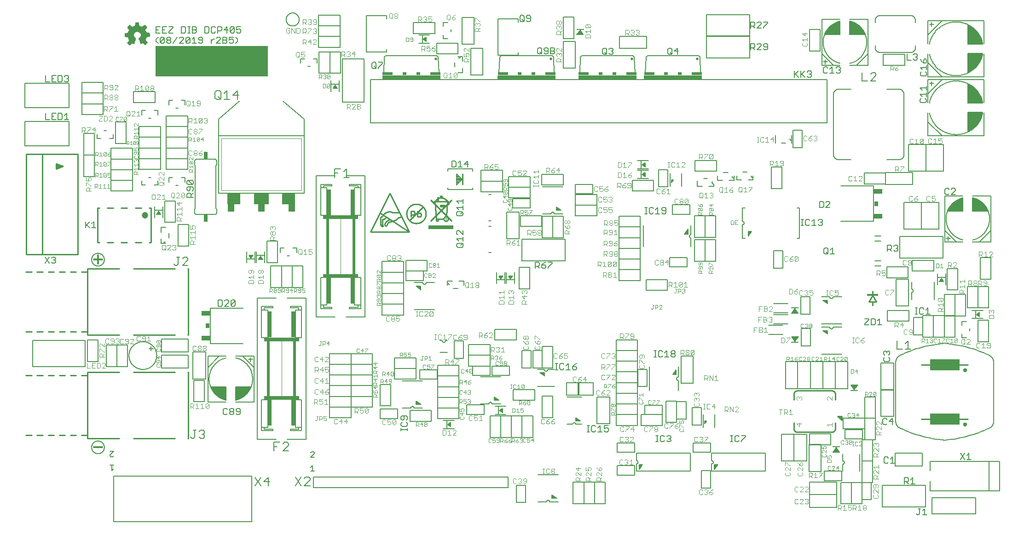
<source format=gto>
G75*
%MOIN*%
%OFA0B0*%
%FSLAX25Y25*%
%IPPOS*%
%LPD*%
%AMOC8*
5,1,8,0,0,1.08239X$1,22.5*
%
%ADD10R,0.01485X0.00015*%
%ADD11R,0.00045X0.00015*%
%ADD12R,0.00105X0.00015*%
%ADD13R,0.00165X0.00015*%
%ADD14R,0.00225X0.00015*%
%ADD15R,0.00285X0.00015*%
%ADD16R,0.00345X0.00015*%
%ADD17R,0.00405X0.00015*%
%ADD18R,0.00435X0.00015*%
%ADD19R,0.00465X0.00015*%
%ADD20R,0.00495X0.00015*%
%ADD21R,0.00540X0.00015*%
%ADD22R,0.00585X0.00015*%
%ADD23R,0.00645X0.00015*%
%ADD24R,0.00150X0.00015*%
%ADD25R,0.00675X0.00015*%
%ADD26R,0.00195X0.00015*%
%ADD27R,0.00705X0.00015*%
%ADD28R,0.00240X0.00015*%
%ADD29R,0.00735X0.00015*%
%ADD30R,0.00270X0.00015*%
%ADD31R,0.00765X0.00015*%
%ADD32R,0.00300X0.00015*%
%ADD33R,0.00810X0.00015*%
%ADD34R,0.00360X0.00015*%
%ADD35R,0.00855X0.00015*%
%ADD36R,0.00435X0.00015*%
%ADD37R,0.00915X0.00015*%
%ADD38R,0.00465X0.00015*%
%ADD39R,0.00945X0.00015*%
%ADD40R,0.00960X0.00015*%
%ADD41R,0.00525X0.00015*%
%ADD42R,0.00990X0.00015*%
%ADD43R,0.00555X0.00015*%
%ADD44R,0.01035X0.00015*%
%ADD45R,0.00600X0.00015*%
%ADD46R,0.01080X0.00015*%
%ADD47R,0.01125X0.00015*%
%ADD48R,0.01170X0.00015*%
%ADD49R,0.00720X0.00015*%
%ADD50R,0.01200X0.00015*%
%ADD51R,0.00750X0.00015*%
%ADD52R,0.01230X0.00015*%
%ADD53R,0.00780X0.00015*%
%ADD54R,0.01260X0.00015*%
%ADD55R,0.00810X0.00015*%
%ADD56R,0.01305X0.00015*%
%ADD57R,0.01365X0.00015*%
%ADD58R,0.00900X0.00015*%
%ADD59R,0.01395X0.00015*%
%ADD60R,0.01440X0.00015*%
%ADD61R,0.01470X0.00015*%
%ADD62R,0.01005X0.00015*%
%ADD63R,0.01500X0.00015*%
%ADD64R,0.01020X0.00015*%
%ADD65R,0.01530X0.00015*%
%ADD66R,0.01065X0.00015*%
%ADD67R,0.01575X0.00015*%
%ADD68R,0.01095X0.00015*%
%ADD69R,0.01635X0.00015*%
%ADD70R,0.01155X0.00015*%
%ADD71R,0.01680X0.00015*%
%ADD72R,0.01200X0.00015*%
%ADD73R,0.01710X0.00015*%
%ADD74R,0.01230X0.00015*%
%ADD75R,0.01725X0.00015*%
%ADD76R,0.01245X0.00015*%
%ADD77R,0.01755X0.00015*%
%ADD78R,0.01275X0.00015*%
%ADD79R,0.01800X0.00015*%
%ADD80R,0.01320X0.00015*%
%ADD81R,0.01860X0.00015*%
%ADD82R,0.01905X0.00015*%
%ADD83R,0.01410X0.00015*%
%ADD84R,0.01935X0.00015*%
%ADD85R,0.01455X0.00015*%
%ADD86R,0.01965X0.00015*%
%ADD87R,0.01485X0.00015*%
%ADD88R,0.01995X0.00015*%
%ADD89R,0.01515X0.00015*%
%ADD90R,0.02040X0.00015*%
%ADD91R,0.01530X0.00015*%
%ADD92R,0.02070X0.00015*%
%ADD93R,0.01575X0.00015*%
%ADD94R,0.02115X0.00015*%
%ADD95R,0.01620X0.00015*%
%ADD96R,0.02160X0.00015*%
%ADD97R,0.01665X0.00015*%
%ADD98R,0.02190X0.00015*%
%ADD99R,0.00075X0.00015*%
%ADD100R,0.01695X0.00015*%
%ADD101R,0.02220X0.00015*%
%ADD102R,0.00105X0.00015*%
%ADD103R,0.02235X0.00015*%
%ADD104R,0.00135X0.00015*%
%ADD105R,0.01755X0.00015*%
%ADD106R,0.02280X0.00015*%
%ADD107R,0.00180X0.00015*%
%ADD108R,0.01785X0.00015*%
%ADD109R,0.02340X0.00015*%
%ADD110R,0.00240X0.00015*%
%ADD111R,0.01830X0.00015*%
%ADD112R,0.02385X0.00015*%
%ADD113R,0.01890X0.00015*%
%ADD114R,0.02415X0.00015*%
%ADD115R,0.00330X0.00015*%
%ADD116R,0.00120X0.00015*%
%ADD117R,0.01920X0.00015*%
%ADD118R,0.02430X0.00015*%
%ADD119R,0.00375X0.00015*%
%ADD120R,0.02460X0.00015*%
%ADD121R,0.00405X0.00015*%
%ADD122R,0.00195X0.00015*%
%ADD123R,0.01965X0.00015*%
%ADD124R,0.02505X0.00015*%
%ADD125R,0.00210X0.00015*%
%ADD126R,0.02010X0.00015*%
%ADD127R,0.02535X0.00015*%
%ADD128R,0.00480X0.00015*%
%ADD129R,0.02580X0.00015*%
%ADD130R,0.00540X0.00015*%
%ADD131R,0.02085X0.00015*%
%ADD132R,0.02625X0.00015*%
%ADD133R,0.02130X0.00015*%
%ADD134R,0.02670X0.00015*%
%ADD135R,0.00630X0.00015*%
%ADD136R,0.02700X0.00015*%
%ADD137R,0.00660X0.00015*%
%ADD138R,0.00450X0.00015*%
%ADD139R,0.02190X0.00015*%
%ADD140R,0.02715X0.00015*%
%ADD141R,0.02205X0.00015*%
%ADD142R,0.02745X0.00015*%
%ADD143R,0.00510X0.00015*%
%ADD144R,0.02235X0.00015*%
%ADD145R,0.02775X0.00015*%
%ADD146R,0.02820X0.00015*%
%ADD147R,0.02310X0.00015*%
%ADD148R,0.02880X0.00015*%
%ADD149R,0.00855X0.00015*%
%ADD150R,0.02355X0.00015*%
%ADD151R,0.02895X0.00015*%
%ADD152R,0.00870X0.00015*%
%ADD153R,0.00660X0.00015*%
%ADD154R,0.02925X0.00015*%
%ADD155R,0.00690X0.00015*%
%ADD156R,0.02970X0.00015*%
%ADD157R,0.03000X0.00015*%
%ADD158R,0.00750X0.00015*%
%ADD159R,0.03045X0.00015*%
%ADD160R,0.01005X0.00015*%
%ADD161R,0.00780X0.00015*%
%ADD162R,0.02505X0.00015*%
%ADD163R,0.03090X0.00015*%
%ADD164R,0.01050X0.00015*%
%ADD165R,0.00825X0.00015*%
%ADD166R,0.02550X0.00015*%
%ADD167R,0.03135X0.00015*%
%ADD168R,0.01095X0.00015*%
%ADD169R,0.00870X0.00015*%
%ADD170R,0.03165X0.00015*%
%ADD171R,0.01125X0.00015*%
%ADD172R,0.02625X0.00015*%
%ADD173R,0.03195X0.00015*%
%ADD174R,0.01140X0.00015*%
%ADD175R,0.00930X0.00015*%
%ADD176R,0.02655X0.00015*%
%ADD177R,0.03210X0.00015*%
%ADD178R,0.00960X0.00015*%
%ADD179R,0.03240X0.00015*%
%ADD180R,0.02700X0.00015*%
%ADD181R,0.03285X0.00015*%
%ADD182R,0.01245X0.00015*%
%ADD183R,0.02745X0.00015*%
%ADD184R,0.03330X0.00015*%
%ADD185R,0.02790X0.00015*%
%ADD186R,0.03360X0.00015*%
%ADD187R,0.01110X0.00015*%
%ADD188R,0.02835X0.00015*%
%ADD189R,0.03390X0.00015*%
%ADD190R,0.01335X0.00015*%
%ADD191R,0.01140X0.00015*%
%ADD192R,0.02865X0.00015*%
%ADD193R,0.03420X0.00015*%
%ADD194R,0.01155X0.00015*%
%ADD195R,0.04905X0.00015*%
%ADD196R,0.04920X0.00015*%
%ADD197R,0.02940X0.00015*%
%ADD198R,0.04950X0.00015*%
%ADD199R,0.02985X0.00015*%
%ADD200R,0.04965X0.00015*%
%ADD201R,0.01275X0.00015*%
%ADD202R,0.03015X0.00015*%
%ADD203R,0.04980X0.00015*%
%ADD204R,0.03045X0.00015*%
%ADD205R,0.05010X0.00015*%
%ADD206R,0.01335X0.00015*%
%ADD207R,0.03075X0.00015*%
%ADD208R,0.01350X0.00015*%
%ADD209R,0.03105X0.00015*%
%ADD210R,0.05040X0.00015*%
%ADD211R,0.01380X0.00015*%
%ADD212R,0.05040X0.00015*%
%ADD213R,0.01410X0.00015*%
%ADD214R,0.03180X0.00015*%
%ADD215R,0.05070X0.00015*%
%ADD216R,0.03225X0.00015*%
%ADD217R,0.03255X0.00015*%
%ADD218R,0.05085X0.00015*%
%ADD219R,0.01515X0.00015*%
%ADD220R,0.03300X0.00015*%
%ADD221R,0.05100X0.00015*%
%ADD222R,0.04935X0.00015*%
%ADD223R,0.05115X0.00015*%
%ADD224R,0.04995X0.00015*%
%ADD225R,0.05130X0.00015*%
%ADD226R,0.05010X0.00015*%
%ADD227R,0.05130X0.00015*%
%ADD228R,0.05010X0.00015*%
%ADD229R,0.05025X0.00015*%
%ADD230R,0.05040X0.00015*%
%ADD231R,0.05055X0.00015*%
%ADD232R,0.05130X0.00015*%
%ADD233R,0.05085X0.00015*%
%ADD234R,0.05115X0.00015*%
%ADD235R,0.05145X0.00015*%
%ADD236R,0.05160X0.00015*%
%ADD237R,0.05130X0.00015*%
%ADD238R,0.05190X0.00015*%
%ADD239R,0.05190X0.00015*%
%ADD240R,0.05205X0.00015*%
%ADD241R,0.05220X0.00015*%
%ADD242R,0.05070X0.00015*%
%ADD243R,0.05085X0.00015*%
%ADD244R,0.05205X0.00015*%
%ADD245R,0.05220X0.00015*%
%ADD246R,0.05055X0.00015*%
%ADD247R,0.05025X0.00015*%
%ADD248R,0.05205X0.00015*%
%ADD249R,0.05025X0.00015*%
%ADD250R,0.05190X0.00015*%
%ADD251R,0.05190X0.00015*%
%ADD252R,0.04995X0.00015*%
%ADD253R,0.05175X0.00015*%
%ADD254R,0.04950X0.00015*%
%ADD255R,0.05145X0.00015*%
%ADD256R,0.05145X0.00015*%
%ADD257R,0.04920X0.00015*%
%ADD258R,0.04905X0.00015*%
%ADD259R,0.04905X0.00015*%
%ADD260R,0.05115X0.00015*%
%ADD261R,0.04890X0.00015*%
%ADD262R,0.04890X0.00015*%
%ADD263R,0.04875X0.00015*%
%ADD264R,0.04845X0.00015*%
%ADD265R,0.04830X0.00015*%
%ADD266R,0.04830X0.00015*%
%ADD267R,0.05070X0.00015*%
%ADD268R,0.04830X0.00015*%
%ADD269R,0.04815X0.00015*%
%ADD270R,0.04800X0.00015*%
%ADD271R,0.04800X0.00015*%
%ADD272R,0.05010X0.00015*%
%ADD273R,0.04785X0.00015*%
%ADD274R,0.04770X0.00015*%
%ADD275R,0.04770X0.00015*%
%ADD276R,0.04755X0.00015*%
%ADD277R,0.04740X0.00015*%
%ADD278R,0.04725X0.00015*%
%ADD279R,0.04725X0.00015*%
%ADD280R,0.04980X0.00015*%
%ADD281R,0.04710X0.00015*%
%ADD282R,0.04725X0.00015*%
%ADD283R,0.04710X0.00015*%
%ADD284R,0.04695X0.00015*%
%ADD285R,0.04680X0.00015*%
%ADD286R,0.04695X0.00015*%
%ADD287R,0.04680X0.00015*%
%ADD288R,0.04905X0.00015*%
%ADD289R,0.04665X0.00015*%
%ADD290R,0.04650X0.00015*%
%ADD291R,0.04635X0.00015*%
%ADD292R,0.04620X0.00015*%
%ADD293R,0.04620X0.00015*%
%ADD294R,0.04890X0.00015*%
%ADD295R,0.04605X0.00015*%
%ADD296R,0.04605X0.00015*%
%ADD297R,0.04590X0.00015*%
%ADD298R,0.04845X0.00015*%
%ADD299R,0.04575X0.00015*%
%ADD300R,0.04590X0.00015*%
%ADD301R,0.04575X0.00015*%
%ADD302R,0.04845X0.00015*%
%ADD303R,0.04560X0.00015*%
%ADD304R,0.04545X0.00015*%
%ADD305R,0.04530X0.00015*%
%ADD306R,0.04515X0.00015*%
%ADD307R,0.04530X0.00015*%
%ADD308R,0.04500X0.00015*%
%ADD309R,0.04515X0.00015*%
%ADD310R,0.04785X0.00015*%
%ADD311R,0.04485X0.00015*%
%ADD312R,0.04755X0.00015*%
%ADD313R,0.04470X0.00015*%
%ADD314R,0.04740X0.00015*%
%ADD315R,0.04485X0.00015*%
%ADD316R,0.04755X0.00015*%
%ADD317R,0.04545X0.00015*%
%ADD318R,0.04695X0.00015*%
%ADD319R,0.04680X0.00015*%
%ADD320R,0.04665X0.00015*%
%ADD321R,0.04725X0.00015*%
%ADD322R,0.04680X0.00015*%
%ADD323R,0.04860X0.00015*%
%ADD324R,0.04740X0.00015*%
%ADD325R,0.04875X0.00015*%
%ADD326R,0.04965X0.00015*%
%ADD327R,0.04860X0.00015*%
%ADD328R,0.04995X0.00015*%
%ADD329R,0.04875X0.00015*%
%ADD330R,0.04980X0.00015*%
%ADD331R,0.05235X0.00015*%
%ADD332R,0.05235X0.00015*%
%ADD333R,0.05250X0.00015*%
%ADD334R,0.05280X0.00015*%
%ADD335R,0.05295X0.00015*%
%ADD336R,0.05325X0.00015*%
%ADD337R,0.05340X0.00015*%
%ADD338R,0.05235X0.00015*%
%ADD339R,0.05355X0.00015*%
%ADD340R,0.05370X0.00015*%
%ADD341R,0.05265X0.00015*%
%ADD342R,0.05370X0.00015*%
%ADD343R,0.05280X0.00015*%
%ADD344R,0.05385X0.00015*%
%ADD345R,0.05295X0.00015*%
%ADD346R,0.05400X0.00015*%
%ADD347R,0.05415X0.00015*%
%ADD348R,0.05310X0.00015*%
%ADD349R,0.05430X0.00015*%
%ADD350R,0.05445X0.00015*%
%ADD351R,0.05460X0.00015*%
%ADD352R,0.05355X0.00015*%
%ADD353R,0.05475X0.00015*%
%ADD354R,0.05505X0.00015*%
%ADD355R,0.05520X0.00015*%
%ADD356R,0.05535X0.00015*%
%ADD357R,0.05550X0.00015*%
%ADD358R,0.05550X0.00015*%
%ADD359R,0.05475X0.00015*%
%ADD360R,0.05490X0.00015*%
%ADD361R,0.05475X0.00015*%
%ADD362R,0.05385X0.00015*%
%ADD363R,0.05370X0.00015*%
%ADD364R,0.05325X0.00015*%
%ADD365R,0.05310X0.00015*%
%ADD366R,0.05265X0.00015*%
%ADD367R,0.05175X0.00015*%
%ADD368R,0.04980X0.00015*%
%ADD369R,0.04965X0.00015*%
%ADD370R,0.04860X0.00015*%
%ADD371R,0.04845X0.00015*%
%ADD372R,0.04815X0.00015*%
%ADD373R,0.04770X0.00015*%
%ADD374R,0.05295X0.00015*%
%ADD375R,0.04635X0.00015*%
%ADD376R,0.05610X0.00015*%
%ADD377R,0.05700X0.00015*%
%ADD378R,0.05760X0.00015*%
%ADD379R,0.05805X0.00015*%
%ADD380R,0.05850X0.00015*%
%ADD381R,0.05895X0.00015*%
%ADD382R,0.06000X0.00015*%
%ADD383R,0.06135X0.00015*%
%ADD384R,0.06225X0.00015*%
%ADD385R,0.06300X0.00015*%
%ADD386R,0.06330X0.00015*%
%ADD387R,0.06375X0.00015*%
%ADD388R,0.06450X0.00015*%
%ADD389R,0.06570X0.00015*%
%ADD390R,0.05565X0.00015*%
%ADD391R,0.06690X0.00015*%
%ADD392R,0.06735X0.00015*%
%ADD393R,0.05790X0.00015*%
%ADD394R,0.06765X0.00015*%
%ADD395R,0.05850X0.00015*%
%ADD396R,0.06780X0.00015*%
%ADD397R,0.05895X0.00015*%
%ADD398R,0.06795X0.00015*%
%ADD399R,0.05955X0.00015*%
%ADD400R,0.06810X0.00015*%
%ADD401R,0.06060X0.00015*%
%ADD402R,0.06195X0.00015*%
%ADD403R,0.06825X0.00015*%
%ADD404R,0.06330X0.00015*%
%ADD405R,0.06840X0.00015*%
%ADD406R,0.06390X0.00015*%
%ADD407R,0.06495X0.00015*%
%ADD408R,0.06840X0.00015*%
%ADD409R,0.06555X0.00015*%
%ADD410R,0.06825X0.00015*%
%ADD411R,0.06645X0.00015*%
%ADD412R,0.06825X0.00015*%
%ADD413R,0.06705X0.00015*%
%ADD414R,0.06705X0.00015*%
%ADD415R,0.06810X0.00015*%
%ADD416R,0.06720X0.00015*%
%ADD417R,0.06795X0.00015*%
%ADD418R,0.06750X0.00015*%
%ADD419R,0.06765X0.00015*%
%ADD420R,0.06795X0.00015*%
%ADD421R,0.06780X0.00015*%
%ADD422R,0.06780X0.00015*%
%ADD423R,0.06750X0.00015*%
%ADD424R,0.06720X0.00015*%
%ADD425R,0.06720X0.00015*%
%ADD426R,0.06705X0.00015*%
%ADD427R,0.06705X0.00015*%
%ADD428R,0.06690X0.00015*%
%ADD429R,0.06675X0.00015*%
%ADD430R,0.06690X0.00015*%
%ADD431R,0.06675X0.00015*%
%ADD432R,0.06675X0.00015*%
%ADD433R,0.06660X0.00015*%
%ADD434R,0.06675X0.00015*%
%ADD435R,0.06660X0.00015*%
%ADD436R,0.06660X0.00015*%
%ADD437R,0.06645X0.00015*%
%ADD438R,0.06630X0.00015*%
%ADD439R,0.06660X0.00015*%
%ADD440R,0.06630X0.00015*%
%ADD441R,0.06645X0.00015*%
%ADD442R,0.06735X0.00015*%
%ADD443R,0.06765X0.00015*%
%ADD444R,0.06780X0.00015*%
%ADD445R,0.06825X0.00015*%
%ADD446R,0.06855X0.00015*%
%ADD447R,0.06855X0.00015*%
%ADD448R,0.06870X0.00015*%
%ADD449R,0.06885X0.00015*%
%ADD450R,0.06525X0.00015*%
%ADD451R,0.06405X0.00015*%
%ADD452R,0.06255X0.00015*%
%ADD453R,0.06165X0.00015*%
%ADD454R,0.06870X0.00015*%
%ADD455R,0.06120X0.00015*%
%ADD456R,0.06885X0.00015*%
%ADD457R,0.06060X0.00015*%
%ADD458R,0.06015X0.00015*%
%ADD459R,0.05910X0.00015*%
%ADD460R,0.05670X0.00015*%
%ADD461R,0.05595X0.00015*%
%ADD462R,0.06585X0.00015*%
%ADD463R,0.05160X0.00015*%
%ADD464R,0.06390X0.00015*%
%ADD465R,0.05025X0.00015*%
%ADD466R,0.06330X0.00015*%
%ADD467R,0.06075X0.00015*%
%ADD468R,0.05820X0.00015*%
%ADD469R,0.05775X0.00015*%
%ADD470R,0.05685X0.00015*%
%ADD471R,0.05460X0.00015*%
%ADD472R,0.04860X0.00015*%
%ADD473R,0.04935X0.00015*%
%ADD474R,0.05160X0.00015*%
%ADD475R,0.05325X0.00015*%
%ADD476R,0.05340X0.00015*%
%ADD477R,0.05355X0.00015*%
%ADD478R,0.05430X0.00015*%
%ADD479R,0.05535X0.00015*%
%ADD480R,0.05595X0.00015*%
%ADD481R,0.05640X0.00015*%
%ADD482R,0.05640X0.00015*%
%ADD483R,0.05670X0.00015*%
%ADD484R,0.05685X0.00015*%
%ADD485R,0.05700X0.00015*%
%ADD486R,0.05715X0.00015*%
%ADD487R,0.05715X0.00015*%
%ADD488R,0.05730X0.00015*%
%ADD489R,0.05745X0.00015*%
%ADD490R,0.05760X0.00015*%
%ADD491R,0.06000X0.00015*%
%ADD492R,0.06105X0.00015*%
%ADD493R,0.06180X0.00015*%
%ADD494R,0.06210X0.00015*%
%ADD495R,0.12690X0.00015*%
%ADD496R,0.12675X0.00015*%
%ADD497R,0.12660X0.00015*%
%ADD498R,0.12660X0.00015*%
%ADD499R,0.12645X0.00015*%
%ADD500R,0.12615X0.00015*%
%ADD501R,0.12600X0.00015*%
%ADD502R,0.12585X0.00015*%
%ADD503R,0.12555X0.00015*%
%ADD504R,0.12540X0.00015*%
%ADD505R,0.12525X0.00015*%
%ADD506R,0.12510X0.00015*%
%ADD507R,0.12510X0.00015*%
%ADD508R,0.12480X0.00015*%
%ADD509R,0.12450X0.00015*%
%ADD510R,0.12435X0.00015*%
%ADD511R,0.12420X0.00015*%
%ADD512R,0.12390X0.00015*%
%ADD513R,0.12375X0.00015*%
%ADD514R,0.12360X0.00015*%
%ADD515R,0.12330X0.00015*%
%ADD516R,0.12300X0.00015*%
%ADD517R,0.12285X0.00015*%
%ADD518R,0.12270X0.00015*%
%ADD519R,0.12255X0.00015*%
%ADD520R,0.12240X0.00015*%
%ADD521R,0.12225X0.00015*%
%ADD522R,0.12195X0.00015*%
%ADD523R,0.12165X0.00015*%
%ADD524R,0.12150X0.00015*%
%ADD525R,0.12135X0.00015*%
%ADD526R,0.12120X0.00015*%
%ADD527R,0.12090X0.00015*%
%ADD528R,0.12075X0.00015*%
%ADD529R,0.12060X0.00015*%
%ADD530R,0.12045X0.00015*%
%ADD531R,0.12015X0.00015*%
%ADD532R,0.12000X0.00015*%
%ADD533R,0.11985X0.00015*%
%ADD534R,0.11955X0.00015*%
%ADD535R,0.11940X0.00015*%
%ADD536R,0.11925X0.00015*%
%ADD537R,0.11910X0.00015*%
%ADD538R,0.11910X0.00015*%
%ADD539R,0.11880X0.00015*%
%ADD540R,0.11850X0.00015*%
%ADD541R,0.11835X0.00015*%
%ADD542R,0.11805X0.00015*%
%ADD543R,0.11775X0.00015*%
%ADD544R,0.11760X0.00015*%
%ADD545R,0.11745X0.00015*%
%ADD546R,0.11730X0.00015*%
%ADD547R,0.11700X0.00015*%
%ADD548R,0.11700X0.00015*%
%ADD549R,0.11685X0.00015*%
%ADD550R,0.11655X0.00015*%
%ADD551R,0.11640X0.00015*%
%ADD552R,0.11625X0.00015*%
%ADD553R,0.11625X0.00015*%
%ADD554R,0.11670X0.00015*%
%ADD555R,0.11715X0.00015*%
%ADD556R,0.11790X0.00015*%
%ADD557R,0.11820X0.00015*%
%ADD558R,0.11820X0.00015*%
%ADD559R,0.11880X0.00015*%
%ADD560R,0.11895X0.00015*%
%ADD561R,0.11970X0.00015*%
%ADD562R,0.12045X0.00015*%
%ADD563R,0.12075X0.00015*%
%ADD564R,0.12105X0.00015*%
%ADD565R,0.12135X0.00015*%
%ADD566R,0.12165X0.00015*%
%ADD567R,0.12180X0.00015*%
%ADD568R,0.12195X0.00015*%
%ADD569R,0.12210X0.00015*%
%ADD570R,0.12225X0.00015*%
%ADD571R,0.12255X0.00015*%
%ADD572R,0.12360X0.00015*%
%ADD573R,0.12390X0.00015*%
%ADD574R,0.12405X0.00015*%
%ADD575R,0.12435X0.00015*%
%ADD576R,0.12480X0.00015*%
%ADD577R,0.12480X0.00015*%
%ADD578R,0.12510X0.00015*%
%ADD579R,0.12570X0.00015*%
%ADD580R,0.12630X0.00015*%
%ADD581R,0.12675X0.00015*%
%ADD582R,0.12705X0.00015*%
%ADD583R,0.12735X0.00015*%
%ADD584R,0.12750X0.00015*%
%ADD585R,0.12780X0.00015*%
%ADD586R,0.12795X0.00015*%
%ADD587R,0.12810X0.00015*%
%ADD588R,0.12840X0.00015*%
%ADD589R,0.12855X0.00015*%
%ADD590R,0.12885X0.00015*%
%ADD591R,0.12900X0.00015*%
%ADD592R,0.12915X0.00015*%
%ADD593R,0.12945X0.00015*%
%ADD594R,0.12960X0.00015*%
%ADD595R,0.12990X0.00015*%
%ADD596R,0.13005X0.00015*%
%ADD597R,0.13020X0.00015*%
%ADD598R,0.13035X0.00015*%
%ADD599R,0.13065X0.00015*%
%ADD600R,0.13080X0.00015*%
%ADD601R,0.13110X0.00015*%
%ADD602R,0.13125X0.00015*%
%ADD603R,0.13155X0.00015*%
%ADD604R,0.13170X0.00015*%
%ADD605R,0.13200X0.00015*%
%ADD606R,0.13230X0.00015*%
%ADD607R,0.13260X0.00015*%
%ADD608R,0.13290X0.00015*%
%ADD609R,0.13320X0.00015*%
%ADD610R,0.13350X0.00015*%
%ADD611R,0.13365X0.00015*%
%ADD612R,0.13395X0.00015*%
%ADD613R,0.13425X0.00015*%
%ADD614R,0.13455X0.00015*%
%ADD615R,0.13470X0.00015*%
%ADD616R,0.13500X0.00015*%
%ADD617R,0.13530X0.00015*%
%ADD618R,0.13560X0.00015*%
%ADD619R,0.13575X0.00015*%
%ADD620R,0.13605X0.00015*%
%ADD621R,0.13635X0.00015*%
%ADD622R,0.13650X0.00015*%
%ADD623R,0.13680X0.00015*%
%ADD624R,0.13695X0.00015*%
%ADD625R,0.13725X0.00015*%
%ADD626R,0.13740X0.00015*%
%ADD627R,0.13770X0.00015*%
%ADD628R,0.13785X0.00015*%
%ADD629R,0.13800X0.00015*%
%ADD630R,0.13830X0.00015*%
%ADD631R,0.13860X0.00015*%
%ADD632R,0.13875X0.00015*%
%ADD633R,0.13905X0.00015*%
%ADD634R,0.13935X0.00015*%
%ADD635R,0.13950X0.00015*%
%ADD636R,0.13980X0.00015*%
%ADD637R,0.14010X0.00015*%
%ADD638R,0.14025X0.00015*%
%ADD639R,0.14055X0.00015*%
%ADD640R,0.14070X0.00015*%
%ADD641R,0.14085X0.00015*%
%ADD642R,0.14115X0.00015*%
%ADD643R,0.14145X0.00015*%
%ADD644R,0.14160X0.00015*%
%ADD645R,0.14190X0.00015*%
%ADD646R,0.14205X0.00015*%
%ADD647R,0.14220X0.00015*%
%ADD648R,0.14235X0.00015*%
%ADD649R,0.14265X0.00015*%
%ADD650R,0.14280X0.00015*%
%ADD651R,0.14295X0.00015*%
%ADD652R,0.14295X0.00015*%
%ADD653R,0.14250X0.00015*%
%ADD654R,0.14205X0.00015*%
%ADD655R,0.14175X0.00015*%
%ADD656R,0.14160X0.00015*%
%ADD657R,0.14130X0.00015*%
%ADD658R,0.14100X0.00015*%
%ADD659R,0.14040X0.00015*%
%ADD660R,0.14010X0.00015*%
%ADD661R,0.03465X0.00015*%
%ADD662R,0.10440X0.00015*%
%ADD663R,0.03420X0.00015*%
%ADD664R,0.10395X0.00015*%
%ADD665R,0.03375X0.00015*%
%ADD666R,0.10335X0.00015*%
%ADD667R,0.03570X0.00015*%
%ADD668R,0.06600X0.00015*%
%ADD669R,0.03525X0.00015*%
%ADD670R,0.03270X0.00015*%
%ADD671R,0.03495X0.00015*%
%ADD672R,0.03210X0.00015*%
%ADD673R,0.06480X0.00015*%
%ADD674R,0.03435X0.00015*%
%ADD675R,0.03165X0.00015*%
%ADD676R,0.03390X0.00015*%
%ADD677R,0.03120X0.00015*%
%ADD678R,0.06315X0.00015*%
%ADD679R,0.03345X0.00015*%
%ADD680R,0.03090X0.00015*%
%ADD681R,0.03075X0.00015*%
%ADD682R,0.06225X0.00015*%
%ADD683R,0.03270X0.00015*%
%ADD684R,0.06180X0.00015*%
%ADD685R,0.02970X0.00015*%
%ADD686R,0.06075X0.00015*%
%ADD687R,0.03195X0.00015*%
%ADD688R,0.02925X0.00015*%
%ADD689R,0.05985X0.00015*%
%ADD690R,0.03135X0.00015*%
%ADD691R,0.02850X0.00015*%
%ADD692R,0.05835X0.00015*%
%ADD693R,0.03030X0.00015*%
%ADD694R,0.02805X0.00015*%
%ADD695R,0.02730X0.00015*%
%ADD696R,0.05625X0.00015*%
%ADD697R,0.02925X0.00015*%
%ADD698R,0.02640X0.00015*%
%ADD699R,0.02595X0.00015*%
%ADD700R,0.02565X0.00015*%
%ADD701R,0.02760X0.00015*%
%ADD702R,0.02520X0.00015*%
%ADD703R,0.02730X0.00015*%
%ADD704R,0.02475X0.00015*%
%ADD705R,0.02685X0.00015*%
%ADD706R,0.02445X0.00015*%
%ADD707R,0.02400X0.00015*%
%ADD708R,0.02370X0.00015*%
%ADD709R,0.02565X0.00015*%
%ADD710R,0.02340X0.00015*%
%ADD711R,0.02325X0.00015*%
%ADD712R,0.02505X0.00015*%
%ADD713R,0.02280X0.00015*%
%ADD714R,0.02460X0.00015*%
%ADD715R,0.04560X0.00015*%
%ADD716R,0.02190X0.00015*%
%ADD717R,0.04440X0.00015*%
%ADD718R,0.02370X0.00015*%
%ADD719R,0.02145X0.00015*%
%ADD720R,0.04365X0.00015*%
%ADD721R,0.04320X0.00015*%
%ADD722R,0.02310X0.00015*%
%ADD723R,0.02100X0.00015*%
%ADD724R,0.04260X0.00015*%
%ADD725R,0.04200X0.00015*%
%ADD726R,0.02265X0.00015*%
%ADD727R,0.02040X0.00015*%
%ADD728R,0.04095X0.00015*%
%ADD729R,0.02220X0.00015*%
%ADD730R,0.03915X0.00015*%
%ADD731R,0.02175X0.00015*%
%ADD732R,0.03765X0.00015*%
%ADD733R,0.03675X0.00015*%
%ADD734R,0.01890X0.00015*%
%ADD735R,0.03615X0.00015*%
%ADD736R,0.02055X0.00015*%
%ADD737R,0.01860X0.00015*%
%ADD738R,0.03555X0.00015*%
%ADD739R,0.01815X0.00015*%
%ADD740R,0.03450X0.00015*%
%ADD741R,0.01725X0.00015*%
%ADD742R,0.03315X0.00015*%
%ADD743R,0.01905X0.00015*%
%ADD744R,0.01680X0.00015*%
%ADD745R,0.01650X0.00015*%
%ADD746R,0.01620X0.00015*%
%ADD747R,0.01590X0.00015*%
%ADD748R,0.01770X0.00015*%
%ADD749R,0.01560X0.00015*%
%ADD750R,0.03240X0.00015*%
%ADD751R,0.01740X0.00015*%
%ADD752R,0.01665X0.00015*%
%ADD753R,0.01455X0.00015*%
%ADD754R,0.01635X0.00015*%
%ADD755R,0.01410X0.00015*%
%ADD756R,0.01395X0.00015*%
%ADD757R,0.01365X0.00015*%
%ADD758R,0.01335X0.00015*%
%ADD759R,0.01290X0.00015*%
%ADD760R,0.03210X0.00015*%
%ADD761R,0.01455X0.00015*%
%ADD762R,0.01185X0.00015*%
%ADD763R,0.01290X0.00015*%
%ADD764R,0.01110X0.00015*%
%ADD765R,0.01260X0.00015*%
%ADD766R,0.03180X0.00015*%
%ADD767R,0.00975X0.00015*%
%ADD768R,0.03150X0.00015*%
%ADD769R,0.00885X0.00015*%
%ADD770R,0.03150X0.00015*%
%ADD771R,0.01050X0.00015*%
%ADD772R,0.00795X0.00015*%
%ADD773R,0.00885X0.00015*%
%ADD774R,0.00690X0.00015*%
%ADD775R,0.00840X0.00015*%
%ADD776R,0.00570X0.00015*%
%ADD777R,0.00525X0.00015*%
%ADD778R,0.03105X0.00015*%
%ADD779R,0.00660X0.00015*%
%ADD780R,0.00615X0.00015*%
%ADD781R,0.00420X0.00015*%
%ADD782R,0.00555X0.00015*%
%ADD783R,0.00390X0.00015*%
%ADD784R,0.00525X0.00015*%
%ADD785R,0.00360X0.00015*%
%ADD786R,0.00495X0.00015*%
%ADD787R,0.03075X0.00015*%
%ADD788R,0.00450X0.00015*%
%ADD789R,0.00225X0.00015*%
%ADD790R,0.00345X0.00015*%
%ADD791R,0.00255X0.00015*%
%ADD792R,0.03060X0.00015*%
%ADD793R,0.00180X0.00015*%
%ADD794R,0.00075X0.00015*%
%ADD795R,0.03000X0.00015*%
%ADD796R,0.02955X0.00015*%
%ADD797R,0.02940X0.00015*%
%ADD798R,0.02940X0.00015*%
%ADD799R,0.02910X0.00015*%
%ADD800R,0.02910X0.00015*%
%ADD801R,0.02865X0.00015*%
%ADD802R,0.02805X0.00015*%
%ADD803R,0.02775X0.00015*%
%ADD804R,0.02760X0.00015*%
%ADD805R,0.02655X0.00015*%
%ADD806R,0.02640X0.00015*%
%ADD807R,0.02610X0.00015*%
%ADD808R,0.02595X0.00015*%
%ADD809R,0.02535X0.00015*%
%ADD810R,0.02475X0.00015*%
%ADD811R,0.02175X0.00015*%
%ADD812R,0.01575X0.00015*%
%ADD813C,0.00500*%
%ADD814R,0.81250X0.22250*%
%ADD815C,0.00800*%
%ADD816C,0.01200*%
%ADD817C,0.01000*%
%ADD818C,0.00400*%
%ADD819C,0.00300*%
%ADD820R,0.00787X0.05512*%
%ADD821C,0.00600*%
%ADD822R,0.05512X0.00787*%
%ADD823C,0.02000*%
%ADD824R,0.42000X0.03000*%
%ADD825R,0.07500X0.02000*%
%ADD826R,0.03000X0.02000*%
%ADD827R,0.01750X0.09000*%
%ADD828R,0.00600X0.09000*%
%ADD829C,0.00000*%
%ADD830C,0.00700*%
%ADD831C,0.00200*%
%ADD832C,0.04724*%
%ADD833R,0.03000X0.03400*%
%ADD834R,0.06000X0.03400*%
%ADD835R,0.18000X0.03000*%
%ADD836R,0.09500X0.08000*%
%ADD837R,0.11000X0.08000*%
%ADD838R,0.05000X0.07500*%
%ADD839R,0.03000X0.05500*%
%ADD840R,0.04500X0.02500*%
%ADD841R,0.16000X0.02500*%
%ADD842R,0.02000X0.40000*%
%ADD843R,0.03000X0.19000*%
%ADD844R,0.08268X0.01181*%
%ADD845R,0.21654X0.07874*%
%ADD846C,0.01378*%
D10*
X0165589Y0427054D03*
D11*
X0162699Y0421344D03*
X0170904Y0422214D03*
X0174084Y0421509D03*
D12*
X0162699Y0421359D03*
D13*
X0162699Y0421374D03*
D14*
X0162699Y0421389D03*
D15*
X0162699Y0421404D03*
X0162789Y0435789D03*
D16*
X0162699Y0421419D03*
X0170949Y0422304D03*
D17*
X0170964Y0422319D03*
X0162699Y0421433D03*
D18*
X0162699Y0421449D03*
D19*
X0162699Y0421464D03*
D20*
X0162699Y0421479D03*
X0174084Y0421644D03*
D21*
X0162706Y0421494D03*
D22*
X0162714Y0421509D03*
X0165729Y0422319D03*
X0171039Y0422409D03*
D23*
X0171054Y0422424D03*
X0174069Y0421704D03*
X0162714Y0421524D03*
D24*
X0170896Y0422244D03*
X0174091Y0421524D03*
D25*
X0174069Y0421719D03*
X0165699Y0422364D03*
X0162714Y0421539D03*
D26*
X0174084Y0421539D03*
D27*
X0171084Y0422469D03*
X0165684Y0422379D03*
X0162714Y0421554D03*
D28*
X0174091Y0421554D03*
D29*
X0162714Y0421569D03*
D30*
X0170926Y0422289D03*
X0174091Y0421569D03*
D31*
X0165669Y0422394D03*
X0162714Y0421583D03*
D32*
X0165826Y0422214D03*
X0174091Y0421583D03*
X0173716Y0435833D03*
D33*
X0162721Y0421599D03*
D34*
X0174091Y0421599D03*
D35*
X0174054Y0421794D03*
X0162729Y0421614D03*
D36*
X0165789Y0422274D03*
X0170979Y0422333D03*
X0174084Y0421614D03*
D37*
X0171144Y0422544D03*
X0165609Y0422469D03*
X0162729Y0421629D03*
X0162819Y0435533D03*
D38*
X0162804Y0435714D03*
X0174084Y0421629D03*
D39*
X0174054Y0421824D03*
X0165594Y0422483D03*
X0162729Y0421644D03*
X0168114Y0437709D03*
X0173694Y0435594D03*
D40*
X0162736Y0421659D03*
D41*
X0174084Y0421659D03*
D42*
X0174046Y0421839D03*
X0171166Y0422589D03*
X0162736Y0421674D03*
X0173686Y0435579D03*
D43*
X0174084Y0421674D03*
D44*
X0162744Y0421689D03*
D45*
X0174076Y0421689D03*
X0162811Y0435669D03*
D46*
X0173686Y0435533D03*
X0171196Y0422619D03*
X0162736Y0421704D03*
D47*
X0162744Y0421719D03*
D48*
X0162751Y0421733D03*
X0165526Y0422574D03*
X0171226Y0422679D03*
X0173671Y0435504D03*
D49*
X0173701Y0435683D03*
X0174061Y0421733D03*
D50*
X0162751Y0421749D03*
D51*
X0174061Y0421749D03*
D52*
X0162751Y0421764D03*
X0162841Y0435414D03*
X0173671Y0435489D03*
D53*
X0173701Y0435654D03*
X0174061Y0421764D03*
D54*
X0162751Y0421779D03*
D55*
X0165646Y0422409D03*
X0174061Y0421779D03*
X0173701Y0435639D03*
D56*
X0171279Y0422739D03*
X0162759Y0421794D03*
D57*
X0162759Y0421809D03*
X0165459Y0422664D03*
X0174024Y0422004D03*
D58*
X0174046Y0421809D03*
X0165616Y0422454D03*
D59*
X0162759Y0421824D03*
D60*
X0162766Y0421839D03*
D61*
X0162766Y0421854D03*
X0171316Y0422829D03*
D62*
X0174039Y0421854D03*
D63*
X0162766Y0421869D03*
X0162856Y0435309D03*
X0173656Y0435383D03*
D64*
X0173686Y0435564D03*
X0162826Y0435504D03*
X0174046Y0421869D03*
D65*
X0162766Y0421883D03*
D66*
X0174039Y0421883D03*
D67*
X0162774Y0421899D03*
D68*
X0174039Y0421899D03*
D69*
X0162774Y0421914D03*
D70*
X0174039Y0421914D03*
D71*
X0162781Y0421929D03*
D72*
X0165526Y0422589D03*
X0171241Y0422694D03*
X0174031Y0421929D03*
D73*
X0162781Y0421944D03*
D74*
X0174031Y0421944D03*
D75*
X0173994Y0422154D03*
X0162789Y0421959D03*
D76*
X0174024Y0421959D03*
D77*
X0162789Y0421974D03*
D78*
X0165489Y0422619D03*
X0174024Y0421974D03*
D79*
X0162781Y0421989D03*
X0173641Y0435264D03*
D80*
X0173671Y0435444D03*
X0174016Y0421989D03*
X0165481Y0422633D03*
D81*
X0162796Y0422004D03*
D82*
X0162804Y0422019D03*
X0162879Y0435144D03*
D83*
X0174016Y0422019D03*
D84*
X0173979Y0422244D03*
X0162804Y0422033D03*
X0162879Y0435129D03*
X0168294Y0437679D03*
D85*
X0171309Y0422814D03*
X0174009Y0422033D03*
D86*
X0162804Y0422049D03*
D87*
X0174009Y0422049D03*
D88*
X0162804Y0422064D03*
X0162879Y0435114D03*
D89*
X0174009Y0422064D03*
D90*
X0173971Y0422289D03*
X0162811Y0422079D03*
X0173626Y0435174D03*
D91*
X0173656Y0435369D03*
X0174001Y0422079D03*
D92*
X0162811Y0422094D03*
X0162886Y0435083D03*
D93*
X0174009Y0422094D03*
D94*
X0162819Y0422109D03*
D95*
X0174001Y0422109D03*
D96*
X0173956Y0422333D03*
X0162826Y0422124D03*
D97*
X0173994Y0422124D03*
D98*
X0162826Y0422139D03*
D99*
X0165879Y0422139D03*
D100*
X0173994Y0422139D03*
D101*
X0162826Y0422154D03*
D102*
X0165879Y0422154D03*
D103*
X0162834Y0422169D03*
X0162894Y0435009D03*
X0168309Y0437633D03*
D104*
X0165879Y0422169D03*
D105*
X0173994Y0422169D03*
D106*
X0173941Y0422394D03*
X0162841Y0422183D03*
D107*
X0165856Y0422183D03*
D108*
X0173994Y0422183D03*
X0162864Y0435204D03*
D109*
X0162841Y0422199D03*
D110*
X0165841Y0422199D03*
D111*
X0173986Y0422199D03*
X0173641Y0435249D03*
D112*
X0173934Y0422439D03*
X0162849Y0422214D03*
D113*
X0173986Y0422214D03*
D114*
X0173934Y0422454D03*
X0162849Y0422229D03*
X0173589Y0435009D03*
D115*
X0162796Y0435774D03*
X0165811Y0422229D03*
D116*
X0170896Y0422229D03*
X0162796Y0435819D03*
D117*
X0173986Y0422229D03*
D118*
X0173926Y0422469D03*
X0162856Y0422244D03*
X0168301Y0437559D03*
D119*
X0165804Y0422244D03*
D120*
X0162856Y0422259D03*
X0173926Y0422483D03*
D121*
X0165804Y0422259D03*
D122*
X0170904Y0422259D03*
D123*
X0173979Y0422259D03*
X0173634Y0435204D03*
D124*
X0162864Y0422274D03*
D125*
X0170911Y0422274D03*
D126*
X0173971Y0422274D03*
X0173626Y0435189D03*
D127*
X0173574Y0434964D03*
X0168294Y0437304D03*
X0168294Y0437319D03*
X0168294Y0437333D03*
X0168294Y0437364D03*
X0162864Y0422289D03*
D128*
X0165781Y0422289D03*
X0170986Y0422364D03*
X0173716Y0435774D03*
D129*
X0173566Y0434933D03*
X0168301Y0437229D03*
X0173911Y0422529D03*
X0162871Y0422304D03*
D130*
X0165751Y0422304D03*
X0171016Y0422394D03*
D131*
X0173964Y0422304D03*
X0173619Y0435144D03*
D132*
X0162879Y0422319D03*
D133*
X0173956Y0422319D03*
X0173611Y0435129D03*
X0162886Y0435054D03*
D134*
X0162946Y0434814D03*
X0168286Y0437019D03*
X0168286Y0437033D03*
X0173896Y0422574D03*
X0162886Y0422333D03*
D135*
X0165721Y0422333D03*
X0162811Y0435654D03*
D136*
X0168286Y0436899D03*
X0162886Y0422349D03*
D137*
X0165706Y0422349D03*
D138*
X0170986Y0422349D03*
D139*
X0173956Y0422349D03*
D140*
X0162894Y0422364D03*
X0168294Y0436794D03*
X0168294Y0436809D03*
X0168294Y0436824D03*
X0168294Y0436839D03*
X0168294Y0436854D03*
D141*
X0173949Y0422364D03*
D142*
X0162894Y0422379D03*
X0168294Y0436719D03*
D143*
X0171001Y0422379D03*
D144*
X0173949Y0422379D03*
D145*
X0162894Y0422394D03*
X0162954Y0434783D03*
X0173544Y0434859D03*
D146*
X0168286Y0436554D03*
X0168286Y0436569D03*
X0162961Y0434754D03*
X0162901Y0422409D03*
D147*
X0173941Y0422409D03*
D148*
X0173881Y0422664D03*
X0162901Y0422424D03*
X0162961Y0434724D03*
X0168286Y0436344D03*
X0168286Y0436359D03*
X0168286Y0436374D03*
X0168286Y0436389D03*
X0168286Y0436404D03*
X0168286Y0436419D03*
X0168286Y0436433D03*
X0173536Y0434814D03*
D149*
X0165624Y0422424D03*
D150*
X0173934Y0422424D03*
D151*
X0173874Y0422679D03*
X0162909Y0422439D03*
D152*
X0165616Y0422439D03*
D153*
X0171061Y0422439D03*
X0162811Y0435639D03*
D154*
X0162909Y0422454D03*
D155*
X0171076Y0422454D03*
D156*
X0162916Y0422469D03*
D157*
X0162916Y0422483D03*
X0173521Y0434769D03*
X0168271Y0435983D03*
X0168271Y0436014D03*
X0168271Y0436029D03*
D158*
X0173701Y0435669D03*
X0162811Y0435609D03*
X0171091Y0422483D03*
D159*
X0162924Y0422499D03*
D160*
X0165579Y0422499D03*
D161*
X0171106Y0422499D03*
D162*
X0173919Y0422499D03*
D163*
X0162931Y0422514D03*
X0168286Y0435744D03*
X0168286Y0435759D03*
X0168286Y0435774D03*
D164*
X0162826Y0435489D03*
X0165556Y0422514D03*
X0171181Y0422604D03*
D165*
X0171129Y0422514D03*
X0162819Y0435579D03*
D166*
X0168301Y0437289D03*
X0173911Y0422514D03*
D167*
X0173844Y0422783D03*
X0162939Y0422529D03*
X0168279Y0435579D03*
X0168279Y0435594D03*
X0168279Y0435609D03*
X0168279Y0435624D03*
X0168279Y0435639D03*
D168*
X0165549Y0422529D03*
D169*
X0171136Y0422529D03*
X0162811Y0435564D03*
D170*
X0168264Y0435519D03*
X0168264Y0435504D03*
X0162939Y0422544D03*
D171*
X0165549Y0422544D03*
X0162834Y0435459D03*
X0173679Y0435519D03*
D172*
X0173559Y0434919D03*
X0168294Y0437124D03*
X0168294Y0437139D03*
X0168294Y0437154D03*
X0162939Y0434844D03*
X0173904Y0422544D03*
D173*
X0162939Y0422559D03*
D174*
X0165541Y0422559D03*
D175*
X0171151Y0422559D03*
D176*
X0173904Y0422559D03*
X0168294Y0437064D03*
X0168294Y0437079D03*
X0168294Y0437094D03*
D177*
X0162946Y0422574D03*
D178*
X0171151Y0422574D03*
D179*
X0162946Y0422589D03*
D180*
X0173896Y0422589D03*
X0168286Y0436869D03*
X0168286Y0436883D03*
X0168286Y0436914D03*
X0168286Y0436929D03*
D181*
X0168279Y0435233D03*
X0162954Y0422604D03*
D182*
X0165504Y0422604D03*
X0171249Y0422709D03*
D183*
X0173889Y0422604D03*
D184*
X0162961Y0422619D03*
X0163006Y0434529D03*
D185*
X0168286Y0436614D03*
X0168286Y0436629D03*
X0173881Y0422619D03*
D186*
X0162961Y0422633D03*
X0168286Y0435204D03*
D187*
X0171211Y0422633D03*
D188*
X0173874Y0422633D03*
X0173544Y0434829D03*
X0168279Y0436524D03*
X0168279Y0436539D03*
D189*
X0162961Y0422649D03*
D190*
X0165474Y0422649D03*
D191*
X0171211Y0422649D03*
D192*
X0173874Y0422649D03*
X0168279Y0436449D03*
D193*
X0162961Y0422664D03*
D194*
X0171219Y0422664D03*
X0162834Y0435444D03*
D195*
X0163869Y0427074D03*
X0164109Y0426804D03*
X0164079Y0423729D03*
X0163689Y0422679D03*
X0172404Y0424419D03*
X0172419Y0424389D03*
X0173019Y0422859D03*
D196*
X0172501Y0424239D03*
X0172486Y0424269D03*
X0172486Y0424283D03*
X0172471Y0424314D03*
X0172426Y0426744D03*
X0172411Y0430509D03*
X0172396Y0430524D03*
X0172381Y0430539D03*
X0163861Y0430179D03*
X0164116Y0426789D03*
X0164131Y0426774D03*
X0164026Y0423654D03*
X0164011Y0423624D03*
X0163996Y0423594D03*
X0163681Y0422694D03*
D197*
X0173866Y0422694D03*
D198*
X0173026Y0422889D03*
X0172516Y0424209D03*
X0171991Y0425604D03*
X0172366Y0430569D03*
X0164206Y0430554D03*
X0164146Y0426744D03*
X0164161Y0426729D03*
X0164656Y0425439D03*
X0164656Y0425424D03*
X0163981Y0423564D03*
X0163681Y0422709D03*
D199*
X0173859Y0422709D03*
X0168279Y0436044D03*
D200*
X0164229Y0430583D03*
X0164214Y0430569D03*
X0163824Y0427089D03*
X0163959Y0423533D03*
X0163959Y0423519D03*
X0163674Y0422724D03*
X0171984Y0425619D03*
X0172524Y0424194D03*
X0172539Y0424179D03*
X0173034Y0422904D03*
X0172344Y0430583D03*
D201*
X0171264Y0422724D03*
D202*
X0173844Y0422724D03*
X0162984Y0434679D03*
D203*
X0163831Y0430164D03*
X0164176Y0426714D03*
X0163951Y0423504D03*
X0163936Y0423474D03*
X0163666Y0422739D03*
X0172546Y0424164D03*
X0172561Y0424133D03*
X0172561Y0424119D03*
X0172576Y0424104D03*
D204*
X0173844Y0422739D03*
X0173514Y0434739D03*
X0168279Y0435894D03*
X0168279Y0435909D03*
X0168279Y0435924D03*
X0162984Y0434664D03*
D205*
X0164251Y0430629D03*
X0172351Y0426654D03*
X0172651Y0423969D03*
X0163666Y0422769D03*
X0163666Y0422754D03*
D206*
X0171279Y0422754D03*
D207*
X0173844Y0422754D03*
D208*
X0171286Y0422769D03*
X0173671Y0435429D03*
D209*
X0168279Y0435654D03*
X0168279Y0435669D03*
X0168279Y0435683D03*
X0168279Y0435714D03*
X0168279Y0435729D03*
X0173844Y0422769D03*
D210*
X0172681Y0423909D03*
X0172666Y0423924D03*
X0163846Y0423324D03*
X0163846Y0423309D03*
X0163831Y0423294D03*
X0163666Y0422783D03*
X0164266Y0430644D03*
X0164281Y0430659D03*
D211*
X0171286Y0422783D03*
D212*
X0163666Y0422799D03*
D213*
X0171301Y0422799D03*
D214*
X0173836Y0422799D03*
D215*
X0163816Y0423264D03*
X0163666Y0422829D03*
X0163666Y0422814D03*
D216*
X0173829Y0422814D03*
X0173499Y0434679D03*
X0168264Y0435339D03*
X0168264Y0435354D03*
X0168264Y0435369D03*
X0168264Y0435383D03*
D217*
X0168264Y0435279D03*
X0162999Y0434574D03*
X0173814Y0422829D03*
D218*
X0163674Y0422844D03*
X0164274Y0426594D03*
D219*
X0171324Y0422844D03*
D220*
X0173806Y0422844D03*
X0173491Y0434633D03*
X0163006Y0434544D03*
D221*
X0164281Y0426579D03*
X0164641Y0425633D03*
X0163786Y0423204D03*
X0163786Y0423189D03*
X0163771Y0423174D03*
X0163771Y0423159D03*
X0163666Y0422874D03*
X0163666Y0422859D03*
X0171991Y0425739D03*
X0171991Y0425754D03*
X0171991Y0425769D03*
X0171991Y0425783D03*
X0172291Y0426564D03*
X0172786Y0423729D03*
X0172786Y0423714D03*
X0172801Y0423683D03*
X0172231Y0430719D03*
D222*
X0172374Y0430554D03*
X0172479Y0430464D03*
X0172419Y0426729D03*
X0172404Y0426714D03*
X0171984Y0425589D03*
X0172494Y0424254D03*
X0172509Y0424224D03*
X0173019Y0422874D03*
X0164019Y0423639D03*
X0164004Y0423609D03*
X0163989Y0423579D03*
X0164139Y0426759D03*
X0168279Y0434933D03*
D223*
X0163674Y0422919D03*
X0163674Y0422904D03*
X0163674Y0422889D03*
D224*
X0164649Y0425483D03*
X0164649Y0425514D03*
X0172584Y0424089D03*
X0172599Y0424074D03*
X0172614Y0424059D03*
X0172614Y0424044D03*
X0173034Y0422919D03*
D225*
X0172831Y0423624D03*
X0172816Y0423639D03*
X0163681Y0422994D03*
X0163681Y0422979D03*
X0163681Y0422964D03*
X0163681Y0422933D03*
X0172216Y0430733D03*
D226*
X0164206Y0426683D03*
X0164641Y0425544D03*
X0164641Y0425529D03*
X0163921Y0423429D03*
X0163906Y0423414D03*
X0172621Y0424029D03*
X0173041Y0422933D03*
D227*
X0163681Y0422949D03*
D228*
X0171991Y0425649D03*
X0173041Y0422949D03*
D229*
X0173049Y0422964D03*
X0164649Y0425559D03*
X0164229Y0426639D03*
X0164229Y0426654D03*
X0164214Y0426669D03*
X0163884Y0423383D03*
X0172299Y0430644D03*
X0172314Y0430629D03*
X0168279Y0434919D03*
D230*
X0172291Y0430659D03*
X0172336Y0426624D03*
X0172321Y0426609D03*
X0171991Y0425679D03*
X0171991Y0425664D03*
X0173041Y0422979D03*
X0164641Y0425574D03*
X0164641Y0425589D03*
X0163876Y0423369D03*
X0163861Y0423354D03*
D231*
X0164244Y0426624D03*
X0172704Y0423864D03*
X0172719Y0423833D03*
X0172734Y0423819D03*
X0173049Y0422994D03*
X0172584Y0430419D03*
X0172284Y0430674D03*
X0172269Y0430689D03*
D232*
X0171991Y0425829D03*
X0171991Y0425814D03*
X0164641Y0425664D03*
X0164311Y0426533D03*
X0163741Y0423114D03*
X0163711Y0423069D03*
X0163696Y0423039D03*
X0163696Y0423024D03*
X0163696Y0423009D03*
X0164341Y0430719D03*
D233*
X0164319Y0430704D03*
X0163749Y0430133D03*
X0172254Y0430704D03*
X0172989Y0427314D03*
X0172299Y0426579D03*
X0172764Y0423774D03*
X0172764Y0423759D03*
X0172779Y0423744D03*
X0173064Y0423009D03*
X0163794Y0423219D03*
D234*
X0163764Y0423144D03*
X0163749Y0423129D03*
X0164289Y0426564D03*
X0172269Y0426533D03*
X0172809Y0423669D03*
X0172809Y0423654D03*
X0173064Y0423039D03*
X0173064Y0423024D03*
D235*
X0173064Y0423054D03*
X0172899Y0423519D03*
X0172884Y0423533D03*
X0172869Y0423564D03*
X0172854Y0423594D03*
X0171999Y0425844D03*
X0172254Y0426519D03*
X0172194Y0430764D03*
X0172179Y0430779D03*
X0168279Y0434904D03*
X0164364Y0430733D03*
X0164319Y0426519D03*
X0163719Y0423083D03*
X0163704Y0423054D03*
D236*
X0164641Y0425679D03*
X0164641Y0425694D03*
X0164386Y0430764D03*
X0171991Y0425859D03*
X0172861Y0423579D03*
X0172906Y0423504D03*
X0173056Y0423083D03*
X0173056Y0423069D03*
D237*
X0164641Y0425649D03*
X0164296Y0426549D03*
X0163726Y0423099D03*
X0172201Y0430749D03*
D238*
X0173056Y0423099D03*
D239*
X0173056Y0423114D03*
X0173056Y0423129D03*
X0164641Y0425724D03*
X0164641Y0425739D03*
X0164341Y0426504D03*
D240*
X0164634Y0425769D03*
X0164634Y0425754D03*
X0171999Y0425889D03*
X0173049Y0427329D03*
X0173049Y0423189D03*
X0173049Y0423174D03*
X0173049Y0423159D03*
X0173049Y0423144D03*
D241*
X0173041Y0423204D03*
X0173041Y0423219D03*
X0173041Y0423233D03*
X0171991Y0425904D03*
X0172141Y0430809D03*
X0164356Y0426489D03*
X0164641Y0425783D03*
D242*
X0164641Y0425619D03*
X0164641Y0425604D03*
X0163756Y0427104D03*
X0164296Y0430689D03*
X0172306Y0426594D03*
X0171991Y0425724D03*
X0171991Y0425709D03*
X0171991Y0425694D03*
X0172696Y0423879D03*
X0172741Y0423804D03*
X0172756Y0423789D03*
X0163801Y0423233D03*
D243*
X0163809Y0423249D03*
D244*
X0173034Y0423249D03*
D245*
X0173026Y0423264D03*
X0173026Y0423279D03*
X0173011Y0423294D03*
X0173011Y0423309D03*
X0172996Y0423324D03*
X0172981Y0423339D03*
X0172966Y0423369D03*
X0172201Y0426474D03*
X0172216Y0426489D03*
X0164431Y0430809D03*
D246*
X0164289Y0430674D03*
X0164259Y0426609D03*
X0163824Y0423279D03*
X0172689Y0423894D03*
D247*
X0172659Y0423939D03*
X0172659Y0423954D03*
X0172644Y0423983D03*
X0172344Y0426639D03*
X0163854Y0423339D03*
D248*
X0172944Y0423414D03*
X0172959Y0423383D03*
X0172974Y0423354D03*
D249*
X0163899Y0423399D03*
D250*
X0172951Y0423399D03*
D251*
X0172936Y0423429D03*
X0172936Y0423444D03*
X0163681Y0427119D03*
X0164416Y0430794D03*
X0172666Y0430404D03*
D252*
X0172539Y0430433D03*
X0172329Y0430614D03*
X0172374Y0426683D03*
X0172359Y0426669D03*
X0172629Y0424014D03*
X0163944Y0423489D03*
X0163929Y0423459D03*
X0163929Y0423444D03*
X0164244Y0430614D03*
D253*
X0164634Y0425709D03*
X0171999Y0425874D03*
X0172914Y0423489D03*
X0172929Y0423474D03*
X0172929Y0423459D03*
X0172164Y0430794D03*
D254*
X0172501Y0430449D03*
X0172906Y0427299D03*
X0163981Y0423549D03*
D255*
X0172884Y0423549D03*
D256*
X0172839Y0423609D03*
D257*
X0171991Y0425559D03*
X0171991Y0425574D03*
X0172441Y0426759D03*
X0164656Y0425409D03*
X0164041Y0423669D03*
X0164191Y0430524D03*
D258*
X0164184Y0430509D03*
X0164664Y0425394D03*
X0164049Y0423683D03*
X0171984Y0425529D03*
X0171984Y0425544D03*
X0172434Y0424374D03*
X0172434Y0424359D03*
X0172449Y0424344D03*
X0172464Y0424329D03*
X0172449Y0426774D03*
X0172464Y0426789D03*
X0172449Y0430479D03*
X0172434Y0430494D03*
D259*
X0164064Y0423699D03*
D260*
X0171999Y0425799D03*
X0172284Y0426549D03*
X0172794Y0423699D03*
D261*
X0171991Y0425514D03*
X0172471Y0426804D03*
X0164071Y0423714D03*
D262*
X0164086Y0423744D03*
X0164086Y0423759D03*
X0164101Y0423789D03*
X0164101Y0426819D03*
X0164161Y0430494D03*
X0172381Y0424464D03*
X0172396Y0424433D03*
X0172411Y0424404D03*
D263*
X0172374Y0424479D03*
X0172374Y0424494D03*
X0164109Y0423804D03*
X0164094Y0423774D03*
X0164094Y0426833D03*
X0164154Y0430479D03*
D264*
X0164124Y0430433D03*
X0164124Y0423819D03*
X0172359Y0424509D03*
D265*
X0172516Y0426864D03*
X0164131Y0423833D03*
X0164116Y0430419D03*
D266*
X0164131Y0423849D03*
D267*
X0172711Y0423849D03*
D268*
X0172351Y0424524D03*
X0172336Y0424554D03*
X0172321Y0424583D03*
X0172306Y0424614D03*
X0172291Y0424629D03*
X0171976Y0425454D03*
X0172846Y0427283D03*
X0164656Y0425319D03*
X0164656Y0425304D03*
X0164161Y0423909D03*
X0164146Y0423879D03*
X0164146Y0423864D03*
X0164056Y0426894D03*
X0163921Y0427044D03*
X0164101Y0430404D03*
X0168286Y0434964D03*
D269*
X0164049Y0426909D03*
X0164199Y0423954D03*
X0164184Y0423939D03*
X0164169Y0423924D03*
X0164154Y0423894D03*
X0171969Y0425424D03*
X0171969Y0425439D03*
X0172254Y0424689D03*
X0172269Y0424674D03*
X0172269Y0424659D03*
X0172284Y0424644D03*
D270*
X0172246Y0424704D03*
X0172246Y0424719D03*
X0172531Y0426894D03*
X0172531Y0426909D03*
X0164656Y0425289D03*
X0164656Y0425274D03*
X0164236Y0424029D03*
X0164221Y0423983D03*
X0164206Y0423969D03*
X0164041Y0426924D03*
X0164026Y0426954D03*
X0163951Y0427029D03*
X0164071Y0430374D03*
X0164086Y0430389D03*
D271*
X0164221Y0423999D03*
X0172231Y0424749D03*
D272*
X0172636Y0423999D03*
D273*
X0172239Y0424733D03*
X0171969Y0425409D03*
X0172539Y0426924D03*
X0172554Y0426939D03*
X0172554Y0426954D03*
X0164664Y0425259D03*
X0164244Y0424059D03*
X0164244Y0424044D03*
X0164229Y0424014D03*
X0164034Y0426939D03*
X0164019Y0426969D03*
X0164049Y0430329D03*
X0164064Y0430344D03*
X0164064Y0430359D03*
D274*
X0164041Y0430314D03*
X0164011Y0426983D03*
X0164671Y0425244D03*
X0164251Y0424074D03*
X0171976Y0425394D03*
X0172561Y0426969D03*
X0168286Y0434979D03*
D275*
X0172216Y0424794D03*
X0164266Y0424089D03*
D276*
X0164274Y0424104D03*
X0172809Y0427269D03*
X0163974Y0430209D03*
D277*
X0164281Y0424119D03*
D278*
X0164289Y0424133D03*
X0164304Y0424164D03*
X0172104Y0424959D03*
X0172104Y0424974D03*
X0164004Y0430239D03*
X0163989Y0430224D03*
D279*
X0164304Y0424149D03*
D280*
X0172546Y0424149D03*
X0172336Y0430599D03*
X0164236Y0430599D03*
D281*
X0164686Y0425183D03*
X0164311Y0424179D03*
X0172081Y0425033D03*
X0172096Y0425004D03*
X0172096Y0424989D03*
D282*
X0172119Y0424944D03*
X0172584Y0427014D03*
X0164319Y0424194D03*
D283*
X0164326Y0424209D03*
X0164341Y0424224D03*
X0171976Y0425319D03*
X0171976Y0425333D03*
X0172591Y0427029D03*
X0172606Y0427044D03*
X0172606Y0427059D03*
X0172771Y0427254D03*
D284*
X0172614Y0427074D03*
X0164364Y0424254D03*
X0164349Y0424239D03*
D285*
X0164371Y0424269D03*
X0164386Y0424314D03*
X0164401Y0424329D03*
X0164686Y0425124D03*
X0164686Y0425139D03*
X0164686Y0425154D03*
X0171976Y0425244D03*
X0171976Y0425274D03*
X0171976Y0425289D03*
X0172036Y0425109D03*
X0172066Y0425064D03*
X0172621Y0427089D03*
D286*
X0171969Y0425304D03*
X0172059Y0425079D03*
X0172089Y0425019D03*
X0164679Y0425169D03*
X0164379Y0424283D03*
X0168294Y0434994D03*
D287*
X0164386Y0424299D03*
D288*
X0172479Y0424299D03*
D289*
X0172044Y0425094D03*
X0172029Y0425124D03*
X0172014Y0425139D03*
X0171984Y0425214D03*
X0171984Y0425229D03*
X0171969Y0425259D03*
X0172629Y0427104D03*
X0172644Y0427119D03*
X0164409Y0424359D03*
X0164409Y0424344D03*
D290*
X0164416Y0424374D03*
X0164686Y0425094D03*
X0164686Y0425109D03*
X0172651Y0427133D03*
X0172666Y0427164D03*
X0172681Y0427179D03*
X0172696Y0427194D03*
X0172711Y0427209D03*
X0172726Y0427224D03*
D291*
X0164439Y0424404D03*
X0164424Y0424389D03*
D292*
X0164446Y0424419D03*
X0164446Y0424433D03*
X0164461Y0424464D03*
X0164686Y0425079D03*
D293*
X0164461Y0424449D03*
D294*
X0172396Y0424449D03*
D295*
X0164469Y0424479D03*
D296*
X0164484Y0424494D03*
X0164499Y0424509D03*
D297*
X0164506Y0424524D03*
X0164521Y0424539D03*
X0164521Y0424554D03*
D298*
X0164664Y0425333D03*
X0164064Y0426879D03*
X0163914Y0430194D03*
X0172329Y0424569D03*
X0172344Y0424539D03*
D299*
X0164529Y0424569D03*
D300*
X0164536Y0424583D03*
X0164686Y0425064D03*
D301*
X0164694Y0425049D03*
X0164544Y0424599D03*
D302*
X0172314Y0424599D03*
D303*
X0164566Y0424629D03*
X0164551Y0424614D03*
D304*
X0164574Y0424644D03*
D305*
X0164581Y0424659D03*
X0164581Y0424674D03*
D306*
X0164589Y0424689D03*
X0164604Y0424719D03*
X0164694Y0424974D03*
X0164694Y0424989D03*
D307*
X0164701Y0425004D03*
X0164596Y0424704D03*
D308*
X0164611Y0424733D03*
X0164626Y0424764D03*
X0164641Y0424779D03*
X0164701Y0424944D03*
X0164701Y0424959D03*
D309*
X0164619Y0424749D03*
D310*
X0163974Y0427014D03*
X0172224Y0424779D03*
X0172224Y0424764D03*
D311*
X0164694Y0424883D03*
X0164694Y0424914D03*
X0164694Y0424929D03*
X0164679Y0424854D03*
X0164679Y0424839D03*
X0164664Y0424809D03*
X0164649Y0424794D03*
D312*
X0171969Y0425379D03*
X0172134Y0424914D03*
X0172164Y0424869D03*
X0172179Y0424839D03*
X0172194Y0424824D03*
X0172194Y0424809D03*
X0172569Y0426983D03*
X0164034Y0430283D03*
X0164019Y0430269D03*
D313*
X0164686Y0424869D03*
X0164671Y0424824D03*
D314*
X0164671Y0425214D03*
X0164671Y0425229D03*
X0164011Y0430254D03*
X0171976Y0425364D03*
X0172126Y0424929D03*
X0172156Y0424883D03*
X0172171Y0424854D03*
D315*
X0164694Y0424899D03*
D316*
X0172149Y0424899D03*
D317*
X0164694Y0425019D03*
X0164694Y0425033D03*
D318*
X0172074Y0425049D03*
D319*
X0172006Y0425154D03*
D320*
X0171999Y0425169D03*
X0171999Y0425183D03*
X0172749Y0427239D03*
D321*
X0164679Y0425199D03*
D322*
X0171991Y0425199D03*
D323*
X0164656Y0425349D03*
X0164086Y0426849D03*
D324*
X0171976Y0425349D03*
X0172576Y0426999D03*
D325*
X0171984Y0425483D03*
X0164664Y0425379D03*
X0164664Y0425364D03*
D326*
X0164649Y0425454D03*
X0164649Y0425469D03*
D327*
X0164071Y0426864D03*
X0163906Y0427059D03*
X0171976Y0425469D03*
X0172486Y0426819D03*
D328*
X0164649Y0425499D03*
D329*
X0171984Y0425499D03*
X0168279Y0434949D03*
D330*
X0171991Y0425633D03*
D331*
X0164634Y0425799D03*
D332*
X0164634Y0425814D03*
X0168279Y0434889D03*
D333*
X0163636Y0427133D03*
X0164371Y0426474D03*
X0164626Y0425829D03*
X0171991Y0425933D03*
X0172186Y0426459D03*
D334*
X0172111Y0430839D03*
X0164476Y0430839D03*
X0164401Y0426444D03*
X0164626Y0425859D03*
X0164626Y0425844D03*
D335*
X0164619Y0425874D03*
X0164409Y0426429D03*
X0172089Y0430854D03*
X0168279Y0434874D03*
D336*
X0164499Y0430883D03*
X0164619Y0425904D03*
X0164619Y0425889D03*
X0171999Y0426054D03*
X0171999Y0426069D03*
X0172779Y0430374D03*
D337*
X0171991Y0426083D03*
X0164626Y0425919D03*
D338*
X0171999Y0425919D03*
D339*
X0171999Y0426114D03*
X0173154Y0427374D03*
X0164619Y0425933D03*
X0163569Y0427164D03*
X0168279Y0434859D03*
D340*
X0164626Y0425949D03*
D341*
X0171999Y0425949D03*
D342*
X0172096Y0426383D03*
X0164626Y0425964D03*
X0164476Y0426383D03*
D343*
X0171991Y0425979D03*
X0171991Y0425964D03*
D344*
X0171999Y0426129D03*
X0172029Y0430914D03*
X0168279Y0434844D03*
X0163539Y0427179D03*
X0164634Y0425994D03*
X0164634Y0425979D03*
D345*
X0164484Y0430854D03*
X0172149Y0426414D03*
X0171999Y0426009D03*
X0171999Y0425994D03*
D346*
X0172006Y0426144D03*
X0172051Y0426339D03*
X0164626Y0426009D03*
X0164521Y0426339D03*
X0164506Y0426354D03*
X0164491Y0426369D03*
X0164551Y0430914D03*
D347*
X0163539Y0430089D03*
X0164634Y0426039D03*
X0164634Y0426024D03*
X0171999Y0426159D03*
X0172044Y0426324D03*
X0172839Y0430344D03*
X0172014Y0430929D03*
D348*
X0171991Y0426039D03*
X0171991Y0426024D03*
X0164491Y0430869D03*
X0163606Y0430104D03*
D349*
X0164536Y0426324D03*
X0164626Y0426069D03*
X0164626Y0426054D03*
D350*
X0164619Y0426083D03*
X0171999Y0426174D03*
X0171999Y0426189D03*
X0172029Y0426309D03*
X0173199Y0427389D03*
X0171999Y0430944D03*
X0168279Y0434829D03*
D351*
X0164626Y0426099D03*
D352*
X0164454Y0426399D03*
X0171999Y0426099D03*
D353*
X0171999Y0426204D03*
X0171999Y0426219D03*
X0171999Y0426233D03*
X0171999Y0426264D03*
X0172014Y0426294D03*
X0164619Y0426129D03*
X0164619Y0426114D03*
D354*
X0164619Y0426144D03*
X0164619Y0426159D03*
X0164589Y0426294D03*
X0163494Y0430074D03*
X0164619Y0430974D03*
D355*
X0164596Y0426279D03*
X0164611Y0426189D03*
X0164611Y0426174D03*
X0171931Y0430989D03*
X0168286Y0434814D03*
D356*
X0164604Y0426264D03*
X0164619Y0426219D03*
X0164619Y0426204D03*
D357*
X0164611Y0426233D03*
X0163456Y0430059D03*
D358*
X0164611Y0426249D03*
D359*
X0171999Y0426249D03*
D360*
X0172006Y0426279D03*
D361*
X0171954Y0430974D03*
X0164604Y0430959D03*
X0164589Y0430944D03*
X0163494Y0427194D03*
X0164559Y0426309D03*
D362*
X0172074Y0426354D03*
D363*
X0172081Y0426369D03*
X0172816Y0430359D03*
D364*
X0172119Y0426399D03*
D365*
X0173116Y0427359D03*
X0172081Y0430869D03*
X0164431Y0426414D03*
D366*
X0164394Y0426459D03*
X0164454Y0430824D03*
X0172119Y0430824D03*
X0172734Y0430389D03*
X0173094Y0427344D03*
X0172179Y0426444D03*
X0172164Y0426429D03*
D367*
X0172239Y0426504D03*
X0164394Y0430779D03*
D368*
X0164191Y0426699D03*
D369*
X0172389Y0426699D03*
D370*
X0172501Y0426833D03*
X0164146Y0430464D03*
D371*
X0172509Y0426849D03*
D372*
X0172524Y0426879D03*
D373*
X0163996Y0426999D03*
X0164041Y0430299D03*
D374*
X0163599Y0427149D03*
D375*
X0172659Y0427149D03*
D376*
X0163411Y0427209D03*
D377*
X0163351Y0427224D03*
X0173356Y0427419D03*
D378*
X0168286Y0434769D03*
X0163321Y0430014D03*
X0163306Y0427239D03*
D379*
X0163269Y0427254D03*
X0168279Y0434754D03*
D380*
X0173131Y0430254D03*
X0163246Y0427269D03*
D381*
X0163209Y0427283D03*
X0168279Y0434724D03*
X0173169Y0430239D03*
D382*
X0163156Y0427299D03*
D383*
X0163074Y0427314D03*
X0168279Y0434679D03*
D384*
X0163029Y0427329D03*
D385*
X0162991Y0427344D03*
X0171481Y0431139D03*
X0173431Y0430164D03*
D386*
X0162961Y0427359D03*
D387*
X0162939Y0427374D03*
D388*
X0162886Y0427389D03*
X0173791Y0427554D03*
X0173536Y0430119D03*
D389*
X0168271Y0434559D03*
X0162811Y0427404D03*
D390*
X0171894Y0431004D03*
X0172929Y0430314D03*
X0173274Y0427404D03*
D391*
X0168286Y0434529D03*
X0162496Y0429204D03*
X0162496Y0429189D03*
X0162496Y0429174D03*
X0162496Y0429159D03*
X0162496Y0429144D03*
X0162496Y0429129D03*
X0162481Y0429039D03*
X0162481Y0429024D03*
X0162481Y0429009D03*
X0162481Y0428259D03*
X0162481Y0428244D03*
X0162481Y0428229D03*
X0162481Y0428214D03*
X0162481Y0428183D03*
X0162481Y0428169D03*
X0162481Y0428154D03*
X0162481Y0428139D03*
X0162481Y0428124D03*
X0162751Y0427419D03*
D392*
X0162714Y0427433D03*
X0162504Y0427929D03*
X0162504Y0427944D03*
X0162504Y0427959D03*
X0162519Y0429324D03*
X0162519Y0429339D03*
X0162729Y0429833D03*
X0174039Y0429429D03*
X0174054Y0429383D03*
X0174069Y0427883D03*
X0174069Y0427869D03*
X0174009Y0427674D03*
X0173994Y0427659D03*
D393*
X0173416Y0427433D03*
D394*
X0162684Y0427449D03*
X0162534Y0429399D03*
D395*
X0173446Y0427449D03*
D396*
X0174031Y0427719D03*
X0174031Y0427733D03*
X0174046Y0427764D03*
X0174046Y0427779D03*
X0174046Y0427794D03*
X0173971Y0429669D03*
X0173746Y0430059D03*
X0162676Y0429804D03*
X0162676Y0427464D03*
D397*
X0173484Y0427464D03*
D398*
X0162654Y0427479D03*
X0162579Y0429624D03*
D399*
X0173214Y0430224D03*
X0173514Y0427479D03*
D400*
X0162646Y0427494D03*
X0162631Y0427509D03*
X0162586Y0429639D03*
X0162631Y0429729D03*
X0162646Y0429774D03*
X0162661Y0429789D03*
D401*
X0173566Y0427494D03*
D402*
X0173649Y0427509D03*
X0173349Y0430194D03*
D403*
X0162639Y0429759D03*
X0162639Y0429744D03*
X0162624Y0429714D03*
X0162609Y0429683D03*
X0162609Y0429669D03*
X0162594Y0429654D03*
X0162624Y0427524D03*
D404*
X0173716Y0427524D03*
D405*
X0162616Y0427539D03*
X0162601Y0427554D03*
X0162601Y0427569D03*
D406*
X0173761Y0427539D03*
D407*
X0173829Y0427569D03*
D408*
X0173926Y0429819D03*
X0173791Y0430029D03*
X0162586Y0427583D03*
D409*
X0173874Y0427583D03*
D410*
X0162579Y0427599D03*
D411*
X0173934Y0427599D03*
X0174129Y0428799D03*
X0174114Y0428949D03*
D412*
X0173949Y0429744D03*
X0173949Y0429759D03*
X0173934Y0429789D03*
X0173934Y0429804D03*
X0162579Y0427614D03*
X0162564Y0427629D03*
D413*
X0173964Y0427614D03*
X0174084Y0427944D03*
X0174084Y0427959D03*
X0174084Y0427974D03*
X0174099Y0428019D03*
X0174099Y0428033D03*
X0174099Y0428064D03*
X0174099Y0428079D03*
X0174099Y0428094D03*
X0174084Y0429233D03*
X0174084Y0429264D03*
X0174084Y0429279D03*
D414*
X0174069Y0429309D03*
X0174069Y0429324D03*
X0174069Y0429339D03*
X0173979Y0427629D03*
X0162489Y0428033D03*
X0162489Y0428064D03*
X0162489Y0428079D03*
X0162489Y0428094D03*
X0162489Y0428109D03*
X0162504Y0429219D03*
X0162504Y0429233D03*
X0162504Y0429264D03*
X0162504Y0429279D03*
D415*
X0162571Y0429609D03*
X0162556Y0427674D03*
X0162556Y0427659D03*
X0162556Y0427644D03*
X0173776Y0430044D03*
X0173941Y0429774D03*
X0173956Y0429729D03*
X0173956Y0429714D03*
D416*
X0174061Y0429369D03*
X0174061Y0429354D03*
X0174076Y0427929D03*
X0174076Y0427914D03*
X0173986Y0427644D03*
X0162496Y0427974D03*
X0162496Y0427989D03*
X0162496Y0428004D03*
X0162496Y0428019D03*
X0162511Y0429294D03*
X0162511Y0429309D03*
D417*
X0162564Y0429579D03*
X0162564Y0429594D03*
X0162549Y0427733D03*
X0162549Y0427719D03*
X0162549Y0427704D03*
X0162549Y0427689D03*
X0173964Y0429683D03*
D418*
X0174001Y0429609D03*
X0174001Y0429594D03*
X0174001Y0429579D03*
X0174016Y0429564D03*
X0174016Y0429533D03*
X0174016Y0429519D03*
X0174016Y0429504D03*
X0174031Y0429489D03*
X0174031Y0429474D03*
X0174031Y0429459D03*
X0174031Y0429444D03*
X0174046Y0429414D03*
X0173716Y0430074D03*
X0174061Y0427854D03*
X0174061Y0427839D03*
X0174016Y0427689D03*
X0162526Y0427869D03*
X0162511Y0427914D03*
X0162526Y0429354D03*
X0162526Y0429369D03*
X0162541Y0429414D03*
X0162706Y0429819D03*
D419*
X0162534Y0429383D03*
X0162519Y0427883D03*
X0162534Y0427854D03*
X0162534Y0427839D03*
X0162534Y0427824D03*
X0174024Y0427704D03*
X0174054Y0427809D03*
X0174054Y0427824D03*
X0173994Y0429624D03*
X0173994Y0429639D03*
X0173979Y0429654D03*
D420*
X0173964Y0429699D03*
X0162549Y0427749D03*
D421*
X0174046Y0427749D03*
D422*
X0162541Y0427764D03*
X0162541Y0427779D03*
X0162541Y0427794D03*
X0162541Y0427809D03*
X0162556Y0429504D03*
X0162556Y0429519D03*
X0162556Y0429533D03*
X0162556Y0429564D03*
D423*
X0162511Y0427899D03*
X0174016Y0429549D03*
D424*
X0174076Y0427899D03*
X0162751Y0429849D03*
D425*
X0174091Y0428004D03*
X0174091Y0427989D03*
D426*
X0162489Y0428049D03*
X0162504Y0429249D03*
D427*
X0174084Y0429249D03*
X0174099Y0428049D03*
D428*
X0174106Y0428109D03*
X0174106Y0428124D03*
X0174106Y0428139D03*
X0174106Y0428154D03*
X0174106Y0428169D03*
X0174091Y0429159D03*
X0174091Y0429174D03*
X0174091Y0429189D03*
X0174091Y0429204D03*
X0174091Y0429219D03*
X0174076Y0429294D03*
D429*
X0174099Y0429144D03*
X0174099Y0429129D03*
X0174099Y0429114D03*
X0174099Y0429083D03*
X0174099Y0429069D03*
X0174114Y0428274D03*
X0174114Y0428259D03*
X0174114Y0428244D03*
X0174114Y0428229D03*
X0174114Y0428214D03*
X0174114Y0428183D03*
X0173679Y0430089D03*
D430*
X0162481Y0428199D03*
D431*
X0174114Y0428199D03*
X0174099Y0429099D03*
D432*
X0162774Y0429864D03*
X0162489Y0429114D03*
X0162489Y0429083D03*
X0162489Y0429069D03*
X0162489Y0429054D03*
X0162474Y0428994D03*
X0162474Y0428979D03*
X0162474Y0428964D03*
X0162474Y0428933D03*
X0162474Y0428919D03*
X0162474Y0428904D03*
X0162474Y0428889D03*
X0162474Y0428364D03*
X0162474Y0428333D03*
X0162474Y0428319D03*
X0162474Y0428304D03*
X0162474Y0428289D03*
X0162474Y0428274D03*
D433*
X0174121Y0428289D03*
X0174121Y0428304D03*
X0174121Y0428319D03*
X0174121Y0428333D03*
X0174121Y0428364D03*
X0174121Y0428874D03*
X0174121Y0428889D03*
X0174121Y0428904D03*
X0174106Y0428964D03*
X0174106Y0428979D03*
X0174106Y0428994D03*
X0174106Y0429009D03*
X0174106Y0429024D03*
X0174106Y0429039D03*
X0174106Y0429054D03*
D434*
X0162489Y0429099D03*
X0162474Y0428949D03*
X0162474Y0428349D03*
D435*
X0174121Y0428349D03*
D436*
X0162466Y0428379D03*
X0162466Y0428394D03*
X0162466Y0428409D03*
X0162466Y0428424D03*
X0162466Y0428439D03*
X0162466Y0428454D03*
X0162451Y0428469D03*
X0162451Y0428483D03*
X0162451Y0428514D03*
X0162451Y0428529D03*
X0162451Y0428544D03*
X0162451Y0428559D03*
X0162466Y0428783D03*
X0162466Y0428814D03*
X0162466Y0428829D03*
X0162466Y0428844D03*
X0162466Y0428859D03*
X0162466Y0428874D03*
D437*
X0162444Y0428604D03*
X0162444Y0428589D03*
X0162444Y0428574D03*
X0174114Y0428919D03*
X0174114Y0428933D03*
X0174129Y0428859D03*
X0174129Y0428844D03*
X0174129Y0428829D03*
X0174129Y0428814D03*
X0174129Y0428783D03*
X0174129Y0428769D03*
X0174129Y0428469D03*
X0174129Y0428454D03*
X0174129Y0428439D03*
X0174129Y0428424D03*
X0174129Y0428409D03*
X0174129Y0428394D03*
X0174129Y0428379D03*
D438*
X0174136Y0428483D03*
X0174136Y0428514D03*
X0174136Y0428529D03*
X0174136Y0428544D03*
X0174136Y0428559D03*
X0174136Y0428574D03*
X0174136Y0428589D03*
X0174136Y0428604D03*
X0174136Y0428619D03*
X0174136Y0428633D03*
X0174136Y0428664D03*
X0174136Y0428679D03*
X0174136Y0428694D03*
X0174136Y0428709D03*
X0174136Y0428724D03*
X0174136Y0428739D03*
X0174136Y0428754D03*
X0162811Y0429879D03*
X0162451Y0428679D03*
X0162451Y0428664D03*
X0162451Y0428633D03*
X0162451Y0428619D03*
D439*
X0162451Y0428499D03*
X0162466Y0428799D03*
D440*
X0162451Y0428649D03*
X0174136Y0428649D03*
X0174136Y0428499D03*
D441*
X0162459Y0428694D03*
X0162459Y0428709D03*
X0162459Y0428724D03*
X0162459Y0428739D03*
X0162459Y0428754D03*
X0162459Y0428769D03*
D442*
X0174054Y0429399D03*
D443*
X0162549Y0429429D03*
X0162549Y0429444D03*
X0162549Y0429459D03*
X0162549Y0429474D03*
X0162549Y0429489D03*
D444*
X0162556Y0429549D03*
D445*
X0162624Y0429699D03*
D446*
X0173814Y0430014D03*
X0173919Y0429833D03*
D447*
X0173919Y0429849D03*
X0173829Y0429999D03*
D448*
X0173851Y0429983D03*
X0173896Y0429894D03*
X0173911Y0429864D03*
D449*
X0173904Y0429879D03*
X0173889Y0429909D03*
X0173889Y0429924D03*
D450*
X0168279Y0434574D03*
X0162864Y0429894D03*
D451*
X0162939Y0429909D03*
X0168279Y0434604D03*
D452*
X0168279Y0434633D03*
X0173394Y0430179D03*
X0163014Y0429924D03*
D453*
X0163059Y0429939D03*
D454*
X0173866Y0429969D03*
X0173881Y0429939D03*
D455*
X0163096Y0429954D03*
D456*
X0173874Y0429954D03*
D457*
X0163126Y0429969D03*
D458*
X0163164Y0429983D03*
D459*
X0163231Y0429999D03*
D460*
X0163381Y0430029D03*
D461*
X0163434Y0430044D03*
D462*
X0173619Y0430104D03*
D463*
X0163696Y0430119D03*
D464*
X0173491Y0430133D03*
D465*
X0163794Y0430149D03*
D466*
X0173461Y0430149D03*
D467*
X0173274Y0430209D03*
D468*
X0173101Y0430269D03*
X0171736Y0431094D03*
X0164836Y0431094D03*
D469*
X0173064Y0430283D03*
D470*
X0173004Y0430299D03*
D471*
X0172876Y0430329D03*
X0171976Y0430959D03*
D472*
X0164131Y0430449D03*
D473*
X0164199Y0430539D03*
D474*
X0164371Y0430749D03*
D475*
X0172074Y0430883D03*
D476*
X0164521Y0430899D03*
D477*
X0172059Y0430899D03*
D478*
X0164566Y0430929D03*
D479*
X0164649Y0430989D03*
D480*
X0164679Y0431004D03*
D481*
X0164716Y0431019D03*
D482*
X0171841Y0431019D03*
D483*
X0164746Y0431033D03*
D484*
X0171819Y0431033D03*
D485*
X0164761Y0431049D03*
D486*
X0171804Y0431049D03*
D487*
X0168279Y0434783D03*
X0164784Y0431064D03*
D488*
X0171781Y0431064D03*
D489*
X0164799Y0431079D03*
D490*
X0171766Y0431079D03*
D491*
X0171646Y0431109D03*
X0164926Y0431109D03*
D492*
X0164994Y0431124D03*
D493*
X0171541Y0431124D03*
D494*
X0165046Y0431139D03*
D495*
X0168286Y0431154D03*
D496*
X0168279Y0431169D03*
D497*
X0168286Y0431183D03*
X0168256Y0432983D03*
D498*
X0168286Y0431199D03*
D499*
X0168279Y0431214D03*
D500*
X0168279Y0431229D03*
X0168249Y0432954D03*
D501*
X0168256Y0432939D03*
X0168271Y0431244D03*
D502*
X0168279Y0431259D03*
X0168249Y0432924D03*
D503*
X0168279Y0431289D03*
X0168279Y0431274D03*
D504*
X0168286Y0431304D03*
X0168256Y0432894D03*
D505*
X0168279Y0431319D03*
D506*
X0168286Y0431333D03*
X0168286Y0431364D03*
D507*
X0168286Y0431349D03*
D508*
X0168286Y0431379D03*
X0168286Y0431394D03*
X0168286Y0431409D03*
D509*
X0168286Y0431424D03*
X0168256Y0432833D03*
D510*
X0168279Y0431439D03*
D511*
X0168286Y0431454D03*
D512*
X0168286Y0431469D03*
D513*
X0168279Y0431483D03*
X0168249Y0432774D03*
D514*
X0168286Y0431499D03*
D515*
X0168286Y0431514D03*
X0168286Y0431529D03*
X0168256Y0432744D03*
D516*
X0168256Y0432729D03*
X0168286Y0431574D03*
X0168286Y0431559D03*
X0168286Y0431544D03*
D517*
X0168279Y0431589D03*
X0168249Y0432714D03*
D518*
X0168286Y0431604D03*
D519*
X0168279Y0431619D03*
D520*
X0168286Y0431633D03*
D521*
X0168279Y0431649D03*
D522*
X0168279Y0431664D03*
X0168279Y0431679D03*
D523*
X0168279Y0431694D03*
D524*
X0168286Y0431709D03*
D525*
X0168279Y0431724D03*
D526*
X0168286Y0431739D03*
X0168286Y0431754D03*
D527*
X0168286Y0431769D03*
X0168286Y0431783D03*
D528*
X0168279Y0431799D03*
D529*
X0168286Y0431814D03*
D530*
X0168279Y0431829D03*
X0168249Y0432564D03*
D531*
X0168249Y0432533D03*
X0168279Y0431844D03*
D532*
X0168271Y0431859D03*
X0168241Y0432519D03*
D533*
X0168249Y0432504D03*
X0168279Y0431874D03*
D534*
X0168279Y0431889D03*
X0168249Y0432474D03*
D535*
X0168286Y0431904D03*
D536*
X0168279Y0431919D03*
X0168249Y0432459D03*
D537*
X0168286Y0431933D03*
D538*
X0168286Y0431949D03*
D539*
X0168286Y0431964D03*
X0168286Y0431979D03*
D540*
X0168286Y0431994D03*
X0168241Y0432414D03*
D541*
X0168279Y0432009D03*
D542*
X0168279Y0432024D03*
D543*
X0168279Y0432039D03*
D544*
X0168286Y0432054D03*
X0168241Y0432339D03*
D545*
X0168249Y0432324D03*
X0168279Y0432069D03*
D546*
X0168286Y0432083D03*
D547*
X0168286Y0432099D03*
D548*
X0168286Y0432114D03*
D549*
X0168279Y0432129D03*
X0168279Y0432144D03*
D550*
X0168279Y0432159D03*
X0168279Y0432174D03*
X0168249Y0432279D03*
D551*
X0168241Y0432264D03*
X0168256Y0432219D03*
X0168256Y0432204D03*
X0168271Y0432189D03*
D552*
X0168249Y0432233D03*
D553*
X0168249Y0432249D03*
D554*
X0168241Y0432294D03*
D555*
X0168249Y0432309D03*
D556*
X0168241Y0432354D03*
X0168241Y0432369D03*
D557*
X0168241Y0432383D03*
D558*
X0168241Y0432399D03*
D559*
X0168241Y0432429D03*
D560*
X0168249Y0432444D03*
D561*
X0168241Y0432489D03*
D562*
X0168249Y0432549D03*
D563*
X0168249Y0432579D03*
D564*
X0168249Y0432594D03*
D565*
X0168249Y0432609D03*
D566*
X0168249Y0432624D03*
D567*
X0168241Y0432639D03*
D568*
X0168249Y0432654D03*
D569*
X0168241Y0432669D03*
D570*
X0168249Y0432683D03*
D571*
X0168249Y0432699D03*
D572*
X0168256Y0432759D03*
D573*
X0168256Y0432789D03*
D574*
X0168249Y0432804D03*
D575*
X0168249Y0432819D03*
D576*
X0168256Y0432849D03*
D577*
X0168256Y0432864D03*
D578*
X0168256Y0432879D03*
D579*
X0168256Y0432909D03*
D580*
X0168256Y0432969D03*
D581*
X0168264Y0432999D03*
D582*
X0168264Y0433014D03*
D583*
X0168264Y0433029D03*
D584*
X0168256Y0433044D03*
D585*
X0168256Y0433059D03*
D586*
X0168249Y0433074D03*
D587*
X0168256Y0433089D03*
D588*
X0168256Y0433104D03*
D589*
X0168264Y0433119D03*
D590*
X0168264Y0433133D03*
D591*
X0168271Y0433149D03*
D592*
X0168264Y0433164D03*
D593*
X0168264Y0433179D03*
D594*
X0168256Y0433194D03*
D595*
X0168256Y0433209D03*
D596*
X0168264Y0433224D03*
D597*
X0168256Y0433239D03*
D598*
X0168264Y0433254D03*
D599*
X0168264Y0433269D03*
D600*
X0168271Y0433283D03*
D601*
X0168271Y0433299D03*
D602*
X0168264Y0433314D03*
D603*
X0168264Y0433329D03*
D604*
X0168256Y0433344D03*
D605*
X0168256Y0433359D03*
X0168256Y0433374D03*
D606*
X0168256Y0433389D03*
D607*
X0168271Y0433404D03*
D608*
X0168271Y0433419D03*
X0168271Y0433433D03*
D609*
X0168271Y0433449D03*
D610*
X0168271Y0433464D03*
D611*
X0168264Y0433479D03*
D612*
X0168264Y0433494D03*
X0168264Y0433509D03*
D613*
X0168264Y0433524D03*
D614*
X0168264Y0433539D03*
D615*
X0168271Y0433554D03*
D616*
X0168271Y0433569D03*
X0168271Y0433583D03*
D617*
X0168271Y0433599D03*
D618*
X0168271Y0433614D03*
D619*
X0168264Y0433629D03*
D620*
X0168264Y0433644D03*
X0168264Y0433659D03*
D621*
X0168264Y0433674D03*
D622*
X0168271Y0433689D03*
D623*
X0168271Y0433704D03*
D624*
X0168279Y0433719D03*
D625*
X0168279Y0433733D03*
D626*
X0168271Y0433749D03*
D627*
X0168271Y0433764D03*
D628*
X0168264Y0433779D03*
D629*
X0168271Y0433794D03*
D630*
X0168271Y0433809D03*
D631*
X0168271Y0433824D03*
D632*
X0168279Y0433839D03*
D633*
X0168279Y0433854D03*
X0168279Y0433869D03*
D634*
X0168279Y0433883D03*
D635*
X0168271Y0433899D03*
D636*
X0168271Y0433914D03*
D637*
X0168271Y0433929D03*
D638*
X0168279Y0433944D03*
D639*
X0168279Y0433959D03*
X0168294Y0434439D03*
D640*
X0168286Y0433974D03*
D641*
X0168279Y0433989D03*
X0168294Y0434424D03*
D642*
X0168279Y0434019D03*
X0168279Y0434004D03*
D643*
X0168279Y0434033D03*
D644*
X0168271Y0434049D03*
D645*
X0168271Y0434064D03*
D646*
X0168279Y0434079D03*
D647*
X0168271Y0434094D03*
X0168286Y0434333D03*
D648*
X0168279Y0434109D03*
D649*
X0168279Y0434124D03*
X0168294Y0434304D03*
D650*
X0168286Y0434289D03*
X0168286Y0434274D03*
X0168286Y0434183D03*
X0168286Y0434169D03*
X0168286Y0434154D03*
X0168286Y0434139D03*
D651*
X0168294Y0434199D03*
D652*
X0168294Y0434214D03*
X0168294Y0434229D03*
X0168294Y0434244D03*
X0168294Y0434259D03*
D653*
X0168286Y0434319D03*
D654*
X0168294Y0434349D03*
D655*
X0168294Y0434364D03*
D656*
X0168286Y0434379D03*
D657*
X0168286Y0434394D03*
D658*
X0168286Y0434409D03*
D659*
X0168286Y0434454D03*
D660*
X0168286Y0434469D03*
D661*
X0173469Y0434574D03*
X0163029Y0434483D03*
D662*
X0170056Y0434483D03*
D663*
X0163021Y0434499D03*
D664*
X0170064Y0434499D03*
D665*
X0163014Y0434514D03*
D666*
X0170079Y0434514D03*
D667*
X0173446Y0434529D03*
D668*
X0168271Y0434544D03*
D669*
X0173469Y0434544D03*
D670*
X0173491Y0434664D03*
X0168271Y0435264D03*
X0163006Y0434559D03*
D671*
X0173469Y0434559D03*
D672*
X0163006Y0434589D03*
D673*
X0168271Y0434589D03*
D674*
X0173469Y0434589D03*
D675*
X0162999Y0434604D03*
D676*
X0173476Y0434604D03*
D677*
X0162991Y0434619D03*
D678*
X0168279Y0434619D03*
D679*
X0173484Y0434619D03*
D680*
X0173506Y0434724D03*
X0162991Y0434633D03*
D681*
X0162984Y0434649D03*
X0168279Y0435849D03*
D682*
X0168279Y0434649D03*
D683*
X0168271Y0435249D03*
X0173491Y0434649D03*
D684*
X0168271Y0434664D03*
D685*
X0168271Y0436059D03*
X0168271Y0436074D03*
X0168271Y0436089D03*
X0173521Y0434783D03*
X0162976Y0434694D03*
D686*
X0168279Y0434694D03*
D687*
X0168264Y0435414D03*
X0168264Y0435429D03*
X0168264Y0435444D03*
X0168264Y0435459D03*
X0168264Y0435474D03*
X0173499Y0434694D03*
D688*
X0168279Y0436179D03*
X0168279Y0436194D03*
X0168279Y0436209D03*
X0162969Y0434709D03*
D689*
X0168279Y0434709D03*
D690*
X0173499Y0434709D03*
D691*
X0168286Y0436479D03*
X0168286Y0436494D03*
X0168286Y0436509D03*
X0162961Y0434739D03*
D692*
X0168279Y0434739D03*
D693*
X0168271Y0435939D03*
X0168271Y0435954D03*
X0168271Y0435969D03*
X0173521Y0434754D03*
D694*
X0173544Y0434844D03*
X0168279Y0436583D03*
X0162954Y0434769D03*
D695*
X0162946Y0434799D03*
X0168286Y0436749D03*
D696*
X0168279Y0434799D03*
D697*
X0173529Y0434799D03*
D698*
X0162946Y0434829D03*
D699*
X0162939Y0434859D03*
X0168294Y0437183D03*
X0168294Y0437214D03*
D700*
X0168294Y0437244D03*
X0168294Y0437259D03*
X0168294Y0437274D03*
X0162939Y0434874D03*
D701*
X0173551Y0434874D03*
D702*
X0168301Y0437379D03*
X0162931Y0434889D03*
D703*
X0168286Y0436733D03*
X0168286Y0436764D03*
X0168286Y0436779D03*
X0173551Y0434889D03*
D704*
X0168294Y0437514D03*
X0162924Y0434904D03*
D705*
X0168294Y0436944D03*
X0168294Y0436959D03*
X0168294Y0436974D03*
X0168294Y0436989D03*
X0168294Y0437004D03*
X0173559Y0434904D03*
D706*
X0162924Y0434919D03*
D707*
X0162916Y0434933D03*
X0168301Y0437574D03*
D708*
X0162916Y0434949D03*
D709*
X0173574Y0434949D03*
D710*
X0173596Y0435039D03*
X0162916Y0434964D03*
D711*
X0162909Y0434979D03*
X0168294Y0437604D03*
D712*
X0168294Y0437483D03*
X0168294Y0437469D03*
X0168294Y0437454D03*
X0168294Y0437439D03*
X0168294Y0437424D03*
X0168294Y0437409D03*
X0168294Y0437394D03*
X0173574Y0434979D03*
D713*
X0173596Y0435069D03*
X0168301Y0437619D03*
X0162901Y0434994D03*
D714*
X0168301Y0437529D03*
X0168301Y0437544D03*
X0173581Y0434994D03*
D715*
X0168286Y0435009D03*
D716*
X0162901Y0435024D03*
D717*
X0168286Y0435024D03*
D718*
X0168301Y0437589D03*
X0173596Y0435024D03*
D719*
X0162894Y0435039D03*
D720*
X0168279Y0435039D03*
D721*
X0168286Y0435054D03*
D722*
X0173596Y0435054D03*
D723*
X0168316Y0437664D03*
X0162886Y0435069D03*
D724*
X0168286Y0435069D03*
D725*
X0168286Y0435083D03*
D726*
X0173604Y0435083D03*
D727*
X0162886Y0435099D03*
D728*
X0168279Y0435099D03*
D729*
X0173611Y0435099D03*
D730*
X0168294Y0435114D03*
D731*
X0173619Y0435114D03*
D732*
X0168294Y0435129D03*
D733*
X0168294Y0435144D03*
D734*
X0162871Y0435159D03*
D735*
X0168294Y0435159D03*
D736*
X0173619Y0435159D03*
D737*
X0173641Y0435233D03*
X0162871Y0435174D03*
D738*
X0168294Y0435174D03*
D739*
X0162864Y0435189D03*
D740*
X0168286Y0435189D03*
D741*
X0162864Y0435219D03*
D742*
X0168279Y0435219D03*
D743*
X0173634Y0435219D03*
D744*
X0162856Y0435233D03*
D745*
X0162856Y0435249D03*
D746*
X0162856Y0435264D03*
D747*
X0162856Y0435279D03*
X0173656Y0435339D03*
D748*
X0173641Y0435279D03*
D749*
X0173656Y0435354D03*
X0162856Y0435294D03*
D750*
X0168271Y0435294D03*
X0168271Y0435309D03*
X0168271Y0435324D03*
D751*
X0173641Y0435294D03*
D752*
X0173649Y0435309D03*
D753*
X0162849Y0435324D03*
D754*
X0173649Y0435324D03*
D755*
X0162841Y0435339D03*
D756*
X0162849Y0435354D03*
X0173664Y0435414D03*
D757*
X0162849Y0435369D03*
D758*
X0162849Y0435383D03*
D759*
X0162841Y0435399D03*
D760*
X0168256Y0435399D03*
D761*
X0173664Y0435399D03*
D762*
X0162834Y0435429D03*
D763*
X0173671Y0435459D03*
D764*
X0162826Y0435474D03*
D765*
X0173671Y0435474D03*
D766*
X0168271Y0435489D03*
D767*
X0162819Y0435519D03*
D768*
X0168271Y0435533D03*
X0168271Y0435564D03*
D769*
X0162819Y0435549D03*
D770*
X0168271Y0435549D03*
D771*
X0173686Y0435549D03*
D772*
X0162819Y0435594D03*
D773*
X0173694Y0435609D03*
D774*
X0162811Y0435624D03*
D775*
X0173701Y0435624D03*
D776*
X0162811Y0435683D03*
D777*
X0162804Y0435699D03*
D778*
X0168279Y0435699D03*
D779*
X0173701Y0435699D03*
D780*
X0173709Y0435714D03*
D781*
X0162796Y0435729D03*
D782*
X0173709Y0435729D03*
D783*
X0173716Y0435804D03*
X0162796Y0435744D03*
D784*
X0173709Y0435744D03*
D785*
X0162796Y0435759D03*
D786*
X0173709Y0435759D03*
D787*
X0168279Y0435789D03*
X0168279Y0435804D03*
X0168279Y0435819D03*
X0168279Y0435833D03*
X0168279Y0435864D03*
D788*
X0173716Y0435789D03*
D789*
X0173724Y0435864D03*
X0162789Y0435804D03*
D790*
X0173724Y0435819D03*
D791*
X0173724Y0435849D03*
D792*
X0168271Y0435879D03*
D793*
X0173731Y0435879D03*
D794*
X0173754Y0435894D03*
D795*
X0168271Y0435999D03*
D796*
X0168279Y0436104D03*
X0168279Y0436119D03*
X0168279Y0436133D03*
D797*
X0168286Y0436149D03*
D798*
X0168286Y0436164D03*
D799*
X0168286Y0436224D03*
X0168286Y0436239D03*
X0168286Y0436254D03*
X0168286Y0436269D03*
X0168286Y0436283D03*
X0168286Y0436314D03*
X0168286Y0436329D03*
D800*
X0168286Y0436299D03*
D801*
X0168279Y0436464D03*
D802*
X0168279Y0436599D03*
D803*
X0168279Y0436644D03*
D804*
X0168286Y0436659D03*
X0168286Y0436674D03*
X0168286Y0436689D03*
X0168286Y0436704D03*
D805*
X0168294Y0437049D03*
D806*
X0168286Y0437109D03*
D807*
X0168301Y0437169D03*
D808*
X0168294Y0437199D03*
D809*
X0168294Y0437349D03*
D810*
X0168294Y0437499D03*
D811*
X0168309Y0437649D03*
D812*
X0168219Y0437694D03*
D813*
X0181930Y0434850D02*
X0181930Y0430346D01*
X0184932Y0430346D01*
X0186534Y0430346D02*
X0189536Y0430346D01*
X0191138Y0430346D02*
X0194140Y0430346D01*
X0191138Y0430346D02*
X0191138Y0431097D01*
X0194140Y0434100D01*
X0194140Y0434850D01*
X0191138Y0434850D01*
X0189536Y0434850D02*
X0186534Y0434850D01*
X0186534Y0430346D01*
X0186534Y0432598D02*
X0188035Y0432598D01*
X0184932Y0434850D02*
X0181930Y0434850D01*
X0181930Y0432598D02*
X0183431Y0432598D01*
X0183431Y0427350D02*
X0181930Y0425849D01*
X0181930Y0424348D01*
X0183431Y0422846D01*
X0184999Y0423597D02*
X0188002Y0426600D01*
X0188002Y0423597D01*
X0187251Y0422846D01*
X0185750Y0422846D01*
X0184999Y0423597D01*
X0184999Y0426600D01*
X0185750Y0427350D01*
X0187251Y0427350D01*
X0188002Y0426600D01*
X0189603Y0426600D02*
X0189603Y0425849D01*
X0190354Y0425098D01*
X0191855Y0425098D01*
X0192606Y0424348D01*
X0192606Y0423597D01*
X0191855Y0422846D01*
X0190354Y0422846D01*
X0189603Y0423597D01*
X0189603Y0424348D01*
X0190354Y0425098D01*
X0191855Y0425098D02*
X0192606Y0425849D01*
X0192606Y0426600D01*
X0191855Y0427350D01*
X0190354Y0427350D01*
X0189603Y0426600D01*
X0194207Y0422846D02*
X0197209Y0427350D01*
X0198811Y0426600D02*
X0199561Y0427350D01*
X0201063Y0427350D01*
X0201813Y0426600D01*
X0201813Y0425849D01*
X0198811Y0422846D01*
X0201813Y0422846D01*
X0203415Y0423597D02*
X0206417Y0426600D01*
X0206417Y0423597D01*
X0205667Y0422846D01*
X0204165Y0422846D01*
X0203415Y0423597D01*
X0203415Y0426600D01*
X0204165Y0427350D01*
X0205667Y0427350D01*
X0206417Y0426600D01*
X0208019Y0425849D02*
X0209520Y0427350D01*
X0209520Y0422846D01*
X0208019Y0422846D02*
X0211021Y0422846D01*
X0212623Y0423597D02*
X0213373Y0422846D01*
X0214875Y0422846D01*
X0215625Y0423597D01*
X0215625Y0426600D01*
X0214875Y0427350D01*
X0213373Y0427350D01*
X0212623Y0426600D01*
X0212623Y0425849D01*
X0213373Y0425098D01*
X0215625Y0425098D01*
X0217227Y0430346D02*
X0219478Y0430346D01*
X0220229Y0431097D01*
X0220229Y0434100D01*
X0219478Y0434850D01*
X0217227Y0434850D01*
X0217227Y0430346D01*
X0221830Y0431097D02*
X0222581Y0430346D01*
X0224082Y0430346D01*
X0224833Y0431097D01*
X0226434Y0430346D02*
X0226434Y0434850D01*
X0228686Y0434850D01*
X0229437Y0434100D01*
X0229437Y0432598D01*
X0228686Y0431848D01*
X0226434Y0431848D01*
X0224833Y0434100D02*
X0224082Y0434850D01*
X0222581Y0434850D01*
X0221830Y0434100D01*
X0221830Y0431097D01*
X0221830Y0425849D02*
X0221830Y0422846D01*
X0221830Y0424348D02*
X0223332Y0425849D01*
X0224082Y0425849D01*
X0225667Y0426600D02*
X0226418Y0427350D01*
X0227919Y0427350D01*
X0228670Y0426600D01*
X0228670Y0425849D01*
X0225667Y0422846D01*
X0228670Y0422846D01*
X0230271Y0422846D02*
X0232523Y0422846D01*
X0233274Y0423597D01*
X0233274Y0424348D01*
X0232523Y0425098D01*
X0230271Y0425098D01*
X0230271Y0422846D02*
X0230271Y0427350D01*
X0232523Y0427350D01*
X0233274Y0426600D01*
X0233274Y0425849D01*
X0232523Y0425098D01*
X0234875Y0425098D02*
X0236376Y0425849D01*
X0237127Y0425849D01*
X0237877Y0425098D01*
X0237877Y0423597D01*
X0237127Y0422846D01*
X0235626Y0422846D01*
X0234875Y0423597D01*
X0234875Y0425098D02*
X0234875Y0427350D01*
X0237877Y0427350D01*
X0239479Y0427350D02*
X0240980Y0425849D01*
X0240980Y0424348D01*
X0239479Y0422846D01*
X0240997Y0430346D02*
X0240246Y0431097D01*
X0240997Y0430346D02*
X0242498Y0430346D01*
X0243249Y0431097D01*
X0243249Y0432598D01*
X0242498Y0433349D01*
X0241747Y0433349D01*
X0240246Y0432598D01*
X0240246Y0434850D01*
X0243249Y0434850D01*
X0238645Y0434100D02*
X0235642Y0431097D01*
X0236393Y0430346D01*
X0237894Y0430346D01*
X0238645Y0431097D01*
X0238645Y0434100D01*
X0237894Y0434850D01*
X0236393Y0434850D01*
X0235642Y0434100D01*
X0235642Y0431097D01*
X0234041Y0432598D02*
X0231038Y0432598D01*
X0233290Y0434850D01*
X0233290Y0430346D01*
X0211021Y0431097D02*
X0210271Y0430346D01*
X0208019Y0430346D01*
X0208019Y0434850D01*
X0210271Y0434850D01*
X0211021Y0434100D01*
X0211021Y0433349D01*
X0210271Y0432598D01*
X0208019Y0432598D01*
X0210271Y0432598D02*
X0211021Y0431848D01*
X0211021Y0431097D01*
X0206451Y0430346D02*
X0204949Y0430346D01*
X0205700Y0430346D02*
X0205700Y0434850D01*
X0204949Y0434850D02*
X0206451Y0434850D01*
X0203348Y0434100D02*
X0202597Y0434850D01*
X0200345Y0434850D01*
X0200345Y0430346D01*
X0202597Y0430346D01*
X0203348Y0431097D01*
X0203348Y0434100D01*
X0143581Y0394482D02*
X0143581Y0386742D01*
X0128046Y0386742D01*
X0128046Y0394482D01*
X0143581Y0394482D01*
X0143581Y0386732D02*
X0143581Y0378992D01*
X0128046Y0378992D01*
X0128046Y0386732D01*
X0143581Y0386732D01*
X0143581Y0378982D02*
X0128046Y0378982D01*
X0128046Y0371242D01*
X0143581Y0371242D01*
X0143581Y0378982D01*
X0152444Y0365880D02*
X0160184Y0365880D01*
X0160184Y0350344D01*
X0152444Y0350344D01*
X0152444Y0365880D01*
X0169546Y0362482D02*
X0169546Y0354742D01*
X0185081Y0354742D01*
X0185081Y0362482D01*
X0169546Y0362482D01*
X0169546Y0354732D02*
X0169546Y0346992D01*
X0185081Y0346992D01*
X0185081Y0354732D01*
X0169546Y0354732D01*
X0169546Y0346982D02*
X0169546Y0339242D01*
X0185081Y0339242D01*
X0185081Y0346982D01*
X0169546Y0346982D01*
X0164831Y0346732D02*
X0164831Y0338992D01*
X0149296Y0338992D01*
X0149296Y0346732D01*
X0164831Y0346732D01*
X0164831Y0338982D02*
X0164831Y0331242D01*
X0149296Y0331242D01*
X0149296Y0338982D01*
X0164831Y0338982D01*
X0169546Y0339232D02*
X0169546Y0331492D01*
X0185081Y0331492D01*
X0185081Y0339232D01*
X0169546Y0339232D01*
X0164831Y0331232D02*
X0149296Y0331232D01*
X0149296Y0323492D01*
X0164831Y0323492D01*
X0164831Y0331232D01*
X0164831Y0323482D02*
X0164831Y0315742D01*
X0149296Y0315742D01*
X0149296Y0323482D01*
X0164831Y0323482D01*
X0189296Y0331492D02*
X0189296Y0339232D01*
X0204831Y0339232D01*
X0204831Y0331492D01*
X0189296Y0331492D01*
X0189296Y0339242D02*
X0189296Y0346982D01*
X0204831Y0346982D01*
X0204831Y0339242D01*
X0189296Y0339242D01*
X0189296Y0346992D02*
X0189296Y0354732D01*
X0204831Y0354732D01*
X0204831Y0346992D01*
X0189296Y0346992D01*
X0189296Y0354742D02*
X0189296Y0362482D01*
X0204831Y0362482D01*
X0204831Y0354742D01*
X0189296Y0354742D01*
X0189296Y0362492D02*
X0189296Y0370232D01*
X0204831Y0370232D01*
X0204831Y0362492D01*
X0189296Y0362492D01*
X0181081Y0379992D02*
X0165546Y0379992D01*
X0165546Y0387732D01*
X0181081Y0387732D01*
X0181081Y0379992D01*
X0137184Y0357380D02*
X0129444Y0357380D01*
X0129444Y0341844D01*
X0137184Y0341844D01*
X0137184Y0357380D01*
X0118569Y0367608D02*
X0115566Y0367608D01*
X0117068Y0367608D02*
X0117068Y0372112D01*
X0115566Y0370611D01*
X0113965Y0371361D02*
X0113214Y0372112D01*
X0110962Y0372112D01*
X0110962Y0367608D01*
X0113214Y0367608D01*
X0113965Y0368359D01*
X0113965Y0371361D01*
X0109361Y0372112D02*
X0106359Y0372112D01*
X0106359Y0367608D01*
X0109361Y0367608D01*
X0107860Y0369860D02*
X0106359Y0369860D01*
X0104757Y0367608D02*
X0101755Y0367608D01*
X0101755Y0372112D01*
X0101755Y0394917D02*
X0104757Y0394917D01*
X0106359Y0394917D02*
X0109361Y0394917D01*
X0110962Y0394917D02*
X0113214Y0394917D01*
X0113965Y0395668D01*
X0113965Y0398671D01*
X0113214Y0399421D01*
X0110962Y0399421D01*
X0110962Y0394917D01*
X0107860Y0397169D02*
X0106359Y0397169D01*
X0106359Y0399421D02*
X0106359Y0394917D01*
X0106359Y0399421D02*
X0109361Y0399421D01*
X0115566Y0398671D02*
X0116317Y0399421D01*
X0117818Y0399421D01*
X0118569Y0398671D01*
X0118569Y0397920D01*
X0117818Y0397169D01*
X0118569Y0396419D01*
X0118569Y0395668D01*
X0117818Y0394917D01*
X0116317Y0394917D01*
X0115566Y0395668D01*
X0117068Y0397169D02*
X0117818Y0397169D01*
X0101755Y0399421D02*
X0101755Y0394917D01*
X0129444Y0341880D02*
X0137184Y0341880D01*
X0137184Y0326344D01*
X0129444Y0326344D01*
X0129444Y0341880D01*
X0188194Y0308630D02*
X0195934Y0308630D01*
X0195934Y0293094D01*
X0188194Y0293094D01*
X0188194Y0308630D01*
X0204310Y0311362D02*
X0204310Y0313614D01*
X0205060Y0314365D01*
X0206562Y0314365D01*
X0207312Y0313614D01*
X0207312Y0311362D01*
X0207312Y0312863D02*
X0208814Y0314365D01*
X0208063Y0315966D02*
X0208814Y0316717D01*
X0208814Y0318218D01*
X0208063Y0318969D01*
X0205060Y0318969D01*
X0204310Y0318218D01*
X0204310Y0316717D01*
X0205060Y0315966D01*
X0205811Y0315966D01*
X0206562Y0316717D01*
X0206562Y0318969D01*
X0208063Y0320570D02*
X0205060Y0323573D01*
X0208063Y0323573D01*
X0208814Y0322822D01*
X0208814Y0321321D01*
X0208063Y0320570D01*
X0205060Y0320570D01*
X0204310Y0321321D01*
X0204310Y0322822D01*
X0205060Y0323573D01*
X0204310Y0311362D02*
X0208814Y0311362D01*
X0227064Y0314362D02*
X0227064Y0355862D01*
X0289064Y0355862D01*
X0289064Y0367862D01*
X0273914Y0380762D01*
X0242214Y0380762D02*
X0227064Y0367862D01*
X0227064Y0355862D01*
X0227064Y0314362D02*
X0289064Y0314362D01*
X0289064Y0355862D01*
X0316997Y0380220D02*
X0316997Y0411504D01*
X0332611Y0411504D01*
X0332611Y0380220D01*
X0316997Y0380220D01*
X0315434Y0401094D02*
X0307694Y0401094D01*
X0307694Y0416630D01*
X0315434Y0416630D01*
X0315434Y0401094D01*
X0307684Y0401094D02*
X0299944Y0401094D01*
X0299944Y0416630D01*
X0307684Y0416630D01*
X0307684Y0401094D01*
X0315081Y0419992D02*
X0299546Y0419992D01*
X0299546Y0427732D01*
X0315081Y0427732D01*
X0315081Y0419992D01*
X0315081Y0427742D02*
X0299546Y0427742D01*
X0299546Y0435482D01*
X0315081Y0435482D01*
X0315081Y0427742D01*
X0315081Y0435492D02*
X0299546Y0435492D01*
X0299546Y0443232D01*
X0315081Y0443232D01*
X0315081Y0435492D01*
X0276090Y0440112D02*
X0276092Y0440249D01*
X0276098Y0440387D01*
X0276108Y0440524D01*
X0276122Y0440660D01*
X0276140Y0440797D01*
X0276162Y0440932D01*
X0276188Y0441067D01*
X0276217Y0441201D01*
X0276251Y0441335D01*
X0276288Y0441467D01*
X0276330Y0441598D01*
X0276375Y0441728D01*
X0276424Y0441856D01*
X0276476Y0441983D01*
X0276533Y0442108D01*
X0276592Y0442232D01*
X0276656Y0442354D01*
X0276723Y0442474D01*
X0276793Y0442592D01*
X0276867Y0442708D01*
X0276944Y0442822D01*
X0277025Y0442933D01*
X0277108Y0443042D01*
X0277195Y0443149D01*
X0277285Y0443252D01*
X0277378Y0443354D01*
X0277474Y0443452D01*
X0277572Y0443548D01*
X0277674Y0443641D01*
X0277777Y0443731D01*
X0277884Y0443818D01*
X0277993Y0443901D01*
X0278104Y0443982D01*
X0278218Y0444059D01*
X0278334Y0444133D01*
X0278452Y0444203D01*
X0278572Y0444270D01*
X0278694Y0444334D01*
X0278818Y0444393D01*
X0278943Y0444450D01*
X0279070Y0444502D01*
X0279198Y0444551D01*
X0279328Y0444596D01*
X0279459Y0444638D01*
X0279591Y0444675D01*
X0279725Y0444709D01*
X0279859Y0444738D01*
X0279994Y0444764D01*
X0280129Y0444786D01*
X0280266Y0444804D01*
X0280402Y0444818D01*
X0280539Y0444828D01*
X0280677Y0444834D01*
X0280814Y0444836D01*
X0280951Y0444834D01*
X0281089Y0444828D01*
X0281226Y0444818D01*
X0281362Y0444804D01*
X0281499Y0444786D01*
X0281634Y0444764D01*
X0281769Y0444738D01*
X0281903Y0444709D01*
X0282037Y0444675D01*
X0282169Y0444638D01*
X0282300Y0444596D01*
X0282430Y0444551D01*
X0282558Y0444502D01*
X0282685Y0444450D01*
X0282810Y0444393D01*
X0282934Y0444334D01*
X0283056Y0444270D01*
X0283176Y0444203D01*
X0283294Y0444133D01*
X0283410Y0444059D01*
X0283524Y0443982D01*
X0283635Y0443901D01*
X0283744Y0443818D01*
X0283851Y0443731D01*
X0283954Y0443641D01*
X0284056Y0443548D01*
X0284154Y0443452D01*
X0284250Y0443354D01*
X0284343Y0443252D01*
X0284433Y0443149D01*
X0284520Y0443042D01*
X0284603Y0442933D01*
X0284684Y0442822D01*
X0284761Y0442708D01*
X0284835Y0442592D01*
X0284905Y0442474D01*
X0284972Y0442354D01*
X0285036Y0442232D01*
X0285095Y0442108D01*
X0285152Y0441983D01*
X0285204Y0441856D01*
X0285253Y0441728D01*
X0285298Y0441598D01*
X0285340Y0441467D01*
X0285377Y0441335D01*
X0285411Y0441201D01*
X0285440Y0441067D01*
X0285466Y0440932D01*
X0285488Y0440797D01*
X0285506Y0440660D01*
X0285520Y0440524D01*
X0285530Y0440387D01*
X0285536Y0440249D01*
X0285538Y0440112D01*
X0285536Y0439975D01*
X0285530Y0439837D01*
X0285520Y0439700D01*
X0285506Y0439564D01*
X0285488Y0439427D01*
X0285466Y0439292D01*
X0285440Y0439157D01*
X0285411Y0439023D01*
X0285377Y0438889D01*
X0285340Y0438757D01*
X0285298Y0438626D01*
X0285253Y0438496D01*
X0285204Y0438368D01*
X0285152Y0438241D01*
X0285095Y0438116D01*
X0285036Y0437992D01*
X0284972Y0437870D01*
X0284905Y0437750D01*
X0284835Y0437632D01*
X0284761Y0437516D01*
X0284684Y0437402D01*
X0284603Y0437291D01*
X0284520Y0437182D01*
X0284433Y0437075D01*
X0284343Y0436972D01*
X0284250Y0436870D01*
X0284154Y0436772D01*
X0284056Y0436676D01*
X0283954Y0436583D01*
X0283851Y0436493D01*
X0283744Y0436406D01*
X0283635Y0436323D01*
X0283524Y0436242D01*
X0283410Y0436165D01*
X0283294Y0436091D01*
X0283176Y0436021D01*
X0283056Y0435954D01*
X0282934Y0435890D01*
X0282810Y0435831D01*
X0282685Y0435774D01*
X0282558Y0435722D01*
X0282430Y0435673D01*
X0282300Y0435628D01*
X0282169Y0435586D01*
X0282037Y0435549D01*
X0281903Y0435515D01*
X0281769Y0435486D01*
X0281634Y0435460D01*
X0281499Y0435438D01*
X0281362Y0435420D01*
X0281226Y0435406D01*
X0281089Y0435396D01*
X0280951Y0435390D01*
X0280814Y0435388D01*
X0280677Y0435390D01*
X0280539Y0435396D01*
X0280402Y0435406D01*
X0280266Y0435420D01*
X0280129Y0435438D01*
X0279994Y0435460D01*
X0279859Y0435486D01*
X0279725Y0435515D01*
X0279591Y0435549D01*
X0279459Y0435586D01*
X0279328Y0435628D01*
X0279198Y0435673D01*
X0279070Y0435722D01*
X0278943Y0435774D01*
X0278818Y0435831D01*
X0278694Y0435890D01*
X0278572Y0435954D01*
X0278452Y0436021D01*
X0278334Y0436091D01*
X0278218Y0436165D01*
X0278104Y0436242D01*
X0277993Y0436323D01*
X0277884Y0436406D01*
X0277777Y0436493D01*
X0277674Y0436583D01*
X0277572Y0436676D01*
X0277474Y0436772D01*
X0277378Y0436870D01*
X0277285Y0436972D01*
X0277195Y0437075D01*
X0277108Y0437182D01*
X0277025Y0437291D01*
X0276944Y0437402D01*
X0276867Y0437516D01*
X0276793Y0437632D01*
X0276723Y0437750D01*
X0276656Y0437870D01*
X0276592Y0437992D01*
X0276533Y0438116D01*
X0276476Y0438241D01*
X0276424Y0438368D01*
X0276375Y0438496D01*
X0276330Y0438626D01*
X0276288Y0438757D01*
X0276251Y0438889D01*
X0276217Y0439023D01*
X0276188Y0439157D01*
X0276162Y0439292D01*
X0276140Y0439427D01*
X0276122Y0439564D01*
X0276108Y0439700D01*
X0276098Y0439837D01*
X0276092Y0439975D01*
X0276090Y0440112D01*
X0338314Y0408315D02*
X0338314Y0405313D01*
X0339064Y0404562D01*
X0340566Y0404562D01*
X0341316Y0405313D01*
X0341316Y0408315D01*
X0340566Y0409066D01*
X0339064Y0409066D01*
X0338314Y0408315D01*
X0339815Y0406063D02*
X0341316Y0404562D01*
X0342918Y0404562D02*
X0342918Y0405313D01*
X0345920Y0408315D01*
X0345920Y0409066D01*
X0342918Y0409066D01*
X0368296Y0429992D02*
X0368296Y0437732D01*
X0383831Y0437732D01*
X0383831Y0429992D01*
X0368296Y0429992D01*
X0385046Y0422982D02*
X0385046Y0415242D01*
X0400581Y0415242D01*
X0400581Y0422982D01*
X0385046Y0422982D01*
X0403444Y0422126D02*
X0412184Y0422126D01*
X0412184Y0441598D01*
X0403444Y0441598D01*
X0403444Y0422126D01*
X0409694Y0419348D02*
X0418434Y0419348D01*
X0418434Y0399876D01*
X0409694Y0399876D01*
X0409694Y0419348D01*
X0445414Y0439363D02*
X0445414Y0442365D01*
X0446164Y0443116D01*
X0447666Y0443116D01*
X0448416Y0442365D01*
X0448416Y0439363D01*
X0447666Y0438612D01*
X0446164Y0438612D01*
X0445414Y0439363D01*
X0446915Y0440113D02*
X0448416Y0438612D01*
X0450018Y0439363D02*
X0450768Y0438612D01*
X0452269Y0438612D01*
X0453020Y0439363D01*
X0453020Y0442365D01*
X0452269Y0443116D01*
X0450768Y0443116D01*
X0450018Y0442365D01*
X0450018Y0441615D01*
X0450768Y0440864D01*
X0453020Y0440864D01*
X0476694Y0441880D02*
X0476694Y0426344D01*
X0484434Y0426344D01*
X0484434Y0441880D01*
X0476694Y0441880D01*
X0476694Y0424348D02*
X0485434Y0424348D01*
X0485434Y0404876D01*
X0476694Y0404876D01*
X0476694Y0424348D01*
X0470524Y0418815D02*
X0470524Y0418065D01*
X0469773Y0417314D01*
X0467521Y0417314D01*
X0465920Y0417314D02*
X0463668Y0417314D01*
X0462918Y0418065D01*
X0462918Y0418815D01*
X0463668Y0419566D01*
X0465169Y0419566D01*
X0465920Y0418815D01*
X0465920Y0415813D01*
X0465169Y0415062D01*
X0463668Y0415062D01*
X0462918Y0415813D01*
X0461316Y0415813D02*
X0460566Y0415062D01*
X0459064Y0415062D01*
X0458314Y0415813D01*
X0458314Y0418815D01*
X0459064Y0419566D01*
X0460566Y0419566D01*
X0461316Y0418815D01*
X0461316Y0415813D01*
X0461316Y0415062D02*
X0459815Y0416563D01*
X0467521Y0415062D02*
X0469773Y0415062D01*
X0470524Y0415813D01*
X0470524Y0416563D01*
X0469773Y0417314D01*
X0470524Y0418815D02*
X0469773Y0419566D01*
X0467521Y0419566D01*
X0467521Y0415062D01*
X0505314Y0415563D02*
X0506064Y0414812D01*
X0507566Y0414812D01*
X0508316Y0415563D01*
X0508316Y0418565D01*
X0507566Y0419316D01*
X0506064Y0419316D01*
X0505314Y0418565D01*
X0505314Y0415563D01*
X0506815Y0416313D02*
X0508316Y0414812D01*
X0509918Y0415563D02*
X0510668Y0414812D01*
X0512169Y0414812D01*
X0512920Y0415563D01*
X0512920Y0416313D01*
X0512169Y0417064D01*
X0511419Y0417064D01*
X0512169Y0417064D02*
X0512920Y0417815D01*
X0512920Y0418565D01*
X0512169Y0419316D01*
X0510668Y0419316D01*
X0509918Y0418565D01*
X0517577Y0419242D02*
X0517577Y0427982D01*
X0537050Y0427982D01*
X0537050Y0419242D01*
X0517577Y0419242D01*
X0552564Y0418565D02*
X0553314Y0419316D01*
X0554816Y0419316D01*
X0555566Y0418565D01*
X0555566Y0415563D01*
X0554816Y0414812D01*
X0553314Y0414812D01*
X0552564Y0415563D01*
X0552564Y0418565D01*
X0554065Y0416313D02*
X0555566Y0414812D01*
X0557168Y0417064D02*
X0560170Y0417064D01*
X0559419Y0414812D02*
X0559419Y0419316D01*
X0557168Y0417064D01*
X0580422Y0412305D02*
X0580422Y0427919D01*
X0611705Y0427919D01*
X0611705Y0412305D01*
X0580422Y0412305D01*
X0580422Y0428055D02*
X0580422Y0443669D01*
X0611705Y0443669D01*
X0611705Y0428055D01*
X0580422Y0428055D01*
X0612564Y0422616D02*
X0612564Y0418112D01*
X0612564Y0419613D02*
X0614816Y0419613D01*
X0615566Y0420364D01*
X0615566Y0421865D01*
X0614816Y0422616D01*
X0612564Y0422616D01*
X0614065Y0419613D02*
X0615566Y0418112D01*
X0617168Y0418112D02*
X0620170Y0421115D01*
X0620170Y0421865D01*
X0619419Y0422616D01*
X0617918Y0422616D01*
X0617168Y0421865D01*
X0617168Y0418112D02*
X0620170Y0418112D01*
X0621771Y0418863D02*
X0622522Y0418112D01*
X0624023Y0418112D01*
X0624774Y0418863D01*
X0624774Y0421865D01*
X0624023Y0422616D01*
X0622522Y0422616D01*
X0621771Y0421865D01*
X0621771Y0421115D01*
X0622522Y0420364D01*
X0624774Y0420364D01*
X0621771Y0433862D02*
X0621771Y0434613D01*
X0624774Y0437615D01*
X0624774Y0438366D01*
X0621771Y0438366D01*
X0620170Y0437615D02*
X0619419Y0438366D01*
X0617918Y0438366D01*
X0617168Y0437615D01*
X0615566Y0437615D02*
X0615566Y0436114D01*
X0614816Y0435363D01*
X0612564Y0435363D01*
X0612564Y0433862D02*
X0612564Y0438366D01*
X0614816Y0438366D01*
X0615566Y0437615D01*
X0614065Y0435363D02*
X0615566Y0433862D01*
X0617168Y0433862D02*
X0620170Y0436865D01*
X0620170Y0437615D01*
X0620170Y0433862D02*
X0617168Y0433862D01*
X0655194Y0432880D02*
X0655194Y0417344D01*
X0662934Y0417344D01*
X0662934Y0432880D01*
X0655194Y0432880D01*
X0666314Y0429362D02*
X0667246Y0431307D01*
X0668435Y0433106D01*
X0669859Y0434725D01*
X0671492Y0436135D01*
X0673301Y0437308D01*
X0675254Y0438223D01*
X0677314Y0438862D01*
X0677314Y0429362D01*
X0666314Y0429362D01*
X0666526Y0429805D02*
X0677314Y0429805D01*
X0677314Y0430304D02*
X0666765Y0430304D01*
X0667004Y0430802D02*
X0677314Y0430802D01*
X0677314Y0431301D02*
X0667243Y0431301D01*
X0667571Y0431799D02*
X0677314Y0431799D01*
X0677314Y0432298D02*
X0667901Y0432298D01*
X0668231Y0432796D02*
X0677314Y0432796D01*
X0677314Y0433295D02*
X0668602Y0433295D01*
X0669040Y0433793D02*
X0677314Y0433793D01*
X0677314Y0434292D02*
X0669478Y0434292D01*
X0669935Y0434790D02*
X0677314Y0434790D01*
X0677314Y0435289D02*
X0670512Y0435289D01*
X0671089Y0435787D02*
X0677314Y0435787D01*
X0677314Y0436286D02*
X0671725Y0436286D01*
X0672493Y0436784D02*
X0677314Y0436784D01*
X0677314Y0437283D02*
X0673262Y0437283D01*
X0674312Y0437781D02*
X0677314Y0437781D01*
X0677314Y0438280D02*
X0675438Y0438280D01*
X0677044Y0438778D02*
X0677314Y0438778D01*
X0684314Y0438778D02*
X0684584Y0438778D01*
X0684314Y0438862D02*
X0686373Y0438223D01*
X0688326Y0437308D01*
X0690136Y0436135D01*
X0691768Y0434725D01*
X0693192Y0433106D01*
X0694381Y0431307D01*
X0695314Y0429362D01*
X0684314Y0429362D01*
X0684314Y0438862D01*
X0684314Y0438280D02*
X0686190Y0438280D01*
X0687316Y0437781D02*
X0684314Y0437781D01*
X0684314Y0437283D02*
X0688365Y0437283D01*
X0689134Y0436784D02*
X0684314Y0436784D01*
X0684314Y0436286D02*
X0689903Y0436286D01*
X0690538Y0435787D02*
X0684314Y0435787D01*
X0684314Y0435289D02*
X0691115Y0435289D01*
X0691693Y0434790D02*
X0684314Y0434790D01*
X0684314Y0434292D02*
X0692149Y0434292D01*
X0692587Y0433793D02*
X0684314Y0433793D01*
X0684314Y0433295D02*
X0693026Y0433295D01*
X0693397Y0432796D02*
X0684314Y0432796D01*
X0684314Y0432298D02*
X0693726Y0432298D01*
X0694056Y0431799D02*
X0684314Y0431799D01*
X0684314Y0431301D02*
X0694384Y0431301D01*
X0694623Y0430802D02*
X0684314Y0430802D01*
X0684314Y0430304D02*
X0694862Y0430304D01*
X0695101Y0429805D02*
X0684314Y0429805D01*
X0684314Y0438862D02*
X0684685Y0438775D01*
X0685053Y0438679D01*
X0685419Y0438575D01*
X0685783Y0438461D01*
X0686143Y0438339D01*
X0686500Y0438207D01*
X0686855Y0438067D01*
X0687205Y0437919D01*
X0687552Y0437762D01*
X0687895Y0437597D01*
X0688234Y0437423D01*
X0688568Y0437241D01*
X0688898Y0437051D01*
X0689224Y0436853D01*
X0689544Y0436647D01*
X0689859Y0436433D01*
X0690169Y0436212D01*
X0690473Y0435983D01*
X0690772Y0435747D01*
X0691065Y0435504D01*
X0691352Y0435254D01*
X0691632Y0434996D01*
X0691907Y0434732D01*
X0692175Y0434462D01*
X0692436Y0434185D01*
X0692690Y0433901D01*
X0692937Y0433612D01*
X0693178Y0433316D01*
X0693410Y0433015D01*
X0693636Y0432708D01*
X0693854Y0432396D01*
X0694064Y0432079D01*
X0694267Y0431756D01*
X0694461Y0431429D01*
X0694648Y0431097D01*
X0694826Y0430760D01*
X0694996Y0430420D01*
X0695158Y0430075D01*
X0695311Y0429727D01*
X0695456Y0429374D01*
X0695592Y0429019D01*
X0695720Y0428660D01*
X0695838Y0428298D01*
X0695948Y0427934D01*
X0696049Y0427567D01*
X0696141Y0427197D01*
X0696224Y0426825D01*
X0696298Y0426452D01*
X0696362Y0426077D01*
X0696418Y0425700D01*
X0696464Y0425322D01*
X0696501Y0424943D01*
X0696529Y0424563D01*
X0696548Y0424183D01*
X0696557Y0423802D01*
X0696557Y0423422D01*
X0696548Y0423041D01*
X0696529Y0422661D01*
X0696501Y0422281D01*
X0696464Y0421902D01*
X0696418Y0421524D01*
X0696362Y0421147D01*
X0696298Y0420772D01*
X0696224Y0420399D01*
X0696141Y0420027D01*
X0696049Y0419657D01*
X0695948Y0419290D01*
X0695838Y0418926D01*
X0695720Y0418564D01*
X0695592Y0418205D01*
X0695456Y0417850D01*
X0695311Y0417497D01*
X0695158Y0417149D01*
X0694996Y0416804D01*
X0694826Y0416464D01*
X0694648Y0416127D01*
X0694461Y0415795D01*
X0694267Y0415468D01*
X0694064Y0415145D01*
X0693854Y0414828D01*
X0693636Y0414516D01*
X0693410Y0414209D01*
X0693178Y0413908D01*
X0692937Y0413612D01*
X0692690Y0413323D01*
X0692436Y0413039D01*
X0692175Y0412762D01*
X0691907Y0412492D01*
X0691632Y0412228D01*
X0691352Y0411970D01*
X0691065Y0411720D01*
X0690772Y0411477D01*
X0690473Y0411241D01*
X0690169Y0411012D01*
X0689859Y0410791D01*
X0689544Y0410577D01*
X0689224Y0410371D01*
X0688898Y0410173D01*
X0688568Y0409983D01*
X0688234Y0409801D01*
X0687895Y0409627D01*
X0687552Y0409462D01*
X0687205Y0409305D01*
X0686855Y0409157D01*
X0686500Y0409017D01*
X0686143Y0408885D01*
X0685783Y0408763D01*
X0685419Y0408649D01*
X0685053Y0408545D01*
X0684685Y0408449D01*
X0684314Y0408362D01*
X0677524Y0405015D02*
X0677524Y0404265D01*
X0676773Y0403514D01*
X0677524Y0402763D01*
X0677524Y0402013D01*
X0676773Y0401262D01*
X0675272Y0401262D01*
X0674521Y0402013D01*
X0672920Y0401262D02*
X0669918Y0401262D01*
X0671419Y0401262D02*
X0671419Y0405766D01*
X0669918Y0404265D01*
X0668316Y0405015D02*
X0667566Y0405766D01*
X0666064Y0405766D01*
X0665314Y0405015D01*
X0665314Y0402013D01*
X0666064Y0401262D01*
X0667566Y0401262D01*
X0668316Y0402013D01*
X0674521Y0405015D02*
X0675272Y0405766D01*
X0676773Y0405766D01*
X0677524Y0405015D01*
X0676773Y0403514D02*
X0676023Y0403514D01*
X0656483Y0401984D02*
X0656483Y0401233D01*
X0655732Y0400482D01*
X0656483Y0399732D01*
X0656483Y0398981D01*
X0655732Y0398230D01*
X0654231Y0398230D01*
X0653480Y0398981D01*
X0651879Y0398230D02*
X0649627Y0400482D01*
X0648876Y0399732D02*
X0651879Y0402734D01*
X0653480Y0401984D02*
X0654231Y0402734D01*
X0655732Y0402734D01*
X0656483Y0401984D01*
X0655732Y0400482D02*
X0654981Y0400482D01*
X0648876Y0402734D02*
X0648876Y0398230D01*
X0647275Y0398230D02*
X0645023Y0400482D01*
X0644272Y0399732D02*
X0647275Y0402734D01*
X0644272Y0402734D02*
X0644272Y0398230D01*
X0677313Y0408362D02*
X0676942Y0408449D01*
X0676574Y0408545D01*
X0676208Y0408649D01*
X0675844Y0408763D01*
X0675484Y0408885D01*
X0675127Y0409017D01*
X0674772Y0409157D01*
X0674422Y0409305D01*
X0674075Y0409462D01*
X0673732Y0409627D01*
X0673393Y0409801D01*
X0673059Y0409983D01*
X0672729Y0410173D01*
X0672403Y0410371D01*
X0672083Y0410577D01*
X0671768Y0410791D01*
X0671458Y0411012D01*
X0671154Y0411241D01*
X0670855Y0411477D01*
X0670562Y0411720D01*
X0670275Y0411970D01*
X0669995Y0412228D01*
X0669720Y0412492D01*
X0669452Y0412762D01*
X0669191Y0413039D01*
X0668937Y0413323D01*
X0668690Y0413612D01*
X0668449Y0413908D01*
X0668217Y0414209D01*
X0667991Y0414516D01*
X0667773Y0414828D01*
X0667563Y0415145D01*
X0667360Y0415468D01*
X0667166Y0415795D01*
X0666979Y0416127D01*
X0666801Y0416464D01*
X0666631Y0416804D01*
X0666469Y0417149D01*
X0666316Y0417497D01*
X0666171Y0417850D01*
X0666035Y0418205D01*
X0665907Y0418564D01*
X0665789Y0418926D01*
X0665679Y0419290D01*
X0665578Y0419657D01*
X0665486Y0420027D01*
X0665403Y0420399D01*
X0665329Y0420772D01*
X0665265Y0421147D01*
X0665209Y0421524D01*
X0665163Y0421902D01*
X0665126Y0422281D01*
X0665098Y0422661D01*
X0665079Y0423041D01*
X0665070Y0423422D01*
X0665070Y0423802D01*
X0665079Y0424183D01*
X0665098Y0424563D01*
X0665126Y0424943D01*
X0665163Y0425322D01*
X0665209Y0425700D01*
X0665265Y0426077D01*
X0665329Y0426452D01*
X0665403Y0426825D01*
X0665486Y0427197D01*
X0665578Y0427567D01*
X0665679Y0427934D01*
X0665789Y0428298D01*
X0665907Y0428660D01*
X0666035Y0429019D01*
X0666171Y0429374D01*
X0666316Y0429727D01*
X0666469Y0430075D01*
X0666631Y0430420D01*
X0666801Y0430760D01*
X0666979Y0431097D01*
X0667166Y0431429D01*
X0667360Y0431756D01*
X0667563Y0432079D01*
X0667773Y0432396D01*
X0667991Y0432708D01*
X0668217Y0433015D01*
X0668449Y0433316D01*
X0668690Y0433612D01*
X0668937Y0433901D01*
X0669191Y0434185D01*
X0669452Y0434462D01*
X0669720Y0434732D01*
X0669995Y0434996D01*
X0670275Y0435254D01*
X0670562Y0435504D01*
X0670855Y0435747D01*
X0671154Y0435983D01*
X0671458Y0436212D01*
X0671768Y0436433D01*
X0672083Y0436647D01*
X0672403Y0436853D01*
X0672729Y0437051D01*
X0673059Y0437241D01*
X0673393Y0437423D01*
X0673732Y0437597D01*
X0674075Y0437762D01*
X0674422Y0437919D01*
X0674772Y0438067D01*
X0675127Y0438207D01*
X0675484Y0438339D01*
X0675844Y0438461D01*
X0676208Y0438575D01*
X0676574Y0438679D01*
X0676942Y0438775D01*
X0677313Y0438862D01*
X0708546Y0414732D02*
X0724081Y0414732D01*
X0724081Y0406992D01*
X0708546Y0406992D01*
X0708546Y0414732D01*
X0725692Y0415159D02*
X0725692Y0410656D01*
X0728694Y0410656D01*
X0730296Y0411406D02*
X0731046Y0410656D01*
X0732547Y0410656D01*
X0733298Y0411406D01*
X0733298Y0412157D01*
X0732547Y0412907D01*
X0731797Y0412907D01*
X0732547Y0412907D02*
X0733298Y0413658D01*
X0733298Y0414409D01*
X0732547Y0415159D01*
X0731046Y0415159D01*
X0730296Y0414409D01*
X0735460Y0411423D02*
X0736210Y0409921D01*
X0737712Y0408420D01*
X0737712Y0410672D01*
X0738462Y0411423D01*
X0739213Y0411423D01*
X0739964Y0410672D01*
X0739964Y0409171D01*
X0739213Y0408420D01*
X0737712Y0408420D01*
X0739964Y0406819D02*
X0739964Y0403816D01*
X0739964Y0405317D02*
X0735460Y0405317D01*
X0736961Y0403816D01*
X0736210Y0402215D02*
X0735460Y0401464D01*
X0735460Y0399963D01*
X0736210Y0399212D01*
X0739213Y0399212D01*
X0739964Y0399963D01*
X0739964Y0401464D01*
X0739213Y0402215D01*
X0739714Y0391923D02*
X0739714Y0388920D01*
X0739714Y0390421D02*
X0735210Y0390421D01*
X0736711Y0388920D01*
X0739714Y0387319D02*
X0739714Y0384316D01*
X0739714Y0385817D02*
X0735210Y0385817D01*
X0736711Y0384316D01*
X0735960Y0382715D02*
X0735210Y0381964D01*
X0735210Y0380463D01*
X0735960Y0379712D01*
X0738963Y0379712D01*
X0739714Y0380463D01*
X0739714Y0381964D01*
X0738963Y0382715D01*
X0769964Y0382945D02*
X0779707Y0382945D01*
X0779888Y0382447D02*
X0769964Y0382447D01*
X0769964Y0381948D02*
X0780070Y0381948D01*
X0780141Y0381751D02*
X0780664Y0379512D01*
X0769964Y0379512D01*
X0769964Y0393612D01*
X0771979Y0392507D01*
X0773847Y0391168D01*
X0775542Y0389616D01*
X0777039Y0387871D01*
X0778316Y0385960D01*
X0779355Y0383910D01*
X0780141Y0381751D01*
X0780212Y0381450D02*
X0769964Y0381450D01*
X0769964Y0380951D02*
X0780328Y0380951D01*
X0780444Y0380453D02*
X0769964Y0380453D01*
X0769964Y0379954D02*
X0780561Y0379954D01*
X0779525Y0383444D02*
X0769964Y0383444D01*
X0769964Y0383942D02*
X0779339Y0383942D01*
X0779086Y0384441D02*
X0769964Y0384441D01*
X0769964Y0384939D02*
X0778834Y0384939D01*
X0778581Y0385438D02*
X0769964Y0385438D01*
X0769964Y0385936D02*
X0778328Y0385936D01*
X0777999Y0386435D02*
X0769964Y0386435D01*
X0769964Y0386933D02*
X0777666Y0386933D01*
X0777333Y0387432D02*
X0769964Y0387432D01*
X0769964Y0387930D02*
X0776988Y0387930D01*
X0776560Y0388429D02*
X0769964Y0388429D01*
X0769964Y0388927D02*
X0776133Y0388927D01*
X0775705Y0389426D02*
X0769964Y0389426D01*
X0769964Y0389924D02*
X0775205Y0389924D01*
X0774661Y0390423D02*
X0769964Y0390423D01*
X0769964Y0390921D02*
X0774117Y0390921D01*
X0773496Y0391420D02*
X0769964Y0391420D01*
X0769964Y0391918D02*
X0772800Y0391918D01*
X0772104Y0392417D02*
X0769964Y0392417D01*
X0769964Y0392915D02*
X0771234Y0392915D01*
X0770325Y0393414D02*
X0769964Y0393414D01*
X0769964Y0401362D02*
X0771979Y0402468D01*
X0773847Y0403806D01*
X0775542Y0405359D01*
X0777039Y0407103D01*
X0778316Y0409014D01*
X0779355Y0411064D01*
X0780141Y0413224D01*
X0780664Y0415462D01*
X0769964Y0415462D01*
X0769964Y0401362D01*
X0769964Y0401390D02*
X0770014Y0401390D01*
X0769964Y0401889D02*
X0770923Y0401889D01*
X0771832Y0402387D02*
X0769964Y0402387D01*
X0769964Y0402886D02*
X0772562Y0402886D01*
X0773258Y0403384D02*
X0769964Y0403384D01*
X0769964Y0403883D02*
X0773931Y0403883D01*
X0774475Y0404381D02*
X0769964Y0404381D01*
X0769964Y0404880D02*
X0775019Y0404880D01*
X0775559Y0405378D02*
X0769964Y0405378D01*
X0769964Y0405877D02*
X0775986Y0405877D01*
X0776414Y0406375D02*
X0769964Y0406375D01*
X0769964Y0406874D02*
X0776842Y0406874D01*
X0777219Y0407372D02*
X0769964Y0407372D01*
X0769964Y0407871D02*
X0777552Y0407871D01*
X0777885Y0408369D02*
X0769964Y0408369D01*
X0769964Y0408868D02*
X0778218Y0408868D01*
X0778494Y0409366D02*
X0769964Y0409366D01*
X0769964Y0409865D02*
X0778747Y0409865D01*
X0779000Y0410363D02*
X0769964Y0410363D01*
X0769964Y0410862D02*
X0779253Y0410862D01*
X0779463Y0411360D02*
X0769964Y0411360D01*
X0769964Y0411859D02*
X0779644Y0411859D01*
X0779826Y0412357D02*
X0769964Y0412357D01*
X0769964Y0412856D02*
X0780007Y0412856D01*
X0780172Y0413354D02*
X0769964Y0413354D01*
X0769964Y0413853D02*
X0780288Y0413853D01*
X0780405Y0414351D02*
X0769964Y0414351D01*
X0769964Y0414850D02*
X0780521Y0414850D01*
X0780637Y0415348D02*
X0769964Y0415348D01*
X0769964Y0422262D02*
X0769964Y0436362D01*
X0771979Y0435257D01*
X0773847Y0433918D01*
X0775542Y0432366D01*
X0777039Y0430621D01*
X0778316Y0428710D01*
X0779355Y0426660D01*
X0780141Y0424501D01*
X0780664Y0422262D01*
X0769964Y0422262D01*
X0769964Y0422328D02*
X0780648Y0422328D01*
X0780532Y0422826D02*
X0769964Y0422826D01*
X0769964Y0423325D02*
X0780416Y0423325D01*
X0780300Y0423823D02*
X0769964Y0423823D01*
X0769964Y0424322D02*
X0780183Y0424322D01*
X0780025Y0424820D02*
X0769964Y0424820D01*
X0769964Y0425319D02*
X0779844Y0425319D01*
X0779662Y0425817D02*
X0769964Y0425817D01*
X0769964Y0426316D02*
X0779481Y0426316D01*
X0779277Y0426814D02*
X0769964Y0426814D01*
X0769964Y0427313D02*
X0779024Y0427313D01*
X0778772Y0427811D02*
X0769964Y0427811D01*
X0769964Y0428310D02*
X0778519Y0428310D01*
X0778251Y0428808D02*
X0769964Y0428808D01*
X0769964Y0429307D02*
X0777917Y0429307D01*
X0777584Y0429805D02*
X0769964Y0429805D01*
X0769964Y0430304D02*
X0777251Y0430304D01*
X0776884Y0430802D02*
X0769964Y0430802D01*
X0769964Y0431301D02*
X0776456Y0431301D01*
X0776028Y0431799D02*
X0769964Y0431799D01*
X0769964Y0432298D02*
X0775600Y0432298D01*
X0775072Y0432796D02*
X0769964Y0432796D01*
X0769964Y0433295D02*
X0774528Y0433295D01*
X0773984Y0433793D02*
X0769964Y0433793D01*
X0769964Y0434292D02*
X0773326Y0434292D01*
X0772630Y0434790D02*
X0769964Y0434790D01*
X0769964Y0435289D02*
X0771921Y0435289D01*
X0771012Y0435787D02*
X0769964Y0435787D01*
X0769964Y0436286D02*
X0770103Y0436286D01*
X0769964Y0372712D02*
X0769964Y0358612D01*
X0771979Y0359718D01*
X0773847Y0361056D01*
X0775542Y0362609D01*
X0777039Y0364353D01*
X0778316Y0366264D01*
X0779355Y0368314D01*
X0780141Y0370474D01*
X0780664Y0372712D01*
X0769964Y0372712D01*
X0769964Y0372476D02*
X0780609Y0372476D01*
X0780492Y0371978D02*
X0769964Y0371978D01*
X0769964Y0371479D02*
X0780376Y0371479D01*
X0780260Y0370981D02*
X0769964Y0370981D01*
X0769964Y0370482D02*
X0780143Y0370482D01*
X0779963Y0369984D02*
X0769964Y0369984D01*
X0769964Y0369485D02*
X0779782Y0369485D01*
X0779600Y0368987D02*
X0769964Y0368987D01*
X0769964Y0368488D02*
X0779419Y0368488D01*
X0779191Y0367990D02*
X0769964Y0367990D01*
X0769964Y0367491D02*
X0778938Y0367491D01*
X0778685Y0366993D02*
X0769964Y0366993D01*
X0769964Y0366494D02*
X0778433Y0366494D01*
X0778137Y0365996D02*
X0769964Y0365996D01*
X0769964Y0365497D02*
X0777803Y0365497D01*
X0777470Y0364999D02*
X0769964Y0364999D01*
X0769964Y0364500D02*
X0777137Y0364500D01*
X0776737Y0364002D02*
X0769964Y0364002D01*
X0769964Y0363503D02*
X0776310Y0363503D01*
X0775882Y0363005D02*
X0769964Y0363005D01*
X0769964Y0362506D02*
X0775430Y0362506D01*
X0774886Y0362008D02*
X0769964Y0362008D01*
X0769964Y0361509D02*
X0774342Y0361509D01*
X0773784Y0361011D02*
X0769964Y0361011D01*
X0769964Y0360512D02*
X0773088Y0360512D01*
X0772392Y0360014D02*
X0769964Y0360014D01*
X0769964Y0359515D02*
X0771610Y0359515D01*
X0770701Y0359017D02*
X0769964Y0359017D01*
X0752152Y0349598D02*
X0739475Y0349598D01*
X0739475Y0330126D01*
X0752152Y0330126D01*
X0752152Y0349598D01*
X0739402Y0349598D02*
X0726725Y0349598D01*
X0726725Y0330126D01*
X0739402Y0330126D01*
X0739402Y0349598D01*
X0729800Y0329232D02*
X0710327Y0329232D01*
X0710327Y0320492D01*
X0729800Y0320492D01*
X0729800Y0329232D01*
X0710331Y0328732D02*
X0710331Y0320992D01*
X0694796Y0320992D01*
X0694796Y0328732D01*
X0710331Y0328732D01*
X0723475Y0307598D02*
X0736152Y0307598D01*
X0736152Y0288126D01*
X0723475Y0288126D01*
X0723475Y0307598D01*
X0736225Y0307598D02*
X0748902Y0307598D01*
X0748902Y0288126D01*
X0736225Y0288126D01*
X0736225Y0307598D01*
X0753314Y0314013D02*
X0754064Y0313262D01*
X0755566Y0313262D01*
X0756316Y0314013D01*
X0757918Y0313262D02*
X0760920Y0316265D01*
X0760920Y0317015D01*
X0760169Y0317766D01*
X0758668Y0317766D01*
X0757918Y0317015D01*
X0756316Y0317015D02*
X0755566Y0317766D01*
X0754064Y0317766D01*
X0753314Y0317015D01*
X0753314Y0314013D01*
X0757918Y0313262D02*
X0760920Y0313262D01*
X0763061Y0309664D02*
X0766314Y0309664D01*
X0766314Y0309166D02*
X0762081Y0309166D01*
X0762301Y0309308D02*
X0764254Y0310223D01*
X0766314Y0310862D01*
X0766314Y0301362D01*
X0755314Y0301362D01*
X0756246Y0303307D01*
X0757435Y0305106D01*
X0758859Y0306725D01*
X0760492Y0308135D01*
X0762301Y0309308D01*
X0761312Y0308667D02*
X0766314Y0308667D01*
X0766314Y0308168D02*
X0760543Y0308168D01*
X0759953Y0307670D02*
X0766314Y0307670D01*
X0766314Y0307171D02*
X0759376Y0307171D01*
X0758813Y0306673D02*
X0766314Y0306673D01*
X0766314Y0306174D02*
X0758375Y0306174D01*
X0757937Y0305676D02*
X0766314Y0305676D01*
X0766314Y0305177D02*
X0757498Y0305177D01*
X0757153Y0304679D02*
X0766314Y0304679D01*
X0766314Y0304180D02*
X0756823Y0304180D01*
X0756494Y0303682D02*
X0766314Y0303682D01*
X0766314Y0303183D02*
X0756187Y0303183D01*
X0755948Y0302685D02*
X0766314Y0302685D01*
X0766314Y0302186D02*
X0755709Y0302186D01*
X0755470Y0301688D02*
X0766314Y0301688D01*
X0766313Y0310862D02*
X0765942Y0310775D01*
X0765574Y0310679D01*
X0765208Y0310575D01*
X0764844Y0310461D01*
X0764484Y0310339D01*
X0764127Y0310207D01*
X0763772Y0310067D01*
X0763422Y0309919D01*
X0763075Y0309762D01*
X0762732Y0309597D01*
X0762393Y0309423D01*
X0762059Y0309241D01*
X0761729Y0309051D01*
X0761403Y0308853D01*
X0761083Y0308647D01*
X0760768Y0308433D01*
X0760458Y0308212D01*
X0760154Y0307983D01*
X0759855Y0307747D01*
X0759562Y0307504D01*
X0759275Y0307254D01*
X0758995Y0306996D01*
X0758720Y0306732D01*
X0758452Y0306462D01*
X0758191Y0306185D01*
X0757937Y0305901D01*
X0757690Y0305612D01*
X0757449Y0305316D01*
X0757217Y0305015D01*
X0756991Y0304708D01*
X0756773Y0304396D01*
X0756563Y0304079D01*
X0756360Y0303756D01*
X0756166Y0303429D01*
X0755979Y0303097D01*
X0755801Y0302760D01*
X0755631Y0302420D01*
X0755469Y0302075D01*
X0755316Y0301727D01*
X0755171Y0301374D01*
X0755035Y0301019D01*
X0754907Y0300660D01*
X0754789Y0300298D01*
X0754679Y0299934D01*
X0754578Y0299567D01*
X0754486Y0299197D01*
X0754403Y0298825D01*
X0754329Y0298452D01*
X0754265Y0298077D01*
X0754209Y0297700D01*
X0754163Y0297322D01*
X0754126Y0296943D01*
X0754098Y0296563D01*
X0754079Y0296183D01*
X0754070Y0295802D01*
X0754070Y0295422D01*
X0754079Y0295041D01*
X0754098Y0294661D01*
X0754126Y0294281D01*
X0754163Y0293902D01*
X0754209Y0293524D01*
X0754265Y0293147D01*
X0754329Y0292772D01*
X0754403Y0292399D01*
X0754486Y0292027D01*
X0754578Y0291657D01*
X0754679Y0291290D01*
X0754789Y0290926D01*
X0754907Y0290564D01*
X0755035Y0290205D01*
X0755171Y0289850D01*
X0755316Y0289497D01*
X0755469Y0289149D01*
X0755631Y0288804D01*
X0755801Y0288464D01*
X0755979Y0288127D01*
X0756166Y0287795D01*
X0756360Y0287468D01*
X0756563Y0287145D01*
X0756773Y0286828D01*
X0756991Y0286516D01*
X0757217Y0286209D01*
X0757449Y0285908D01*
X0757690Y0285612D01*
X0757937Y0285323D01*
X0758191Y0285039D01*
X0758452Y0284762D01*
X0758720Y0284492D01*
X0758995Y0284228D01*
X0759275Y0283970D01*
X0759562Y0283720D01*
X0759855Y0283477D01*
X0760154Y0283241D01*
X0760458Y0283012D01*
X0760768Y0282791D01*
X0761083Y0282577D01*
X0761403Y0282371D01*
X0761729Y0282173D01*
X0762059Y0281983D01*
X0762393Y0281801D01*
X0762732Y0281627D01*
X0763075Y0281462D01*
X0763422Y0281305D01*
X0763772Y0281157D01*
X0764127Y0281017D01*
X0764484Y0280885D01*
X0764844Y0280763D01*
X0765208Y0280649D01*
X0765574Y0280545D01*
X0765942Y0280449D01*
X0766313Y0280362D01*
X0751705Y0282919D02*
X0751705Y0267305D01*
X0720422Y0267305D01*
X0720422Y0282919D01*
X0751705Y0282919D01*
X0745081Y0265482D02*
X0729546Y0265482D01*
X0729546Y0257742D01*
X0745081Y0257742D01*
X0745081Y0265482D01*
X0754694Y0259630D02*
X0762434Y0259630D01*
X0762434Y0244094D01*
X0754694Y0244094D01*
X0754694Y0259630D01*
X0769444Y0246630D02*
X0777184Y0246630D01*
X0777184Y0231094D01*
X0769444Y0231094D01*
X0769444Y0246630D01*
X0768184Y0240880D02*
X0760444Y0240880D01*
X0760444Y0225344D01*
X0768184Y0225344D01*
X0768184Y0240880D01*
X0760434Y0240880D02*
X0760434Y0225344D01*
X0752694Y0225344D01*
X0752694Y0240880D01*
X0760434Y0240880D01*
X0777194Y0246630D02*
X0777194Y0231094D01*
X0784934Y0231094D01*
X0784934Y0246630D01*
X0777194Y0246630D01*
X0778694Y0251844D02*
X0786434Y0251844D01*
X0786434Y0267380D01*
X0778694Y0267380D01*
X0778694Y0251844D01*
X0753064Y0135323D02*
X0750971Y0135508D01*
X0748883Y0135742D01*
X0746801Y0136024D01*
X0744726Y0136354D01*
X0742659Y0136732D01*
X0740602Y0137158D01*
X0738555Y0137632D01*
X0736520Y0138153D01*
X0734497Y0138721D01*
X0732488Y0139335D01*
X0730493Y0139996D01*
X0728515Y0140703D01*
X0726553Y0141456D01*
X0724610Y0142254D01*
X0722685Y0143097D01*
X0720781Y0143984D01*
X0720780Y0143985D02*
X0720649Y0144047D01*
X0720520Y0144113D01*
X0720393Y0144182D01*
X0720268Y0144254D01*
X0720145Y0144330D01*
X0720023Y0144409D01*
X0719904Y0144492D01*
X0719787Y0144577D01*
X0719673Y0144666D01*
X0719561Y0144757D01*
X0719451Y0144852D01*
X0719344Y0144949D01*
X0719240Y0145050D01*
X0719138Y0145153D01*
X0719039Y0145258D01*
X0718943Y0145367D01*
X0718850Y0145478D01*
X0718760Y0145591D01*
X0718673Y0145707D01*
X0718589Y0145825D01*
X0718508Y0145945D01*
X0718431Y0146067D01*
X0718356Y0146191D01*
X0718285Y0146318D01*
X0718218Y0146446D01*
X0718154Y0146575D01*
X0718093Y0146707D01*
X0718036Y0146840D01*
X0717983Y0146975D01*
X0717933Y0147111D01*
X0717887Y0147248D01*
X0717845Y0147386D01*
X0717806Y0147526D01*
X0717771Y0147666D01*
X0717740Y0147808D01*
X0717712Y0147950D01*
X0717688Y0148093D01*
X0717669Y0148236D01*
X0717653Y0148380D01*
X0717640Y0148524D01*
X0717632Y0148669D01*
X0717628Y0148813D01*
X0717627Y0148958D01*
X0717631Y0149103D01*
X0717631Y0149102D02*
X0717631Y0191622D01*
X0716184Y0191098D02*
X0706944Y0191098D01*
X0706944Y0171626D01*
X0716184Y0171626D01*
X0716184Y0191098D01*
X0713314Y0193113D02*
X0713314Y0194614D01*
X0712563Y0195365D01*
X0712563Y0196966D02*
X0713314Y0197717D01*
X0713314Y0199218D01*
X0712563Y0199969D01*
X0711812Y0199969D01*
X0711062Y0199218D01*
X0711062Y0198467D01*
X0711062Y0199218D02*
X0710311Y0199969D01*
X0709560Y0199969D01*
X0708810Y0199218D01*
X0708810Y0197717D01*
X0709560Y0196966D01*
X0709560Y0195365D02*
X0708810Y0194614D01*
X0708810Y0193113D01*
X0709560Y0192362D01*
X0712563Y0192362D01*
X0713314Y0193113D01*
X0717631Y0191622D02*
X0717627Y0191767D01*
X0717628Y0191912D01*
X0717632Y0192056D01*
X0717640Y0192201D01*
X0717653Y0192345D01*
X0717669Y0192489D01*
X0717688Y0192632D01*
X0717712Y0192775D01*
X0717740Y0192917D01*
X0717771Y0193059D01*
X0717806Y0193199D01*
X0717845Y0193339D01*
X0717887Y0193477D01*
X0717933Y0193614D01*
X0717983Y0193750D01*
X0718036Y0193885D01*
X0718093Y0194018D01*
X0718154Y0194150D01*
X0718218Y0194279D01*
X0718285Y0194407D01*
X0718356Y0194534D01*
X0718431Y0194658D01*
X0718508Y0194780D01*
X0718589Y0194900D01*
X0718673Y0195018D01*
X0718760Y0195134D01*
X0718850Y0195247D01*
X0718943Y0195358D01*
X0719039Y0195467D01*
X0719138Y0195572D01*
X0719240Y0195675D01*
X0719344Y0195776D01*
X0719451Y0195873D01*
X0719561Y0195968D01*
X0719673Y0196059D01*
X0719787Y0196148D01*
X0719904Y0196233D01*
X0720023Y0196316D01*
X0720145Y0196395D01*
X0720268Y0196471D01*
X0720393Y0196543D01*
X0720520Y0196612D01*
X0720649Y0196678D01*
X0720780Y0196740D01*
X0737194Y0209844D02*
X0737194Y0225380D01*
X0744934Y0225380D01*
X0744934Y0209844D01*
X0737194Y0209844D01*
X0737184Y0211563D02*
X0730444Y0211563D01*
X0730444Y0224161D01*
X0737184Y0224161D01*
X0737184Y0211563D01*
X0744944Y0209844D02*
X0752684Y0209844D01*
X0752684Y0225380D01*
X0744944Y0225380D01*
X0744944Y0209844D01*
X0752694Y0209844D02*
X0760434Y0209844D01*
X0760434Y0225380D01*
X0752694Y0225380D01*
X0752694Y0209844D01*
X0777194Y0206594D02*
X0777194Y0222130D01*
X0784934Y0222130D01*
X0784934Y0206594D01*
X0777194Y0206594D01*
X0785347Y0196740D02*
X0785478Y0196678D01*
X0785607Y0196612D01*
X0785734Y0196543D01*
X0785859Y0196471D01*
X0785982Y0196395D01*
X0786104Y0196316D01*
X0786223Y0196233D01*
X0786340Y0196148D01*
X0786454Y0196059D01*
X0786566Y0195968D01*
X0786676Y0195873D01*
X0786783Y0195776D01*
X0786887Y0195675D01*
X0786989Y0195572D01*
X0787088Y0195467D01*
X0787184Y0195358D01*
X0787277Y0195247D01*
X0787367Y0195134D01*
X0787454Y0195018D01*
X0787538Y0194900D01*
X0787619Y0194780D01*
X0787696Y0194658D01*
X0787771Y0194534D01*
X0787842Y0194407D01*
X0787909Y0194279D01*
X0787973Y0194150D01*
X0788034Y0194018D01*
X0788091Y0193885D01*
X0788144Y0193750D01*
X0788194Y0193614D01*
X0788240Y0193477D01*
X0788282Y0193339D01*
X0788321Y0193199D01*
X0788356Y0193059D01*
X0788387Y0192917D01*
X0788415Y0192775D01*
X0788439Y0192632D01*
X0788458Y0192489D01*
X0788474Y0192345D01*
X0788487Y0192201D01*
X0788495Y0192056D01*
X0788499Y0191912D01*
X0788500Y0191767D01*
X0788496Y0191622D01*
X0788497Y0191622D02*
X0788497Y0149102D01*
X0788496Y0149103D02*
X0788500Y0148958D01*
X0788499Y0148813D01*
X0788495Y0148669D01*
X0788487Y0148524D01*
X0788474Y0148380D01*
X0788458Y0148236D01*
X0788439Y0148093D01*
X0788415Y0147950D01*
X0788387Y0147808D01*
X0788356Y0147666D01*
X0788321Y0147526D01*
X0788282Y0147386D01*
X0788240Y0147248D01*
X0788194Y0147111D01*
X0788144Y0146975D01*
X0788091Y0146840D01*
X0788034Y0146707D01*
X0787973Y0146575D01*
X0787909Y0146446D01*
X0787842Y0146318D01*
X0787771Y0146191D01*
X0787696Y0146067D01*
X0787619Y0145945D01*
X0787538Y0145825D01*
X0787454Y0145707D01*
X0787367Y0145591D01*
X0787277Y0145478D01*
X0787184Y0145367D01*
X0787088Y0145258D01*
X0786989Y0145153D01*
X0786887Y0145050D01*
X0786783Y0144949D01*
X0786676Y0144852D01*
X0786566Y0144757D01*
X0786454Y0144666D01*
X0786340Y0144577D01*
X0786223Y0144492D01*
X0786104Y0144409D01*
X0785982Y0144330D01*
X0785859Y0144254D01*
X0785734Y0144182D01*
X0785607Y0144113D01*
X0785478Y0144047D01*
X0785347Y0143985D01*
X0770557Y0125835D02*
X0770557Y0121331D01*
X0772058Y0121331D02*
X0769055Y0121331D01*
X0767454Y0121331D02*
X0764451Y0125835D01*
X0767454Y0125835D02*
X0764451Y0121331D01*
X0769055Y0124333D02*
X0770557Y0125835D01*
X0753064Y0205401D02*
X0750971Y0205216D01*
X0748883Y0204982D01*
X0746801Y0204700D01*
X0744726Y0204370D01*
X0742659Y0203992D01*
X0740602Y0203566D01*
X0738555Y0203092D01*
X0736520Y0202571D01*
X0734497Y0202003D01*
X0732488Y0201389D01*
X0730493Y0200728D01*
X0728515Y0200021D01*
X0726553Y0199268D01*
X0724610Y0198470D01*
X0722685Y0197627D01*
X0720781Y0196740D01*
X0707380Y0218766D02*
X0704378Y0218766D01*
X0705879Y0218766D02*
X0705879Y0223270D01*
X0704378Y0221768D01*
X0702776Y0222519D02*
X0702026Y0223270D01*
X0699774Y0223270D01*
X0699774Y0218766D01*
X0702026Y0218766D01*
X0702776Y0219516D01*
X0702776Y0222519D01*
X0698173Y0222519D02*
X0695170Y0219516D01*
X0695170Y0218766D01*
X0698173Y0218766D01*
X0698173Y0222519D02*
X0698173Y0223270D01*
X0695170Y0223270D01*
X0711546Y0221492D02*
X0711546Y0229232D01*
X0727081Y0229232D01*
X0727081Y0221492D01*
X0711546Y0221492D01*
X0717694Y0232376D02*
X0726934Y0232376D01*
X0726934Y0251848D01*
X0717694Y0251848D01*
X0717694Y0232376D01*
X0731814Y0231066D02*
X0733315Y0231066D01*
X0732564Y0231066D02*
X0732564Y0226562D01*
X0731814Y0226562D02*
X0733315Y0226562D01*
X0734883Y0227313D02*
X0734883Y0230315D01*
X0735634Y0231066D01*
X0737135Y0231066D01*
X0737885Y0230315D01*
X0739487Y0229565D02*
X0740988Y0231066D01*
X0740988Y0226562D01*
X0739487Y0226562D02*
X0742489Y0226562D01*
X0753064Y0135323D02*
X0755157Y0135508D01*
X0757245Y0135742D01*
X0759327Y0136024D01*
X0761402Y0136354D01*
X0763469Y0136732D01*
X0765526Y0137158D01*
X0767573Y0137632D01*
X0769608Y0138153D01*
X0771631Y0138721D01*
X0773640Y0139335D01*
X0775635Y0139996D01*
X0777613Y0140703D01*
X0779575Y0141456D01*
X0781518Y0142254D01*
X0783443Y0143097D01*
X0785347Y0143984D01*
X0785286Y0119957D02*
X0742373Y0119957D01*
X0742373Y0113264D01*
X0753064Y0205401D02*
X0755157Y0205216D01*
X0757245Y0204982D01*
X0759327Y0204700D01*
X0761402Y0204370D01*
X0763469Y0203992D01*
X0765526Y0203566D01*
X0767573Y0203092D01*
X0769608Y0202571D01*
X0771631Y0202003D01*
X0773640Y0201389D01*
X0775635Y0200728D01*
X0777613Y0200021D01*
X0779575Y0199268D01*
X0781518Y0198470D01*
X0783443Y0197627D01*
X0785347Y0196740D01*
X0737885Y0227313D02*
X0737135Y0226562D01*
X0735634Y0226562D01*
X0734883Y0227313D01*
X0726581Y0252992D02*
X0711046Y0252992D01*
X0711046Y0260732D01*
X0726581Y0260732D01*
X0726581Y0252992D01*
X0718462Y0272112D02*
X0716960Y0272112D01*
X0716210Y0272863D01*
X0714608Y0272112D02*
X0713107Y0273613D01*
X0713858Y0273613D02*
X0711606Y0273613D01*
X0711606Y0272112D02*
X0711606Y0276616D01*
X0713858Y0276616D01*
X0714608Y0275865D01*
X0714608Y0274364D01*
X0713858Y0273613D01*
X0716210Y0275865D02*
X0716960Y0276616D01*
X0718462Y0276616D01*
X0719212Y0275865D01*
X0719212Y0275115D01*
X0718462Y0274364D01*
X0719212Y0273613D01*
X0719212Y0272863D01*
X0718462Y0272112D01*
X0718462Y0274364D02*
X0717711Y0274364D01*
X0673212Y0270112D02*
X0670210Y0270112D01*
X0671711Y0270112D02*
X0671711Y0274616D01*
X0670210Y0273115D01*
X0668608Y0273865D02*
X0668608Y0270863D01*
X0667858Y0270112D01*
X0666356Y0270112D01*
X0665606Y0270863D01*
X0665606Y0273865D01*
X0666356Y0274616D01*
X0667858Y0274616D01*
X0668608Y0273865D01*
X0667107Y0271613D02*
X0668608Y0270112D01*
X0663743Y0290862D02*
X0662241Y0290862D01*
X0661491Y0291613D01*
X0659889Y0290862D02*
X0656887Y0290862D01*
X0658388Y0290862D02*
X0658388Y0295366D01*
X0656887Y0293865D01*
X0655285Y0294615D02*
X0654535Y0295366D01*
X0653034Y0295366D01*
X0652283Y0294615D01*
X0652283Y0291613D01*
X0653034Y0290862D01*
X0654535Y0290862D01*
X0655285Y0291613D01*
X0650715Y0290862D02*
X0649214Y0290862D01*
X0649964Y0290862D02*
X0649964Y0295366D01*
X0649214Y0295366D02*
X0650715Y0295366D01*
X0661491Y0294615D02*
X0662241Y0295366D01*
X0663743Y0295366D01*
X0664493Y0294615D01*
X0664493Y0293865D01*
X0663743Y0293114D01*
X0664493Y0292363D01*
X0664493Y0291613D01*
X0663743Y0290862D01*
X0663743Y0293114D02*
X0662992Y0293114D01*
X0662356Y0303862D02*
X0664608Y0303862D01*
X0665358Y0304613D01*
X0665358Y0307615D01*
X0664608Y0308366D01*
X0662356Y0308366D01*
X0662356Y0303862D01*
X0666960Y0303862D02*
X0669962Y0306865D01*
X0669962Y0307615D01*
X0669212Y0308366D01*
X0667710Y0308366D01*
X0666960Y0307615D01*
X0666960Y0303862D02*
X0669962Y0303862D01*
X0635184Y0317594D02*
X0627444Y0317594D01*
X0627444Y0333130D01*
X0635184Y0333130D01*
X0635184Y0317594D01*
X0643194Y0347313D02*
X0649934Y0347313D01*
X0649934Y0359911D01*
X0643194Y0359911D01*
X0643194Y0347313D01*
X0587831Y0337982D02*
X0587831Y0330242D01*
X0572296Y0330242D01*
X0572296Y0337982D01*
X0587831Y0337982D01*
X0552584Y0331311D02*
X0552584Y0318713D01*
X0545844Y0318713D01*
X0545844Y0331311D01*
X0552584Y0331311D01*
X0542331Y0323482D02*
X0542331Y0315742D01*
X0526796Y0315742D01*
X0526796Y0323482D01*
X0542331Y0323482D01*
X0541285Y0303866D02*
X0539784Y0303866D01*
X0539033Y0303115D01*
X0539033Y0300113D01*
X0539784Y0299362D01*
X0541285Y0299362D01*
X0542035Y0300113D01*
X0543637Y0299362D02*
X0546639Y0299362D01*
X0545138Y0299362D02*
X0545138Y0303866D01*
X0543637Y0302365D01*
X0542035Y0303115D02*
X0541285Y0303866D01*
X0537465Y0303866D02*
X0535964Y0303866D01*
X0536714Y0303866D02*
X0536714Y0299362D01*
X0535964Y0299362D02*
X0537465Y0299362D01*
X0532581Y0297482D02*
X0532581Y0289742D01*
X0517046Y0289742D01*
X0517046Y0297482D01*
X0532581Y0297482D01*
X0532581Y0289732D02*
X0532581Y0281992D01*
X0517046Y0281992D01*
X0517046Y0289732D01*
X0532581Y0289732D01*
X0532581Y0281982D02*
X0517046Y0281982D01*
X0517046Y0274242D01*
X0532581Y0274242D01*
X0532581Y0281982D01*
X0532581Y0274232D02*
X0532581Y0266492D01*
X0517046Y0266492D01*
X0517046Y0274232D01*
X0532581Y0274232D01*
X0532581Y0266482D02*
X0517046Y0266482D01*
X0517046Y0258742D01*
X0532581Y0258742D01*
X0532581Y0266482D01*
X0532581Y0258732D02*
X0517046Y0258732D01*
X0517046Y0250992D01*
X0532581Y0250992D01*
X0532581Y0258732D01*
X0536796Y0251482D02*
X0552331Y0251482D01*
X0552331Y0243742D01*
X0536796Y0243742D01*
X0536796Y0251482D01*
X0554014Y0260742D02*
X0554014Y0267482D01*
X0566613Y0267482D01*
X0566613Y0260742D01*
X0554014Y0260742D01*
X0571694Y0264844D02*
X0571694Y0280380D01*
X0579434Y0280380D01*
X0579434Y0264844D01*
X0571694Y0264844D01*
X0579444Y0264844D02*
X0587184Y0264844D01*
X0587184Y0280380D01*
X0579444Y0280380D01*
X0579444Y0264844D01*
X0579434Y0282344D02*
X0571694Y0282344D01*
X0571694Y0297880D01*
X0579434Y0297880D01*
X0579434Y0282344D01*
X0579444Y0282344D02*
X0579444Y0297880D01*
X0587184Y0297880D01*
X0587184Y0282344D01*
X0579444Y0282344D01*
X0568613Y0298992D02*
X0556014Y0298992D01*
X0556014Y0305732D01*
X0568613Y0305732D01*
X0568613Y0298992D01*
X0551243Y0300113D02*
X0551243Y0303115D01*
X0550493Y0303866D01*
X0548991Y0303866D01*
X0548241Y0303115D01*
X0548241Y0302365D01*
X0548991Y0301614D01*
X0551243Y0301614D01*
X0551243Y0300113D02*
X0550493Y0299362D01*
X0548991Y0299362D01*
X0548241Y0300113D01*
X0501081Y0297809D02*
X0501081Y0305549D01*
X0485546Y0305549D01*
X0485546Y0297809D01*
X0501081Y0297809D01*
X0501081Y0305496D02*
X0485546Y0305496D01*
X0485546Y0313236D01*
X0501081Y0313236D01*
X0501081Y0305496D01*
X0498113Y0313742D02*
X0485514Y0313742D01*
X0485514Y0320482D01*
X0498113Y0320482D01*
X0498113Y0313742D01*
X0476831Y0320242D02*
X0476831Y0327982D01*
X0461296Y0327982D01*
X0461296Y0320242D01*
X0476831Y0320242D01*
X0452831Y0318492D02*
X0452831Y0326232D01*
X0437296Y0326232D01*
X0437296Y0318492D01*
X0452831Y0318492D01*
X0452831Y0318482D02*
X0452831Y0310742D01*
X0437296Y0310742D01*
X0437296Y0318482D01*
X0452831Y0318482D01*
X0452863Y0310232D02*
X0440264Y0310232D01*
X0440264Y0303492D01*
X0452863Y0303492D01*
X0452863Y0310232D01*
X0444684Y0300598D02*
X0435944Y0300598D01*
X0435944Y0281126D01*
X0444684Y0281126D01*
X0444684Y0300598D01*
X0445796Y0297982D02*
X0445796Y0290242D01*
X0461331Y0290242D01*
X0461331Y0297982D01*
X0445796Y0297982D01*
X0461444Y0297380D02*
X0469184Y0297380D01*
X0469184Y0281844D01*
X0461444Y0281844D01*
X0461444Y0297380D01*
X0469194Y0297380D02*
X0476934Y0297380D01*
X0476934Y0281844D01*
X0469194Y0281844D01*
X0469194Y0297380D01*
X0478205Y0280919D02*
X0446922Y0280919D01*
X0446922Y0265305D01*
X0478205Y0265305D01*
X0478205Y0280919D01*
X0468774Y0264366D02*
X0468774Y0263615D01*
X0465771Y0260613D01*
X0465771Y0259862D01*
X0464170Y0260613D02*
X0464170Y0261363D01*
X0463419Y0262114D01*
X0461168Y0262114D01*
X0461168Y0260613D01*
X0461918Y0259862D01*
X0463419Y0259862D01*
X0464170Y0260613D01*
X0462669Y0263615D02*
X0461168Y0262114D01*
X0459566Y0262114D02*
X0458816Y0261363D01*
X0456564Y0261363D01*
X0456564Y0259862D02*
X0456564Y0264366D01*
X0458816Y0264366D01*
X0459566Y0263615D01*
X0459566Y0262114D01*
X0458065Y0261363D02*
X0459566Y0259862D01*
X0462669Y0263615D02*
X0464170Y0264366D01*
X0465771Y0264366D02*
X0468774Y0264366D01*
X0452434Y0260380D02*
X0444694Y0260380D01*
X0444694Y0244844D01*
X0452434Y0244844D01*
X0452434Y0260380D01*
X0404164Y0275763D02*
X0403413Y0275012D01*
X0400410Y0275012D01*
X0399660Y0275763D01*
X0399660Y0277264D01*
X0400410Y0278015D01*
X0403413Y0278015D01*
X0404164Y0277264D01*
X0404164Y0275763D01*
X0402662Y0276513D02*
X0404164Y0278015D01*
X0404164Y0279616D02*
X0404164Y0282619D01*
X0404164Y0281117D02*
X0399660Y0281117D01*
X0401161Y0279616D01*
X0400410Y0284220D02*
X0399660Y0284971D01*
X0399660Y0286472D01*
X0400410Y0287223D01*
X0401161Y0287223D01*
X0404164Y0284220D01*
X0404164Y0287223D01*
X0403313Y0297762D02*
X0404064Y0298513D01*
X0404064Y0300014D01*
X0403313Y0300765D01*
X0400310Y0300765D01*
X0399560Y0300014D01*
X0399560Y0298513D01*
X0400310Y0297762D01*
X0403313Y0297762D01*
X0402562Y0299263D02*
X0404064Y0300765D01*
X0404064Y0302366D02*
X0404064Y0305369D01*
X0404064Y0303867D02*
X0399560Y0303867D01*
X0401061Y0302366D01*
X0401061Y0306970D02*
X0399560Y0308471D01*
X0404064Y0308471D01*
X0404064Y0306970D02*
X0404064Y0309973D01*
X0411064Y0316862D02*
X0411064Y0318362D01*
X0411064Y0316862D02*
X0393064Y0316862D01*
X0393064Y0318362D01*
X0393064Y0330362D02*
X0393064Y0331862D01*
X0411064Y0331862D01*
X0411064Y0330362D01*
X0407523Y0333112D02*
X0407523Y0337616D01*
X0405271Y0335364D01*
X0408274Y0335364D01*
X0403670Y0333112D02*
X0400668Y0333112D01*
X0402169Y0333112D02*
X0402169Y0337616D01*
X0400668Y0336115D01*
X0399066Y0336865D02*
X0398316Y0337616D01*
X0396064Y0337616D01*
X0396064Y0333112D01*
X0398316Y0333112D01*
X0399066Y0333863D01*
X0399066Y0336865D01*
X0417296Y0330732D02*
X0417296Y0322992D01*
X0432831Y0322992D01*
X0432831Y0330732D01*
X0417296Y0330732D01*
X0417296Y0322982D02*
X0417296Y0315242D01*
X0432831Y0315242D01*
X0432831Y0322982D01*
X0417296Y0322982D01*
X0378331Y0265482D02*
X0362796Y0265482D01*
X0362796Y0257742D01*
X0378331Y0257742D01*
X0378331Y0265482D01*
X0375363Y0257732D02*
X0362764Y0257732D01*
X0362764Y0250992D01*
X0375363Y0250992D01*
X0375363Y0257732D01*
X0361081Y0256992D02*
X0361081Y0264732D01*
X0345546Y0264732D01*
X0345546Y0256992D01*
X0361081Y0256992D01*
X0361081Y0256982D02*
X0361081Y0249242D01*
X0345546Y0249242D01*
X0345546Y0256982D01*
X0361081Y0256982D01*
X0361081Y0249232D02*
X0361081Y0241492D01*
X0345546Y0241492D01*
X0345546Y0249232D01*
X0361081Y0249232D01*
X0361081Y0241482D02*
X0345546Y0241482D01*
X0345546Y0233742D01*
X0361081Y0233742D01*
X0361081Y0241482D01*
X0361081Y0233732D02*
X0345546Y0233732D01*
X0345546Y0225992D01*
X0361081Y0225992D01*
X0361081Y0233732D01*
X0387614Y0207412D02*
X0389114Y0207412D01*
X0389116Y0207343D01*
X0389122Y0207275D01*
X0389132Y0207207D01*
X0389145Y0207140D01*
X0389163Y0207074D01*
X0389184Y0207009D01*
X0389209Y0206945D01*
X0389237Y0206883D01*
X0389269Y0206822D01*
X0389304Y0206763D01*
X0389343Y0206707D01*
X0389385Y0206652D01*
X0389430Y0206601D01*
X0389478Y0206551D01*
X0389528Y0206505D01*
X0389581Y0206462D01*
X0389637Y0206421D01*
X0389694Y0206384D01*
X0389754Y0206351D01*
X0389816Y0206320D01*
X0389879Y0206294D01*
X0389943Y0206271D01*
X0390009Y0206251D01*
X0390076Y0206236D01*
X0390143Y0206224D01*
X0390211Y0206216D01*
X0390280Y0206212D01*
X0390348Y0206212D01*
X0390417Y0206216D01*
X0390485Y0206224D01*
X0390552Y0206236D01*
X0390619Y0206251D01*
X0390685Y0206271D01*
X0390749Y0206294D01*
X0390812Y0206320D01*
X0390874Y0206351D01*
X0390934Y0206384D01*
X0390991Y0206421D01*
X0391047Y0206462D01*
X0391100Y0206505D01*
X0391150Y0206551D01*
X0391198Y0206601D01*
X0391243Y0206652D01*
X0391285Y0206707D01*
X0391324Y0206763D01*
X0391359Y0206822D01*
X0391391Y0206883D01*
X0391419Y0206945D01*
X0391444Y0207009D01*
X0391465Y0207074D01*
X0391483Y0207140D01*
X0391496Y0207207D01*
X0391506Y0207275D01*
X0391512Y0207343D01*
X0391514Y0207412D01*
X0393014Y0207412D01*
X0397694Y0207161D02*
X0404434Y0207161D01*
X0404434Y0194563D01*
X0397694Y0194563D01*
X0397694Y0207161D01*
X0408296Y0204482D02*
X0423831Y0204482D01*
X0423831Y0196742D01*
X0408296Y0196742D01*
X0408296Y0204482D01*
X0408296Y0196732D02*
X0408296Y0188992D01*
X0423831Y0188992D01*
X0423831Y0196732D01*
X0408296Y0196732D01*
X0411264Y0188982D02*
X0411264Y0182242D01*
X0423863Y0182242D01*
X0423863Y0188982D01*
X0411264Y0188982D01*
X0401331Y0189482D02*
X0401331Y0181742D01*
X0385796Y0181742D01*
X0385796Y0189482D01*
X0401331Y0189482D01*
X0401331Y0181732D02*
X0401331Y0173992D01*
X0385796Y0173992D01*
X0385796Y0181732D01*
X0401331Y0181732D01*
X0401331Y0173982D02*
X0385796Y0173982D01*
X0385796Y0166242D01*
X0401331Y0166242D01*
X0401331Y0173982D01*
X0401331Y0166232D02*
X0401331Y0158492D01*
X0385796Y0158492D01*
X0385796Y0166232D01*
X0401331Y0166232D01*
X0406764Y0160732D02*
X0406764Y0153992D01*
X0419363Y0153992D01*
X0419363Y0160732D01*
X0406764Y0160732D01*
X0401331Y0158482D02*
X0401331Y0150742D01*
X0385796Y0150742D01*
X0385796Y0158482D01*
X0401331Y0158482D01*
X0381331Y0156732D02*
X0381331Y0148992D01*
X0365796Y0148992D01*
X0365796Y0156732D01*
X0381331Y0156732D01*
X0363814Y0152187D02*
X0363814Y0150686D01*
X0363063Y0149935D01*
X0363063Y0148334D02*
X0363814Y0147583D01*
X0363814Y0146082D01*
X0363063Y0145331D01*
X0360060Y0145331D01*
X0359310Y0146082D01*
X0359310Y0147583D01*
X0360060Y0148334D01*
X0360060Y0149935D02*
X0360811Y0149935D01*
X0361562Y0150686D01*
X0361562Y0152938D01*
X0363063Y0152938D02*
X0360060Y0152938D01*
X0359310Y0152187D01*
X0359310Y0150686D01*
X0360060Y0149935D01*
X0356863Y0150992D02*
X0344264Y0150992D01*
X0344264Y0157732D01*
X0356863Y0157732D01*
X0356863Y0150992D01*
X0363063Y0152938D02*
X0363814Y0152187D01*
X0363814Y0143763D02*
X0363814Y0142262D01*
X0363814Y0143013D02*
X0359310Y0143013D01*
X0359310Y0143763D02*
X0359310Y0142262D01*
X0351934Y0160094D02*
X0344194Y0160094D01*
X0344194Y0175630D01*
X0351934Y0175630D01*
X0351934Y0160094D01*
X0338581Y0159242D02*
X0338581Y0166982D01*
X0323046Y0166982D01*
X0323046Y0159242D01*
X0338581Y0159242D01*
X0338581Y0166992D02*
X0323046Y0166992D01*
X0323046Y0174732D01*
X0338581Y0174732D01*
X0338581Y0166992D01*
X0338581Y0174742D02*
X0323046Y0174742D01*
X0323046Y0182482D01*
X0338581Y0182482D01*
X0338581Y0174742D01*
X0338581Y0182492D02*
X0323046Y0182492D01*
X0323046Y0190232D01*
X0338581Y0190232D01*
X0338581Y0182492D01*
X0338581Y0190242D02*
X0338581Y0197982D01*
X0323046Y0197982D01*
X0323046Y0190242D01*
X0338581Y0190242D01*
X0323081Y0190242D02*
X0323081Y0197982D01*
X0307546Y0197982D01*
X0307546Y0190242D01*
X0323081Y0190242D01*
X0323081Y0190232D02*
X0323081Y0182492D01*
X0307546Y0182492D01*
X0307546Y0190232D01*
X0323081Y0190232D01*
X0323081Y0182482D02*
X0323081Y0174742D01*
X0307546Y0174742D01*
X0307546Y0182482D01*
X0323081Y0182482D01*
X0323081Y0174732D02*
X0307546Y0174732D01*
X0307546Y0166992D01*
X0323081Y0166992D01*
X0323081Y0174732D01*
X0323081Y0166982D02*
X0323081Y0159242D01*
X0307546Y0159242D01*
X0307546Y0166982D01*
X0323081Y0166982D01*
X0323081Y0159232D02*
X0307546Y0159232D01*
X0307546Y0151492D01*
X0323081Y0151492D01*
X0323081Y0159232D01*
X0354546Y0179492D02*
X0354546Y0187232D01*
X0370081Y0187232D01*
X0370081Y0179492D01*
X0354546Y0179492D01*
X0354546Y0187242D02*
X0354546Y0194982D01*
X0370081Y0194982D01*
X0370081Y0187242D01*
X0354546Y0187242D01*
X0373014Y0186232D02*
X0373014Y0179492D01*
X0385613Y0179492D01*
X0385613Y0186232D01*
X0373014Y0186232D01*
X0387614Y0198812D02*
X0393014Y0198812D01*
X0425264Y0188982D02*
X0425264Y0182242D01*
X0437863Y0182242D01*
X0437863Y0188982D01*
X0425264Y0188982D01*
X0446694Y0187563D02*
X0446694Y0200161D01*
X0453434Y0200161D01*
X0453434Y0187563D01*
X0446694Y0187563D01*
X0454694Y0187563D02*
X0454694Y0200161D01*
X0461434Y0200161D01*
X0461434Y0187563D01*
X0454694Y0187563D01*
X0461444Y0187594D02*
X0469184Y0187594D01*
X0469184Y0203130D01*
X0461444Y0203130D01*
X0461444Y0187594D01*
X0471264Y0186362D02*
X0472765Y0186362D01*
X0472014Y0186362D02*
X0472014Y0190866D01*
X0471264Y0190866D02*
X0472765Y0190866D01*
X0474333Y0190115D02*
X0475084Y0190866D01*
X0476585Y0190866D01*
X0477335Y0190115D01*
X0478937Y0189365D02*
X0480438Y0190866D01*
X0480438Y0186362D01*
X0478937Y0186362D02*
X0481939Y0186362D01*
X0483541Y0187113D02*
X0484291Y0186362D01*
X0485793Y0186362D01*
X0486543Y0187113D01*
X0486543Y0187863D01*
X0485793Y0188614D01*
X0483541Y0188614D01*
X0483541Y0187113D01*
X0483541Y0188614D02*
X0485042Y0190115D01*
X0486543Y0190866D01*
X0477335Y0187113D02*
X0476585Y0186362D01*
X0475084Y0186362D01*
X0474333Y0187113D01*
X0474333Y0190115D01*
X0479077Y0176732D02*
X0479077Y0167992D01*
X0498550Y0167992D01*
X0498550Y0176732D01*
X0479077Y0176732D01*
X0469184Y0167130D02*
X0461444Y0167130D01*
X0461444Y0151594D01*
X0469184Y0151594D01*
X0469184Y0167130D01*
X0456081Y0164242D02*
X0456081Y0171982D01*
X0440546Y0171982D01*
X0440546Y0164242D01*
X0456081Y0164242D01*
X0454684Y0152880D02*
X0446944Y0152880D01*
X0446944Y0137344D01*
X0454684Y0137344D01*
X0454684Y0152880D01*
X0446934Y0152880D02*
X0446934Y0137344D01*
X0439194Y0137344D01*
X0439194Y0152880D01*
X0446934Y0152880D01*
X0439184Y0152880D02*
X0439184Y0137344D01*
X0431444Y0137344D01*
X0431444Y0152880D01*
X0439184Y0152880D01*
X0431434Y0152880D02*
X0423694Y0152880D01*
X0423694Y0137344D01*
X0431434Y0137344D01*
X0431434Y0152880D01*
X0494214Y0145866D02*
X0495715Y0145866D01*
X0494964Y0145866D02*
X0494964Y0141362D01*
X0494214Y0141362D02*
X0495715Y0141362D01*
X0497283Y0142113D02*
X0498034Y0141362D01*
X0499535Y0141362D01*
X0500285Y0142113D01*
X0501887Y0141362D02*
X0504889Y0141362D01*
X0503388Y0141362D02*
X0503388Y0145866D01*
X0501887Y0144365D01*
X0500285Y0145115D02*
X0499535Y0145866D01*
X0498034Y0145866D01*
X0497283Y0145115D01*
X0497283Y0142113D01*
X0501194Y0147126D02*
X0510434Y0147126D01*
X0510434Y0166598D01*
X0501194Y0166598D01*
X0501194Y0147126D01*
X0506491Y0145866D02*
X0506491Y0143614D01*
X0507992Y0144365D01*
X0508743Y0144365D01*
X0509493Y0143614D01*
X0509493Y0142113D01*
X0508743Y0141362D01*
X0507241Y0141362D01*
X0506491Y0142113D01*
X0506491Y0145866D02*
X0509493Y0145866D01*
X0515046Y0145992D02*
X0515046Y0153732D01*
X0530581Y0153732D01*
X0530581Y0145992D01*
X0515046Y0145992D01*
X0515046Y0153742D02*
X0515046Y0161482D01*
X0530581Y0161482D01*
X0530581Y0153742D01*
X0515046Y0153742D01*
X0515046Y0161492D02*
X0515046Y0169232D01*
X0530581Y0169232D01*
X0530581Y0161492D01*
X0515046Y0161492D01*
X0515046Y0169242D02*
X0515046Y0176982D01*
X0530581Y0176982D01*
X0530581Y0169242D01*
X0515046Y0169242D01*
X0515046Y0176992D02*
X0515046Y0184732D01*
X0530581Y0184732D01*
X0530581Y0176992D01*
X0515046Y0176992D01*
X0515046Y0184742D02*
X0515046Y0192482D01*
X0530581Y0192482D01*
X0530581Y0184742D01*
X0515046Y0184742D01*
X0515046Y0192492D02*
X0515046Y0200232D01*
X0530581Y0200232D01*
X0530581Y0192492D01*
X0515046Y0192492D01*
X0515046Y0200242D02*
X0515046Y0207982D01*
X0530581Y0207982D01*
X0530581Y0200242D01*
X0515046Y0200242D01*
X0530694Y0186661D02*
X0537434Y0186661D01*
X0537434Y0174063D01*
X0530694Y0174063D01*
X0530694Y0186661D01*
X0539161Y0188563D02*
X0539161Y0171220D01*
X0551194Y0163630D02*
X0558934Y0163630D01*
X0558934Y0148094D01*
X0551194Y0148094D01*
X0551194Y0163630D01*
X0548613Y0160482D02*
X0536014Y0160482D01*
X0536014Y0153742D01*
X0548613Y0153742D01*
X0548613Y0160482D01*
X0548581Y0153732D02*
X0548581Y0145992D01*
X0533046Y0145992D01*
X0533046Y0153732D01*
X0548581Y0153732D01*
X0558944Y0150563D02*
X0565684Y0150563D01*
X0565684Y0163161D01*
X0558944Y0163161D01*
X0558944Y0150563D01*
X0570194Y0146313D02*
X0570194Y0158911D01*
X0576934Y0158911D01*
X0576934Y0146313D01*
X0570194Y0146313D01*
X0570764Y0133232D02*
X0570764Y0126492D01*
X0583363Y0126492D01*
X0583363Y0133232D01*
X0570764Y0133232D01*
X0554689Y0134863D02*
X0553939Y0134112D01*
X0552437Y0134112D01*
X0551687Y0134863D01*
X0550085Y0134863D02*
X0549335Y0134112D01*
X0547834Y0134112D01*
X0547083Y0134863D01*
X0547083Y0137865D01*
X0547834Y0138616D01*
X0549335Y0138616D01*
X0550085Y0137865D01*
X0551687Y0137865D02*
X0552437Y0138616D01*
X0553939Y0138616D01*
X0554689Y0137865D01*
X0554689Y0137115D01*
X0553939Y0136364D01*
X0554689Y0135613D01*
X0554689Y0134863D01*
X0553939Y0136364D02*
X0553188Y0136364D01*
X0545515Y0134112D02*
X0544014Y0134112D01*
X0544764Y0134112D02*
X0544764Y0138616D01*
X0544014Y0138616D02*
X0545515Y0138616D01*
X0528613Y0133232D02*
X0528613Y0126492D01*
X0516014Y0126492D01*
X0516014Y0133232D01*
X0528613Y0133232D01*
X0528613Y0116732D02*
X0516014Y0116732D01*
X0516014Y0109992D01*
X0528613Y0109992D01*
X0528613Y0116732D01*
X0507184Y0104880D02*
X0499444Y0104880D01*
X0499444Y0089344D01*
X0507184Y0089344D01*
X0507184Y0104880D01*
X0499434Y0104880D02*
X0499434Y0089344D01*
X0491694Y0089344D01*
X0491694Y0104880D01*
X0499434Y0104880D01*
X0491684Y0104880D02*
X0491684Y0089344D01*
X0483944Y0089344D01*
X0483944Y0104880D01*
X0491684Y0104880D01*
X0449434Y0102661D02*
X0449434Y0090063D01*
X0442694Y0090063D01*
X0442694Y0102661D01*
X0449434Y0102661D01*
X0560027Y0171161D02*
X0560027Y0178662D01*
X0559958Y0178664D01*
X0559890Y0178670D01*
X0559822Y0178680D01*
X0559755Y0178693D01*
X0559689Y0178711D01*
X0559624Y0178732D01*
X0559560Y0178757D01*
X0559498Y0178785D01*
X0559437Y0178817D01*
X0559378Y0178852D01*
X0559322Y0178891D01*
X0559267Y0178933D01*
X0559216Y0178978D01*
X0559166Y0179026D01*
X0559120Y0179076D01*
X0559077Y0179129D01*
X0559036Y0179185D01*
X0558999Y0179242D01*
X0558966Y0179302D01*
X0558935Y0179364D01*
X0558909Y0179427D01*
X0558886Y0179491D01*
X0558866Y0179557D01*
X0558851Y0179624D01*
X0558839Y0179691D01*
X0558831Y0179759D01*
X0558827Y0179828D01*
X0558827Y0179896D01*
X0558831Y0179965D01*
X0558839Y0180033D01*
X0558851Y0180100D01*
X0558866Y0180167D01*
X0558886Y0180233D01*
X0558909Y0180297D01*
X0558935Y0180360D01*
X0558966Y0180422D01*
X0558999Y0180482D01*
X0559036Y0180539D01*
X0559077Y0180595D01*
X0559120Y0180648D01*
X0559166Y0180698D01*
X0559216Y0180746D01*
X0559267Y0180791D01*
X0559322Y0180833D01*
X0559378Y0180872D01*
X0559437Y0180907D01*
X0559498Y0180939D01*
X0559560Y0180967D01*
X0559624Y0180992D01*
X0559689Y0181013D01*
X0559755Y0181031D01*
X0559822Y0181044D01*
X0559890Y0181054D01*
X0559958Y0181060D01*
X0560027Y0181062D01*
X0560027Y0188563D01*
X0557197Y0195583D02*
X0555696Y0195583D01*
X0554945Y0196333D01*
X0554945Y0197084D01*
X0555696Y0197835D01*
X0557197Y0197835D01*
X0557948Y0197084D01*
X0557948Y0196333D01*
X0557197Y0195583D01*
X0557197Y0197835D02*
X0557948Y0198585D01*
X0557948Y0199336D01*
X0557197Y0200086D01*
X0555696Y0200086D01*
X0554945Y0199336D01*
X0554945Y0198585D01*
X0555696Y0197835D01*
X0553344Y0195583D02*
X0550341Y0195583D01*
X0551842Y0195583D02*
X0551842Y0200086D01*
X0550341Y0198585D01*
X0548740Y0199336D02*
X0547989Y0200086D01*
X0546488Y0200086D01*
X0545737Y0199336D01*
X0545737Y0196333D01*
X0546488Y0195583D01*
X0547989Y0195583D01*
X0548740Y0196333D01*
X0544169Y0195583D02*
X0542668Y0195583D01*
X0543419Y0195583D02*
X0543419Y0200086D01*
X0544169Y0200086D02*
X0542668Y0200086D01*
X0562194Y0196098D02*
X0570934Y0196098D01*
X0570934Y0176626D01*
X0562194Y0176626D01*
X0562194Y0196098D01*
X0625621Y0211819D02*
X0636007Y0211819D01*
X0636007Y0218406D02*
X0625621Y0218406D01*
X0629121Y0219569D02*
X0639507Y0219569D01*
X0649194Y0216161D02*
X0655934Y0216161D01*
X0655934Y0203563D01*
X0649194Y0203563D01*
X0649194Y0216161D01*
X0648694Y0226563D02*
X0648694Y0239161D01*
X0655434Y0239161D01*
X0655434Y0226563D01*
X0648694Y0226563D01*
X0639507Y0226156D02*
X0629121Y0226156D01*
X0629121Y0227569D02*
X0639507Y0227569D01*
X0639507Y0234156D02*
X0629121Y0234156D01*
X0629194Y0259813D02*
X0629194Y0272411D01*
X0635934Y0272411D01*
X0635934Y0259813D01*
X0629194Y0259813D01*
X0637694Y0192098D02*
X0646434Y0192098D01*
X0646434Y0172626D01*
X0637694Y0172626D01*
X0637694Y0192098D01*
X0646444Y0192098D02*
X0655684Y0192098D01*
X0655684Y0172626D01*
X0646444Y0172626D01*
X0646444Y0192098D01*
X0655694Y0192098D02*
X0664934Y0192098D01*
X0664934Y0172626D01*
X0655694Y0172626D01*
X0655694Y0192098D01*
X0664944Y0192098D02*
X0673684Y0192098D01*
X0673684Y0172626D01*
X0664944Y0172626D01*
X0664944Y0192098D01*
X0673694Y0192098D02*
X0682934Y0192098D01*
X0682934Y0172626D01*
X0673694Y0172626D01*
X0673694Y0192098D01*
X0706944Y0171848D02*
X0716184Y0171848D01*
X0716184Y0152376D01*
X0706944Y0152376D01*
X0706944Y0171848D01*
X0702934Y0166630D02*
X0695194Y0166630D01*
X0695194Y0151094D01*
X0702934Y0151094D01*
X0702934Y0166630D01*
X0702934Y0151130D02*
X0695194Y0151130D01*
X0695194Y0135594D01*
X0702934Y0135594D01*
X0702934Y0151130D01*
X0708314Y0150365D02*
X0708314Y0147363D01*
X0709064Y0146612D01*
X0710566Y0146612D01*
X0711316Y0147363D01*
X0712918Y0148864D02*
X0715920Y0148864D01*
X0715169Y0146612D02*
X0715169Y0151116D01*
X0712918Y0148864D01*
X0711316Y0150365D02*
X0710566Y0151116D01*
X0709064Y0151116D01*
X0708314Y0150365D01*
X0695081Y0151232D02*
X0695081Y0143492D01*
X0679546Y0143492D01*
X0679546Y0151232D01*
X0695081Y0151232D01*
X0693613Y0142982D02*
X0693613Y0136242D01*
X0681014Y0136242D01*
X0681014Y0142982D01*
X0693613Y0142982D01*
X0693194Y0135630D02*
X0700934Y0135630D01*
X0700934Y0120094D01*
X0693194Y0120094D01*
X0693194Y0135630D01*
X0709106Y0122365D02*
X0709106Y0119363D01*
X0709856Y0118612D01*
X0711358Y0118612D01*
X0712108Y0119363D01*
X0713710Y0118612D02*
X0716712Y0118612D01*
X0715211Y0118612D02*
X0715211Y0123116D01*
X0713710Y0121615D01*
X0712108Y0122365D02*
X0711358Y0123116D01*
X0709856Y0123116D01*
X0709106Y0122365D01*
X0700934Y0120130D02*
X0693194Y0120130D01*
X0693194Y0104594D01*
X0700934Y0104594D01*
X0700934Y0120130D01*
X0717327Y0116492D02*
X0717327Y0125732D01*
X0736800Y0125732D01*
X0736800Y0116492D01*
X0717327Y0116492D01*
X0723814Y0108116D02*
X0726066Y0108116D01*
X0726816Y0107365D01*
X0726816Y0105864D01*
X0726066Y0105113D01*
X0723814Y0105113D01*
X0723814Y0103612D02*
X0723814Y0108116D01*
X0725315Y0105113D02*
X0726816Y0103612D01*
X0728418Y0103612D02*
X0731420Y0103612D01*
X0729919Y0103612D02*
X0729919Y0108116D01*
X0728418Y0106615D01*
X0739205Y0102419D02*
X0739205Y0086805D01*
X0707922Y0086805D01*
X0707922Y0102419D01*
X0739205Y0102419D01*
X0742373Y0105390D02*
X0742373Y0098697D01*
X0785286Y0098697D01*
X0785286Y0119957D01*
X0792766Y0119957D01*
X0792766Y0098697D01*
X0785286Y0098697D01*
X0740084Y0081173D02*
X0737081Y0081173D01*
X0738582Y0081173D02*
X0738582Y0085677D01*
X0737081Y0084176D01*
X0735480Y0085677D02*
X0733978Y0085677D01*
X0734729Y0085677D02*
X0734729Y0081924D01*
X0733978Y0081173D01*
X0733228Y0081173D01*
X0732477Y0081924D01*
X0699934Y0092063D02*
X0693194Y0092063D01*
X0693194Y0104661D01*
X0699934Y0104661D01*
X0699934Y0092063D01*
X0693184Y0089094D02*
X0685444Y0089094D01*
X0685444Y0104630D01*
X0693184Y0104630D01*
X0693184Y0089094D01*
X0685434Y0089094D02*
X0677694Y0089094D01*
X0677694Y0104630D01*
X0685434Y0104630D01*
X0685434Y0089094D01*
X0674800Y0086492D02*
X0674800Y0095732D01*
X0655327Y0095732D01*
X0655327Y0086492D01*
X0674800Y0086492D01*
X0674800Y0095742D02*
X0655327Y0095742D01*
X0655327Y0104982D01*
X0674800Y0104982D01*
X0674800Y0095742D01*
X0678363Y0105992D02*
X0665764Y0105992D01*
X0665764Y0112732D01*
X0678363Y0112732D01*
X0678363Y0105992D01*
X0663434Y0112626D02*
X0654694Y0112626D01*
X0654694Y0132098D01*
X0663434Y0132098D01*
X0663434Y0112626D01*
X0653184Y0120126D02*
X0643944Y0120126D01*
X0643944Y0139598D01*
X0653184Y0139598D01*
X0653184Y0120126D01*
X0643934Y0120126D02*
X0634694Y0120126D01*
X0634694Y0139598D01*
X0643934Y0139598D01*
X0643934Y0120126D01*
X0655046Y0131992D02*
X0655046Y0139732D01*
X0670581Y0139732D01*
X0670581Y0131992D01*
X0655046Y0131992D01*
X0608689Y0137865D02*
X0605687Y0134863D01*
X0605687Y0134112D01*
X0604085Y0134863D02*
X0603335Y0134112D01*
X0601834Y0134112D01*
X0601083Y0134863D01*
X0601083Y0137865D01*
X0601834Y0138616D01*
X0603335Y0138616D01*
X0604085Y0137865D01*
X0605687Y0138616D02*
X0608689Y0138616D01*
X0608689Y0137865D01*
X0599515Y0138616D02*
X0598014Y0138616D01*
X0598764Y0138616D02*
X0598764Y0134112D01*
X0598014Y0134112D02*
X0599515Y0134112D01*
X0583434Y0113161D02*
X0576694Y0113161D01*
X0576694Y0100563D01*
X0583434Y0100563D01*
X0583434Y0113161D01*
X0442831Y0207742D02*
X0427296Y0207742D01*
X0427296Y0215482D01*
X0442831Y0215482D01*
X0442831Y0207742D01*
X0296578Y0126161D02*
X0295911Y0126828D01*
X0294577Y0126828D01*
X0293909Y0126161D01*
X0296578Y0126161D02*
X0296578Y0125494D01*
X0293909Y0122825D01*
X0296578Y0122825D01*
X0295244Y0116828D02*
X0295244Y0112825D01*
X0296578Y0112825D02*
X0293909Y0112825D01*
X0293909Y0115494D02*
X0295244Y0116828D01*
X0242774Y0154513D02*
X0242774Y0157515D01*
X0242023Y0158266D01*
X0240522Y0158266D01*
X0239771Y0157515D01*
X0239771Y0156765D01*
X0240522Y0156014D01*
X0242774Y0156014D01*
X0242774Y0154513D02*
X0242023Y0153762D01*
X0240522Y0153762D01*
X0239771Y0154513D01*
X0238170Y0154513D02*
X0237419Y0153762D01*
X0235918Y0153762D01*
X0235168Y0154513D01*
X0235168Y0155263D01*
X0235918Y0156014D01*
X0237419Y0156014D01*
X0238170Y0155263D01*
X0238170Y0154513D01*
X0237419Y0156014D02*
X0238170Y0156765D01*
X0238170Y0157515D01*
X0237419Y0158266D01*
X0235918Y0158266D01*
X0235168Y0157515D01*
X0235168Y0156765D01*
X0235918Y0156014D01*
X0233566Y0154513D02*
X0232816Y0153762D01*
X0231314Y0153762D01*
X0230564Y0154513D01*
X0230564Y0157515D01*
X0231314Y0158266D01*
X0232816Y0158266D01*
X0233566Y0157515D01*
X0232564Y0164362D02*
X0230504Y0165001D01*
X0228551Y0165916D01*
X0226742Y0167090D01*
X0225109Y0168499D01*
X0223685Y0170119D01*
X0222496Y0171918D01*
X0221564Y0173862D01*
X0232564Y0173862D01*
X0232564Y0164362D01*
X0232564Y0164597D02*
X0231806Y0164597D01*
X0232564Y0165096D02*
X0230303Y0165096D01*
X0229239Y0165594D02*
X0232564Y0165594D01*
X0232564Y0166093D02*
X0228279Y0166093D01*
X0227510Y0166591D02*
X0232564Y0166591D01*
X0232564Y0167090D02*
X0226741Y0167090D01*
X0226164Y0167588D02*
X0232564Y0167588D01*
X0232564Y0168087D02*
X0225587Y0168087D01*
X0225034Y0168585D02*
X0232564Y0168585D01*
X0232564Y0169084D02*
X0224595Y0169084D01*
X0224157Y0169582D02*
X0232564Y0169582D01*
X0232564Y0170081D02*
X0223719Y0170081D01*
X0223381Y0170579D02*
X0232564Y0170579D01*
X0232564Y0171078D02*
X0223051Y0171078D01*
X0222721Y0171576D02*
X0232564Y0171576D01*
X0232564Y0172075D02*
X0222420Y0172075D01*
X0222182Y0172573D02*
X0232564Y0172573D01*
X0232564Y0173072D02*
X0221943Y0173072D01*
X0221704Y0173570D02*
X0232564Y0173570D01*
X0232563Y0164362D02*
X0232192Y0164449D01*
X0231824Y0164545D01*
X0231458Y0164649D01*
X0231094Y0164763D01*
X0230734Y0164885D01*
X0230377Y0165017D01*
X0230022Y0165157D01*
X0229672Y0165305D01*
X0229325Y0165462D01*
X0228982Y0165627D01*
X0228643Y0165801D01*
X0228309Y0165983D01*
X0227979Y0166173D01*
X0227653Y0166371D01*
X0227333Y0166577D01*
X0227018Y0166791D01*
X0226708Y0167012D01*
X0226404Y0167241D01*
X0226105Y0167477D01*
X0225812Y0167720D01*
X0225525Y0167970D01*
X0225245Y0168228D01*
X0224970Y0168492D01*
X0224702Y0168762D01*
X0224441Y0169039D01*
X0224187Y0169323D01*
X0223940Y0169612D01*
X0223699Y0169908D01*
X0223467Y0170209D01*
X0223241Y0170516D01*
X0223023Y0170828D01*
X0222813Y0171145D01*
X0222610Y0171468D01*
X0222416Y0171795D01*
X0222229Y0172127D01*
X0222051Y0172464D01*
X0221881Y0172804D01*
X0221719Y0173149D01*
X0221566Y0173497D01*
X0221421Y0173850D01*
X0221285Y0174205D01*
X0221157Y0174564D01*
X0221039Y0174926D01*
X0220929Y0175290D01*
X0220828Y0175657D01*
X0220736Y0176027D01*
X0220653Y0176399D01*
X0220579Y0176772D01*
X0220515Y0177147D01*
X0220459Y0177524D01*
X0220413Y0177902D01*
X0220376Y0178281D01*
X0220348Y0178661D01*
X0220329Y0179041D01*
X0220320Y0179422D01*
X0220320Y0179802D01*
X0220329Y0180183D01*
X0220348Y0180563D01*
X0220376Y0180943D01*
X0220413Y0181322D01*
X0220459Y0181700D01*
X0220515Y0182077D01*
X0220579Y0182452D01*
X0220653Y0182825D01*
X0220736Y0183197D01*
X0220828Y0183567D01*
X0220929Y0183934D01*
X0221039Y0184298D01*
X0221157Y0184660D01*
X0221285Y0185019D01*
X0221421Y0185374D01*
X0221566Y0185727D01*
X0221719Y0186075D01*
X0221881Y0186420D01*
X0222051Y0186760D01*
X0222229Y0187097D01*
X0222416Y0187429D01*
X0222610Y0187756D01*
X0222813Y0188079D01*
X0223023Y0188396D01*
X0223241Y0188708D01*
X0223467Y0189015D01*
X0223699Y0189316D01*
X0223940Y0189612D01*
X0224187Y0189901D01*
X0224441Y0190185D01*
X0224702Y0190462D01*
X0224970Y0190732D01*
X0225245Y0190996D01*
X0225525Y0191254D01*
X0225812Y0191504D01*
X0226105Y0191747D01*
X0226404Y0191983D01*
X0226708Y0192212D01*
X0227018Y0192433D01*
X0227333Y0192647D01*
X0227653Y0192853D01*
X0227979Y0193051D01*
X0228309Y0193241D01*
X0228643Y0193423D01*
X0228982Y0193597D01*
X0229325Y0193762D01*
X0229672Y0193919D01*
X0230022Y0194067D01*
X0230377Y0194207D01*
X0230734Y0194339D01*
X0231094Y0194461D01*
X0231458Y0194575D01*
X0231824Y0194679D01*
X0232192Y0194775D01*
X0232563Y0194862D01*
X0217684Y0199098D02*
X0208444Y0199098D01*
X0208444Y0179626D01*
X0217684Y0179626D01*
X0217684Y0199098D01*
X0205300Y0199242D02*
X0205300Y0208482D01*
X0185827Y0208482D01*
X0185827Y0199242D01*
X0205300Y0199242D01*
X0205300Y0196732D02*
X0205300Y0187492D01*
X0185827Y0187492D01*
X0185827Y0196732D01*
X0205300Y0196732D01*
X0209194Y0178630D02*
X0216934Y0178630D01*
X0216934Y0163094D01*
X0209194Y0163094D01*
X0209194Y0178630D01*
X0239564Y0164362D02*
X0239935Y0164449D01*
X0240303Y0164545D01*
X0240669Y0164649D01*
X0241033Y0164763D01*
X0241393Y0164885D01*
X0241750Y0165017D01*
X0242105Y0165157D01*
X0242455Y0165305D01*
X0242802Y0165462D01*
X0243145Y0165627D01*
X0243484Y0165801D01*
X0243818Y0165983D01*
X0244148Y0166173D01*
X0244474Y0166371D01*
X0244794Y0166577D01*
X0245109Y0166791D01*
X0245419Y0167012D01*
X0245723Y0167241D01*
X0246022Y0167477D01*
X0246315Y0167720D01*
X0246602Y0167970D01*
X0246882Y0168228D01*
X0247157Y0168492D01*
X0247425Y0168762D01*
X0247686Y0169039D01*
X0247940Y0169323D01*
X0248187Y0169612D01*
X0248428Y0169908D01*
X0248660Y0170209D01*
X0248886Y0170516D01*
X0249104Y0170828D01*
X0249314Y0171145D01*
X0249517Y0171468D01*
X0249711Y0171795D01*
X0249898Y0172127D01*
X0250076Y0172464D01*
X0250246Y0172804D01*
X0250408Y0173149D01*
X0250561Y0173497D01*
X0250706Y0173850D01*
X0250842Y0174205D01*
X0250970Y0174564D01*
X0251088Y0174926D01*
X0251198Y0175290D01*
X0251299Y0175657D01*
X0251391Y0176027D01*
X0251474Y0176399D01*
X0251548Y0176772D01*
X0251612Y0177147D01*
X0251668Y0177524D01*
X0251714Y0177902D01*
X0251751Y0178281D01*
X0251779Y0178661D01*
X0251798Y0179041D01*
X0251807Y0179422D01*
X0251807Y0179802D01*
X0251798Y0180183D01*
X0251779Y0180563D01*
X0251751Y0180943D01*
X0251714Y0181322D01*
X0251668Y0181700D01*
X0251612Y0182077D01*
X0251548Y0182452D01*
X0251474Y0182825D01*
X0251391Y0183197D01*
X0251299Y0183567D01*
X0251198Y0183934D01*
X0251088Y0184298D01*
X0250970Y0184660D01*
X0250842Y0185019D01*
X0250706Y0185374D01*
X0250561Y0185727D01*
X0250408Y0186075D01*
X0250246Y0186420D01*
X0250076Y0186760D01*
X0249898Y0187097D01*
X0249711Y0187429D01*
X0249517Y0187756D01*
X0249314Y0188079D01*
X0249104Y0188396D01*
X0248886Y0188708D01*
X0248660Y0189015D01*
X0248428Y0189316D01*
X0248187Y0189612D01*
X0247940Y0189901D01*
X0247686Y0190185D01*
X0247425Y0190462D01*
X0247157Y0190732D01*
X0246882Y0190996D01*
X0246602Y0191254D01*
X0246315Y0191504D01*
X0246022Y0191747D01*
X0245723Y0191983D01*
X0245419Y0192212D01*
X0245109Y0192433D01*
X0244794Y0192647D01*
X0244474Y0192853D01*
X0244148Y0193051D01*
X0243818Y0193241D01*
X0243484Y0193423D01*
X0243145Y0193597D01*
X0242802Y0193762D01*
X0242455Y0193919D01*
X0242105Y0194067D01*
X0241750Y0194207D01*
X0241393Y0194339D01*
X0241033Y0194461D01*
X0240669Y0194575D01*
X0240303Y0194679D01*
X0239935Y0194775D01*
X0239564Y0194862D01*
X0239564Y0173862D02*
X0250564Y0173862D01*
X0249631Y0171918D01*
X0248442Y0170119D01*
X0247018Y0168499D01*
X0245386Y0167090D01*
X0239564Y0167090D01*
X0239564Y0167588D02*
X0245963Y0167588D01*
X0245386Y0167090D02*
X0243576Y0165916D01*
X0241623Y0165001D01*
X0239564Y0164362D01*
X0239564Y0173862D01*
X0239564Y0173570D02*
X0250424Y0173570D01*
X0250185Y0173072D02*
X0239564Y0173072D01*
X0239564Y0172573D02*
X0249946Y0172573D01*
X0249707Y0172075D02*
X0239564Y0172075D01*
X0239564Y0171576D02*
X0249406Y0171576D01*
X0249076Y0171078D02*
X0239564Y0171078D01*
X0239564Y0170579D02*
X0248747Y0170579D01*
X0248409Y0170081D02*
X0239564Y0170081D01*
X0239564Y0169582D02*
X0247970Y0169582D01*
X0247532Y0169084D02*
X0239564Y0169084D01*
X0239564Y0168585D02*
X0247094Y0168585D01*
X0246540Y0168087D02*
X0239564Y0168087D01*
X0239564Y0166591D02*
X0244617Y0166591D01*
X0243848Y0166093D02*
X0239564Y0166093D01*
X0239564Y0165594D02*
X0242889Y0165594D01*
X0241824Y0165096D02*
X0239564Y0165096D01*
X0239564Y0164597D02*
X0240321Y0164597D01*
X0161184Y0188594D02*
X0153444Y0188594D01*
X0153444Y0204130D01*
X0161184Y0204130D01*
X0161184Y0188594D01*
X0153434Y0188594D02*
X0145694Y0188594D01*
X0145694Y0204130D01*
X0153434Y0204130D01*
X0153434Y0188594D01*
X0139934Y0192215D02*
X0132194Y0192215D01*
X0132194Y0207750D01*
X0139934Y0207750D01*
X0139934Y0192215D01*
X0226920Y0232295D02*
X0229172Y0232295D01*
X0229923Y0233046D01*
X0229923Y0236048D01*
X0229172Y0236799D01*
X0226920Y0236799D01*
X0226920Y0232295D01*
X0231524Y0232295D02*
X0234526Y0235298D01*
X0234526Y0236048D01*
X0233776Y0236799D01*
X0232275Y0236799D01*
X0231524Y0236048D01*
X0231524Y0232295D02*
X0234526Y0232295D01*
X0236128Y0233046D02*
X0239130Y0236048D01*
X0239130Y0233046D01*
X0238380Y0232295D01*
X0236878Y0232295D01*
X0236128Y0233046D01*
X0236128Y0236048D01*
X0236878Y0236799D01*
X0238380Y0236799D01*
X0239130Y0236048D01*
X0264944Y0245844D02*
X0264944Y0261380D01*
X0272684Y0261380D01*
X0272684Y0245844D01*
X0264944Y0245844D01*
X0272694Y0245844D02*
X0280434Y0245844D01*
X0280434Y0261380D01*
X0272694Y0261380D01*
X0272694Y0245844D01*
X0280444Y0245844D02*
X0288184Y0245844D01*
X0288184Y0261380D01*
X0280444Y0261380D01*
X0280444Y0245844D01*
X0269934Y0263844D02*
X0262194Y0263844D01*
X0262194Y0279380D01*
X0269934Y0279380D01*
X0269934Y0263844D01*
X0205434Y0275844D02*
X0197694Y0275844D01*
X0197694Y0291380D01*
X0205434Y0291380D01*
X0205434Y0275844D01*
X0138290Y0289112D02*
X0135288Y0289112D01*
X0136789Y0289112D02*
X0136789Y0293616D01*
X0135288Y0292115D01*
X0133686Y0293616D02*
X0130684Y0290613D01*
X0131434Y0291364D02*
X0133686Y0289112D01*
X0130684Y0289112D02*
X0130684Y0293616D01*
X0108347Y0268025D02*
X0106845Y0268025D01*
X0106095Y0267275D01*
X0104493Y0268025D02*
X0101491Y0263522D01*
X0104493Y0263522D02*
X0101491Y0268025D01*
X0106095Y0264272D02*
X0106845Y0263522D01*
X0108347Y0263522D01*
X0109097Y0264272D01*
X0109097Y0265023D01*
X0108347Y0265774D01*
X0107596Y0265774D01*
X0108347Y0265774D02*
X0109097Y0266524D01*
X0109097Y0267275D01*
X0108347Y0268025D01*
X0148644Y0127325D02*
X0151312Y0127325D01*
X0148644Y0124656D01*
X0148644Y0123989D01*
X0149311Y0123321D01*
X0150645Y0123321D01*
X0151312Y0123989D01*
X0151312Y0117325D02*
X0148644Y0117325D01*
X0149978Y0117325D02*
X0149978Y0113321D01*
X0151312Y0114656D01*
X0764125Y0310163D02*
X0766314Y0310163D01*
X0766314Y0310661D02*
X0765666Y0310661D01*
X0773314Y0310661D02*
X0773962Y0310661D01*
X0773314Y0310862D02*
X0775373Y0310223D01*
X0777326Y0309308D01*
X0779136Y0308135D01*
X0780768Y0306725D01*
X0782192Y0305106D01*
X0783381Y0303307D01*
X0784314Y0301362D01*
X0773314Y0301362D01*
X0773314Y0310862D01*
X0773314Y0310163D02*
X0775502Y0310163D01*
X0776566Y0309664D02*
X0773314Y0309664D01*
X0773314Y0309166D02*
X0777546Y0309166D01*
X0778315Y0308667D02*
X0773314Y0308667D01*
X0773314Y0308168D02*
X0779084Y0308168D01*
X0779674Y0307670D02*
X0773314Y0307670D01*
X0773314Y0307171D02*
X0780251Y0307171D01*
X0780814Y0306673D02*
X0773314Y0306673D01*
X0773314Y0306174D02*
X0781252Y0306174D01*
X0781691Y0305676D02*
X0773314Y0305676D01*
X0773314Y0305177D02*
X0782129Y0305177D01*
X0782474Y0304679D02*
X0773314Y0304679D01*
X0773314Y0304180D02*
X0782804Y0304180D01*
X0783133Y0303682D02*
X0773314Y0303682D01*
X0773314Y0303183D02*
X0783441Y0303183D01*
X0783680Y0302685D02*
X0773314Y0302685D01*
X0773314Y0302186D02*
X0783919Y0302186D01*
X0784158Y0301688D02*
X0773314Y0301688D01*
X0773314Y0310862D02*
X0773685Y0310775D01*
X0774053Y0310679D01*
X0774419Y0310575D01*
X0774783Y0310461D01*
X0775143Y0310339D01*
X0775500Y0310207D01*
X0775855Y0310067D01*
X0776205Y0309919D01*
X0776552Y0309762D01*
X0776895Y0309597D01*
X0777234Y0309423D01*
X0777568Y0309241D01*
X0777898Y0309051D01*
X0778224Y0308853D01*
X0778544Y0308647D01*
X0778859Y0308433D01*
X0779169Y0308212D01*
X0779473Y0307983D01*
X0779772Y0307747D01*
X0780065Y0307504D01*
X0780352Y0307254D01*
X0780632Y0306996D01*
X0780907Y0306732D01*
X0781175Y0306462D01*
X0781436Y0306185D01*
X0781690Y0305901D01*
X0781937Y0305612D01*
X0782178Y0305316D01*
X0782410Y0305015D01*
X0782636Y0304708D01*
X0782854Y0304396D01*
X0783064Y0304079D01*
X0783267Y0303756D01*
X0783461Y0303429D01*
X0783648Y0303097D01*
X0783826Y0302760D01*
X0783996Y0302420D01*
X0784158Y0302075D01*
X0784311Y0301727D01*
X0784456Y0301374D01*
X0784592Y0301019D01*
X0784720Y0300660D01*
X0784838Y0300298D01*
X0784948Y0299934D01*
X0785049Y0299567D01*
X0785141Y0299197D01*
X0785224Y0298825D01*
X0785298Y0298452D01*
X0785362Y0298077D01*
X0785418Y0297700D01*
X0785464Y0297322D01*
X0785501Y0296943D01*
X0785529Y0296563D01*
X0785548Y0296183D01*
X0785557Y0295802D01*
X0785557Y0295422D01*
X0785548Y0295041D01*
X0785529Y0294661D01*
X0785501Y0294281D01*
X0785464Y0293902D01*
X0785418Y0293524D01*
X0785362Y0293147D01*
X0785298Y0292772D01*
X0785224Y0292399D01*
X0785141Y0292027D01*
X0785049Y0291657D01*
X0784948Y0291290D01*
X0784838Y0290926D01*
X0784720Y0290564D01*
X0784592Y0290205D01*
X0784456Y0289850D01*
X0784311Y0289497D01*
X0784158Y0289149D01*
X0783996Y0288804D01*
X0783826Y0288464D01*
X0783648Y0288127D01*
X0783461Y0287795D01*
X0783267Y0287468D01*
X0783064Y0287145D01*
X0782854Y0286828D01*
X0782636Y0286516D01*
X0782410Y0286209D01*
X0782178Y0285908D01*
X0781937Y0285612D01*
X0781690Y0285323D01*
X0781436Y0285039D01*
X0781175Y0284762D01*
X0780907Y0284492D01*
X0780632Y0284228D01*
X0780352Y0283970D01*
X0780065Y0283720D01*
X0779772Y0283477D01*
X0779473Y0283241D01*
X0779169Y0283012D01*
X0778859Y0282791D01*
X0778544Y0282577D01*
X0778224Y0282371D01*
X0777898Y0282173D01*
X0777568Y0281983D01*
X0777234Y0281801D01*
X0776895Y0281627D01*
X0776552Y0281462D01*
X0776205Y0281305D01*
X0775855Y0281157D01*
X0775500Y0281017D01*
X0775143Y0280885D01*
X0774783Y0280763D01*
X0774419Y0280649D01*
X0774053Y0280545D01*
X0773685Y0280449D01*
X0773314Y0280362D01*
D814*
X0222189Y0409737D03*
D815*
X0399564Y0328362D02*
X0399564Y0320362D01*
X0403564Y0324362D01*
X0399564Y0328362D01*
X0399564Y0328192D02*
X0399734Y0328192D01*
X0399564Y0327393D02*
X0400533Y0327393D01*
X0401331Y0326595D02*
X0399564Y0326595D01*
X0399564Y0325796D02*
X0402130Y0325796D01*
X0402928Y0324998D02*
X0399564Y0324998D01*
X0399564Y0324199D02*
X0403401Y0324199D01*
X0402602Y0323401D02*
X0399564Y0323401D01*
X0399564Y0322602D02*
X0401804Y0322602D01*
X0401005Y0321804D02*
X0399564Y0321804D01*
X0399564Y0321005D02*
X0400207Y0321005D01*
X0244784Y0231012D02*
X0221184Y0231014D01*
X0221184Y0205211D01*
X0244784Y0205212D01*
X0135214Y0266112D02*
X0135216Y0266247D01*
X0135222Y0266382D01*
X0135232Y0266517D01*
X0135246Y0266651D01*
X0135263Y0266785D01*
X0135285Y0266918D01*
X0135311Y0267051D01*
X0135340Y0267183D01*
X0135374Y0267313D01*
X0135411Y0267443D01*
X0135452Y0267572D01*
X0135497Y0267699D01*
X0135545Y0267825D01*
X0135597Y0267950D01*
X0135653Y0268073D01*
X0135712Y0268194D01*
X0135775Y0268314D01*
X0135842Y0268431D01*
X0135911Y0268547D01*
X0135985Y0268661D01*
X0136061Y0268772D01*
X0136141Y0268881D01*
X0136224Y0268988D01*
X0136310Y0269092D01*
X0136399Y0269193D01*
X0136490Y0269292D01*
X0136585Y0269388D01*
X0136683Y0269482D01*
X0136783Y0269572D01*
X0136886Y0269660D01*
X0136991Y0269744D01*
X0137099Y0269826D01*
X0137209Y0269904D01*
X0137322Y0269978D01*
X0137436Y0270050D01*
X0137553Y0270118D01*
X0137672Y0270183D01*
X0137792Y0270244D01*
X0137914Y0270301D01*
X0138038Y0270355D01*
X0138163Y0270406D01*
X0138290Y0270452D01*
X0138418Y0270495D01*
X0138548Y0270534D01*
X0138678Y0270569D01*
X0138809Y0270601D01*
X0138941Y0270628D01*
X0139074Y0270652D01*
X0139208Y0270672D01*
X0139342Y0270688D01*
X0139477Y0270700D01*
X0139611Y0270708D01*
X0139746Y0270712D01*
X0139882Y0270712D01*
X0140017Y0270708D01*
X0140151Y0270700D01*
X0140286Y0270688D01*
X0140420Y0270672D01*
X0140554Y0270652D01*
X0140687Y0270628D01*
X0140819Y0270601D01*
X0140950Y0270569D01*
X0141080Y0270534D01*
X0141210Y0270495D01*
X0141338Y0270452D01*
X0141465Y0270406D01*
X0141590Y0270355D01*
X0141714Y0270301D01*
X0141836Y0270244D01*
X0141956Y0270183D01*
X0142075Y0270118D01*
X0142192Y0270050D01*
X0142306Y0269978D01*
X0142419Y0269904D01*
X0142529Y0269826D01*
X0142637Y0269744D01*
X0142742Y0269660D01*
X0142845Y0269572D01*
X0142945Y0269482D01*
X0143043Y0269388D01*
X0143138Y0269292D01*
X0143229Y0269193D01*
X0143318Y0269092D01*
X0143404Y0268988D01*
X0143487Y0268881D01*
X0143567Y0268772D01*
X0143643Y0268661D01*
X0143717Y0268547D01*
X0143786Y0268431D01*
X0143853Y0268314D01*
X0143916Y0268194D01*
X0143975Y0268073D01*
X0144031Y0267950D01*
X0144083Y0267825D01*
X0144131Y0267699D01*
X0144176Y0267572D01*
X0144217Y0267443D01*
X0144254Y0267313D01*
X0144288Y0267183D01*
X0144317Y0267051D01*
X0144343Y0266918D01*
X0144365Y0266785D01*
X0144382Y0266651D01*
X0144396Y0266517D01*
X0144406Y0266382D01*
X0144412Y0266247D01*
X0144414Y0266112D01*
X0144412Y0265977D01*
X0144406Y0265842D01*
X0144396Y0265707D01*
X0144382Y0265573D01*
X0144365Y0265439D01*
X0144343Y0265306D01*
X0144317Y0265173D01*
X0144288Y0265041D01*
X0144254Y0264911D01*
X0144217Y0264781D01*
X0144176Y0264652D01*
X0144131Y0264525D01*
X0144083Y0264399D01*
X0144031Y0264274D01*
X0143975Y0264151D01*
X0143916Y0264030D01*
X0143853Y0263910D01*
X0143786Y0263793D01*
X0143717Y0263677D01*
X0143643Y0263563D01*
X0143567Y0263452D01*
X0143487Y0263343D01*
X0143404Y0263236D01*
X0143318Y0263132D01*
X0143229Y0263031D01*
X0143138Y0262932D01*
X0143043Y0262836D01*
X0142945Y0262742D01*
X0142845Y0262652D01*
X0142742Y0262564D01*
X0142637Y0262480D01*
X0142529Y0262398D01*
X0142419Y0262320D01*
X0142306Y0262246D01*
X0142192Y0262174D01*
X0142075Y0262106D01*
X0141956Y0262041D01*
X0141836Y0261980D01*
X0141714Y0261923D01*
X0141590Y0261869D01*
X0141465Y0261818D01*
X0141338Y0261772D01*
X0141210Y0261729D01*
X0141080Y0261690D01*
X0140950Y0261655D01*
X0140819Y0261623D01*
X0140687Y0261596D01*
X0140554Y0261572D01*
X0140420Y0261552D01*
X0140286Y0261536D01*
X0140151Y0261524D01*
X0140017Y0261516D01*
X0139882Y0261512D01*
X0139746Y0261512D01*
X0139611Y0261516D01*
X0139477Y0261524D01*
X0139342Y0261536D01*
X0139208Y0261552D01*
X0139074Y0261572D01*
X0138941Y0261596D01*
X0138809Y0261623D01*
X0138678Y0261655D01*
X0138548Y0261690D01*
X0138418Y0261729D01*
X0138290Y0261772D01*
X0138163Y0261818D01*
X0138038Y0261869D01*
X0137914Y0261923D01*
X0137792Y0261980D01*
X0137672Y0262041D01*
X0137553Y0262106D01*
X0137436Y0262174D01*
X0137322Y0262246D01*
X0137209Y0262320D01*
X0137099Y0262398D01*
X0136991Y0262480D01*
X0136886Y0262564D01*
X0136783Y0262652D01*
X0136683Y0262742D01*
X0136585Y0262836D01*
X0136490Y0262932D01*
X0136399Y0263031D01*
X0136310Y0263132D01*
X0136224Y0263236D01*
X0136141Y0263343D01*
X0136061Y0263452D01*
X0135985Y0263563D01*
X0135911Y0263677D01*
X0135842Y0263793D01*
X0135775Y0263910D01*
X0135712Y0264030D01*
X0135653Y0264151D01*
X0135597Y0264274D01*
X0135545Y0264399D01*
X0135497Y0264525D01*
X0135452Y0264652D01*
X0135411Y0264781D01*
X0135374Y0264911D01*
X0135340Y0265041D01*
X0135311Y0265173D01*
X0135285Y0265306D01*
X0135263Y0265439D01*
X0135246Y0265573D01*
X0135232Y0265707D01*
X0135222Y0265842D01*
X0135216Y0265977D01*
X0135214Y0266112D01*
X0135214Y0130112D02*
X0135216Y0130247D01*
X0135222Y0130382D01*
X0135232Y0130517D01*
X0135246Y0130651D01*
X0135263Y0130785D01*
X0135285Y0130918D01*
X0135311Y0131051D01*
X0135340Y0131183D01*
X0135374Y0131313D01*
X0135411Y0131443D01*
X0135452Y0131572D01*
X0135497Y0131699D01*
X0135545Y0131825D01*
X0135597Y0131950D01*
X0135653Y0132073D01*
X0135712Y0132194D01*
X0135775Y0132314D01*
X0135842Y0132431D01*
X0135911Y0132547D01*
X0135985Y0132661D01*
X0136061Y0132772D01*
X0136141Y0132881D01*
X0136224Y0132988D01*
X0136310Y0133092D01*
X0136399Y0133193D01*
X0136490Y0133292D01*
X0136585Y0133388D01*
X0136683Y0133482D01*
X0136783Y0133572D01*
X0136886Y0133660D01*
X0136991Y0133744D01*
X0137099Y0133826D01*
X0137209Y0133904D01*
X0137322Y0133978D01*
X0137436Y0134050D01*
X0137553Y0134118D01*
X0137672Y0134183D01*
X0137792Y0134244D01*
X0137914Y0134301D01*
X0138038Y0134355D01*
X0138163Y0134406D01*
X0138290Y0134452D01*
X0138418Y0134495D01*
X0138548Y0134534D01*
X0138678Y0134569D01*
X0138809Y0134601D01*
X0138941Y0134628D01*
X0139074Y0134652D01*
X0139208Y0134672D01*
X0139342Y0134688D01*
X0139477Y0134700D01*
X0139611Y0134708D01*
X0139746Y0134712D01*
X0139882Y0134712D01*
X0140017Y0134708D01*
X0140151Y0134700D01*
X0140286Y0134688D01*
X0140420Y0134672D01*
X0140554Y0134652D01*
X0140687Y0134628D01*
X0140819Y0134601D01*
X0140950Y0134569D01*
X0141080Y0134534D01*
X0141210Y0134495D01*
X0141338Y0134452D01*
X0141465Y0134406D01*
X0141590Y0134355D01*
X0141714Y0134301D01*
X0141836Y0134244D01*
X0141956Y0134183D01*
X0142075Y0134118D01*
X0142192Y0134050D01*
X0142306Y0133978D01*
X0142419Y0133904D01*
X0142529Y0133826D01*
X0142637Y0133744D01*
X0142742Y0133660D01*
X0142845Y0133572D01*
X0142945Y0133482D01*
X0143043Y0133388D01*
X0143138Y0133292D01*
X0143229Y0133193D01*
X0143318Y0133092D01*
X0143404Y0132988D01*
X0143487Y0132881D01*
X0143567Y0132772D01*
X0143643Y0132661D01*
X0143717Y0132547D01*
X0143786Y0132431D01*
X0143853Y0132314D01*
X0143916Y0132194D01*
X0143975Y0132073D01*
X0144031Y0131950D01*
X0144083Y0131825D01*
X0144131Y0131699D01*
X0144176Y0131572D01*
X0144217Y0131443D01*
X0144254Y0131313D01*
X0144288Y0131183D01*
X0144317Y0131051D01*
X0144343Y0130918D01*
X0144365Y0130785D01*
X0144382Y0130651D01*
X0144396Y0130517D01*
X0144406Y0130382D01*
X0144412Y0130247D01*
X0144414Y0130112D01*
X0144412Y0129977D01*
X0144406Y0129842D01*
X0144396Y0129707D01*
X0144382Y0129573D01*
X0144365Y0129439D01*
X0144343Y0129306D01*
X0144317Y0129173D01*
X0144288Y0129041D01*
X0144254Y0128911D01*
X0144217Y0128781D01*
X0144176Y0128652D01*
X0144131Y0128525D01*
X0144083Y0128399D01*
X0144031Y0128274D01*
X0143975Y0128151D01*
X0143916Y0128030D01*
X0143853Y0127910D01*
X0143786Y0127793D01*
X0143717Y0127677D01*
X0143643Y0127563D01*
X0143567Y0127452D01*
X0143487Y0127343D01*
X0143404Y0127236D01*
X0143318Y0127132D01*
X0143229Y0127031D01*
X0143138Y0126932D01*
X0143043Y0126836D01*
X0142945Y0126742D01*
X0142845Y0126652D01*
X0142742Y0126564D01*
X0142637Y0126480D01*
X0142529Y0126398D01*
X0142419Y0126320D01*
X0142306Y0126246D01*
X0142192Y0126174D01*
X0142075Y0126106D01*
X0141956Y0126041D01*
X0141836Y0125980D01*
X0141714Y0125923D01*
X0141590Y0125869D01*
X0141465Y0125818D01*
X0141338Y0125772D01*
X0141210Y0125729D01*
X0141080Y0125690D01*
X0140950Y0125655D01*
X0140819Y0125623D01*
X0140687Y0125596D01*
X0140554Y0125572D01*
X0140420Y0125552D01*
X0140286Y0125536D01*
X0140151Y0125524D01*
X0140017Y0125516D01*
X0139882Y0125512D01*
X0139746Y0125512D01*
X0139611Y0125516D01*
X0139477Y0125524D01*
X0139342Y0125536D01*
X0139208Y0125552D01*
X0139074Y0125572D01*
X0138941Y0125596D01*
X0138809Y0125623D01*
X0138678Y0125655D01*
X0138548Y0125690D01*
X0138418Y0125729D01*
X0138290Y0125772D01*
X0138163Y0125818D01*
X0138038Y0125869D01*
X0137914Y0125923D01*
X0137792Y0125980D01*
X0137672Y0126041D01*
X0137553Y0126106D01*
X0137436Y0126174D01*
X0137322Y0126246D01*
X0137209Y0126320D01*
X0137099Y0126398D01*
X0136991Y0126480D01*
X0136886Y0126564D01*
X0136783Y0126652D01*
X0136683Y0126742D01*
X0136585Y0126836D01*
X0136490Y0126932D01*
X0136399Y0127031D01*
X0136310Y0127132D01*
X0136224Y0127236D01*
X0136141Y0127343D01*
X0136061Y0127452D01*
X0135985Y0127563D01*
X0135911Y0127677D01*
X0135842Y0127793D01*
X0135775Y0127910D01*
X0135712Y0128030D01*
X0135653Y0128151D01*
X0135597Y0128274D01*
X0135545Y0128399D01*
X0135497Y0128525D01*
X0135452Y0128652D01*
X0135411Y0128781D01*
X0135374Y0128911D01*
X0135340Y0129041D01*
X0135311Y0129173D01*
X0135285Y0129306D01*
X0135263Y0129439D01*
X0135246Y0129573D01*
X0135232Y0129707D01*
X0135222Y0129842D01*
X0135216Y0129977D01*
X0135214Y0130112D01*
X0295951Y0108657D02*
X0295951Y0101020D01*
X0436967Y0101020D01*
X0436967Y0108657D01*
X0295951Y0108657D01*
X0677964Y0293712D02*
X0701564Y0293711D01*
X0701564Y0319514D01*
X0677964Y0319512D01*
X0743979Y0093579D02*
X0743979Y0081768D01*
X0775475Y0081768D01*
X0775475Y0093579D01*
X0743979Y0093579D01*
D816*
X0142814Y0130112D02*
X0136814Y0130112D01*
X0139814Y0263112D02*
X0139814Y0269112D01*
X0142814Y0266112D02*
X0136814Y0266112D01*
D817*
X0132089Y0259524D02*
X0155199Y0259524D01*
X0165554Y0259524D02*
X0195554Y0259524D01*
X0204924Y0259524D02*
X0205318Y0259524D01*
X0205318Y0211492D01*
X0204924Y0211492D01*
X0195554Y0211492D02*
X0165554Y0211492D01*
X0155199Y0211492D02*
X0132089Y0211492D01*
X0132089Y0259524D01*
X0132064Y0257112D02*
X0127928Y0257112D01*
X0123991Y0257112D02*
X0119855Y0257112D01*
X0115918Y0257112D02*
X0111782Y0257112D01*
X0107845Y0257112D02*
X0103709Y0257112D01*
X0099772Y0257112D02*
X0095636Y0257112D01*
X0091699Y0257112D02*
X0087564Y0257112D01*
X0087798Y0269760D02*
X0099609Y0269760D01*
X0099609Y0342594D01*
X0125199Y0342594D01*
X0125199Y0269760D01*
X0099609Y0269760D01*
X0087798Y0269760D02*
X0087798Y0342594D01*
X0099609Y0342594D01*
X0109451Y0335705D02*
X0109451Y0331768D01*
X0114373Y0333736D01*
X0109451Y0335705D01*
X0109451Y0335475D02*
X0110025Y0335475D01*
X0109451Y0334477D02*
X0112522Y0334477D01*
X0113727Y0333478D02*
X0109451Y0333478D01*
X0109451Y0332480D02*
X0111231Y0332480D01*
X0139522Y0303384D02*
X0139522Y0278581D01*
X0140900Y0278581D01*
X0146609Y0278581D02*
X0150940Y0278581D01*
X0156648Y0278581D02*
X0160979Y0278581D01*
X0166688Y0278581D02*
X0171018Y0278581D01*
X0176727Y0278581D02*
X0178105Y0278581D01*
X0178105Y0303384D01*
X0176727Y0303384D01*
X0171018Y0303384D02*
X0166688Y0303384D01*
X0160979Y0303384D02*
X0156648Y0303384D01*
X0150940Y0303384D02*
X0146609Y0303384D01*
X0140900Y0303384D02*
X0139522Y0303384D01*
X0132064Y0213862D02*
X0127928Y0213862D01*
X0123991Y0213862D02*
X0119855Y0213862D01*
X0115918Y0213862D02*
X0111782Y0213862D01*
X0107845Y0213862D02*
X0103709Y0213862D01*
X0099772Y0213862D02*
X0095636Y0213862D01*
X0091699Y0213862D02*
X0087564Y0213862D01*
X0087564Y0182112D02*
X0091699Y0182112D01*
X0095636Y0182112D02*
X0099772Y0182112D01*
X0103709Y0182112D02*
X0107845Y0182112D01*
X0111782Y0182112D02*
X0115918Y0182112D01*
X0119855Y0182112D02*
X0123991Y0182112D01*
X0127928Y0182112D02*
X0132064Y0182112D01*
X0132089Y0184524D02*
X0155199Y0184524D01*
X0165554Y0184524D02*
X0195554Y0184524D01*
X0204924Y0184524D02*
X0205318Y0184524D01*
X0205318Y0136492D01*
X0204924Y0136492D01*
X0195554Y0136492D02*
X0165554Y0136492D01*
X0155199Y0136492D02*
X0132089Y0136492D01*
X0132089Y0184524D01*
X0132064Y0138862D02*
X0127928Y0138862D01*
X0123991Y0138862D02*
X0119855Y0138862D01*
X0115918Y0138862D02*
X0111782Y0138862D01*
X0107845Y0138862D02*
X0103709Y0138862D01*
X0099772Y0138862D02*
X0095636Y0138862D01*
X0091699Y0138862D02*
X0087564Y0138862D01*
X0337162Y0286209D02*
X0365162Y0286209D01*
X0344162Y0299959D01*
X0346412Y0298459D02*
X0346349Y0298358D01*
X0346283Y0298259D01*
X0346214Y0298162D01*
X0346141Y0298068D01*
X0346066Y0297976D01*
X0345987Y0297886D01*
X0345906Y0297799D01*
X0345822Y0297715D01*
X0345735Y0297634D01*
X0345645Y0297555D01*
X0345553Y0297480D01*
X0345459Y0297407D01*
X0345362Y0297338D01*
X0345263Y0297272D01*
X0345162Y0297209D01*
X0345099Y0297173D01*
X0345037Y0297134D01*
X0344978Y0297091D01*
X0344921Y0297046D01*
X0344866Y0296998D01*
X0344814Y0296947D01*
X0344764Y0296893D01*
X0344717Y0296837D01*
X0344674Y0296779D01*
X0344633Y0296719D01*
X0344595Y0296656D01*
X0344561Y0296592D01*
X0344530Y0296526D01*
X0344503Y0296458D01*
X0344479Y0296389D01*
X0344459Y0296319D01*
X0344442Y0296248D01*
X0344429Y0296176D01*
X0344419Y0296104D01*
X0344414Y0296031D01*
X0344412Y0295958D01*
X0344412Y0295959D02*
X0344412Y0291709D01*
X0345662Y0291209D02*
X0345912Y0291209D01*
X0345912Y0295209D01*
X0344412Y0291709D02*
X0344414Y0291633D01*
X0344420Y0291557D01*
X0344429Y0291482D01*
X0344443Y0291407D01*
X0344460Y0291333D01*
X0344481Y0291260D01*
X0344505Y0291188D01*
X0344534Y0291117D01*
X0344565Y0291048D01*
X0344600Y0290981D01*
X0344639Y0290916D01*
X0344681Y0290852D01*
X0344726Y0290791D01*
X0344774Y0290732D01*
X0344825Y0290676D01*
X0344879Y0290622D01*
X0344935Y0290571D01*
X0344994Y0290523D01*
X0345055Y0290478D01*
X0345119Y0290436D01*
X0345184Y0290397D01*
X0345251Y0290362D01*
X0345320Y0290331D01*
X0345391Y0290302D01*
X0345463Y0290278D01*
X0345536Y0290257D01*
X0345610Y0290240D01*
X0345685Y0290226D01*
X0345760Y0290217D01*
X0345836Y0290211D01*
X0345912Y0290209D01*
X0345912Y0290208D02*
X0345942Y0290210D01*
X0345972Y0290215D01*
X0346000Y0290224D01*
X0346028Y0290237D01*
X0346054Y0290252D01*
X0346078Y0290271D01*
X0346099Y0290292D01*
X0346118Y0290316D01*
X0346133Y0290342D01*
X0346146Y0290370D01*
X0346155Y0290398D01*
X0346160Y0290428D01*
X0346162Y0290458D01*
X0346162Y0290459D02*
X0346162Y0290959D01*
X0346160Y0290989D01*
X0346155Y0291019D01*
X0346146Y0291048D01*
X0346133Y0291075D01*
X0346118Y0291101D01*
X0346099Y0291125D01*
X0346078Y0291146D01*
X0346054Y0291165D01*
X0346028Y0291180D01*
X0346001Y0291193D01*
X0345972Y0291202D01*
X0345942Y0291207D01*
X0345912Y0291209D01*
X0345662Y0291209D02*
X0345618Y0291207D01*
X0345575Y0291201D01*
X0345533Y0291192D01*
X0345491Y0291179D01*
X0345451Y0291162D01*
X0345412Y0291142D01*
X0345375Y0291119D01*
X0345341Y0291092D01*
X0345308Y0291063D01*
X0345279Y0291030D01*
X0345252Y0290996D01*
X0345229Y0290959D01*
X0345209Y0290920D01*
X0345192Y0290880D01*
X0345179Y0290838D01*
X0345170Y0290796D01*
X0345164Y0290753D01*
X0345162Y0290709D01*
X0348162Y0290459D02*
X0348762Y0290459D01*
X0348162Y0290459D02*
X0348113Y0290477D01*
X0348065Y0290498D01*
X0348019Y0290523D01*
X0347974Y0290550D01*
X0347931Y0290581D01*
X0347891Y0290614D01*
X0347853Y0290650D01*
X0347817Y0290688D01*
X0347784Y0290728D01*
X0347753Y0290771D01*
X0347726Y0290816D01*
X0347701Y0290862D01*
X0347680Y0290910D01*
X0347662Y0290959D01*
X0347631Y0291024D01*
X0347604Y0291091D01*
X0347580Y0291159D01*
X0347560Y0291228D01*
X0347544Y0291298D01*
X0347531Y0291369D01*
X0347521Y0291440D01*
X0347516Y0291512D01*
X0347514Y0291584D01*
X0347516Y0291656D01*
X0347521Y0291728D01*
X0347531Y0291799D01*
X0347544Y0291870D01*
X0347560Y0291940D01*
X0347580Y0292009D01*
X0347604Y0292077D01*
X0347631Y0292144D01*
X0347662Y0292209D01*
X0346411Y0298459D02*
X0346494Y0298577D01*
X0346580Y0298693D01*
X0346670Y0298806D01*
X0346762Y0298917D01*
X0346857Y0299025D01*
X0346955Y0299131D01*
X0347056Y0299234D01*
X0347160Y0299334D01*
X0347266Y0299431D01*
X0347375Y0299526D01*
X0347487Y0299617D01*
X0347601Y0299706D01*
X0347717Y0299791D01*
X0347835Y0299873D01*
X0347956Y0299952D01*
X0348079Y0300028D01*
X0348203Y0300100D01*
X0348330Y0300169D01*
X0348459Y0300235D01*
X0348589Y0300297D01*
X0348721Y0300355D01*
X0348854Y0300410D01*
X0348989Y0300462D01*
X0349125Y0300509D01*
X0349262Y0300553D01*
X0349401Y0300593D01*
X0349540Y0300630D01*
X0349681Y0300663D01*
X0349822Y0300692D01*
X0349964Y0300717D01*
X0350106Y0300738D01*
X0350250Y0300755D01*
X0350393Y0300769D01*
X0350537Y0300778D01*
X0350681Y0300784D01*
X0350825Y0300786D01*
X0350970Y0300784D01*
X0351114Y0300778D01*
X0351258Y0300768D01*
X0351401Y0300755D01*
X0351544Y0300737D01*
X0351687Y0300716D01*
X0351829Y0300690D01*
X0351970Y0300661D01*
X0352110Y0300628D01*
X0352250Y0300592D01*
X0352388Y0300551D01*
X0352526Y0300507D01*
X0352662Y0300459D01*
X0353516Y0300209D02*
X0358162Y0300209D01*
X0351162Y0314209D01*
X0337162Y0286209D01*
X0348912Y0290459D02*
X0348920Y0290572D01*
X0348932Y0290685D01*
X0348948Y0290797D01*
X0348968Y0290909D01*
X0348991Y0291020D01*
X0349018Y0291131D01*
X0349049Y0291240D01*
X0349083Y0291348D01*
X0349121Y0291455D01*
X0349163Y0291561D01*
X0349208Y0291665D01*
X0349256Y0291768D01*
X0349308Y0291869D01*
X0349364Y0291968D01*
X0349422Y0292065D01*
X0349484Y0292161D01*
X0349549Y0292254D01*
X0349617Y0292345D01*
X0349688Y0292433D01*
X0349762Y0292519D01*
X0349839Y0292603D01*
X0349919Y0292684D01*
X0350002Y0292762D01*
X0350086Y0292837D01*
X0350174Y0292910D01*
X0350264Y0292979D01*
X0350356Y0293045D01*
X0350450Y0293109D01*
X0350547Y0293169D01*
X0350645Y0293226D01*
X0350745Y0293279D01*
X0350847Y0293329D01*
X0350951Y0293376D01*
X0351056Y0293419D01*
X0351162Y0293459D01*
X0351412Y0295208D02*
X0351273Y0295176D01*
X0351135Y0295141D01*
X0350998Y0295102D01*
X0350863Y0295060D01*
X0350728Y0295013D01*
X0350595Y0294964D01*
X0350463Y0294911D01*
X0350332Y0294854D01*
X0350204Y0294794D01*
X0350076Y0294730D01*
X0349951Y0294663D01*
X0349827Y0294593D01*
X0349705Y0294520D01*
X0349585Y0294443D01*
X0349467Y0294363D01*
X0349352Y0294281D01*
X0349238Y0294195D01*
X0349127Y0294106D01*
X0349019Y0294014D01*
X0348913Y0293920D01*
X0348809Y0293822D01*
X0348708Y0293722D01*
X0348609Y0293619D01*
X0348514Y0293514D01*
X0348421Y0293406D01*
X0348331Y0293296D01*
X0348244Y0293183D01*
X0348160Y0293068D01*
X0348079Y0292951D01*
X0348002Y0292832D01*
X0347927Y0292711D01*
X0347856Y0292588D01*
X0347788Y0292463D01*
X0347723Y0292336D01*
X0347662Y0292208D01*
X0356662Y0295958D02*
X0356729Y0296027D01*
X0356799Y0296094D01*
X0356871Y0296157D01*
X0356946Y0296218D01*
X0357023Y0296275D01*
X0357102Y0296330D01*
X0357184Y0296381D01*
X0357267Y0296429D01*
X0357353Y0296473D01*
X0357440Y0296514D01*
X0357529Y0296552D01*
X0357619Y0296585D01*
X0357710Y0296616D01*
X0357803Y0296642D01*
X0357896Y0296665D01*
X0357991Y0296684D01*
X0358086Y0296699D01*
X0358181Y0296710D01*
X0358277Y0296717D01*
X0358374Y0296721D01*
X0358470Y0296720D01*
X0358566Y0296716D01*
X0358662Y0296708D01*
X0358662Y0296709D02*
X0359912Y0296709D01*
X0358162Y0300209D01*
X0359912Y0296709D02*
X0365162Y0286209D01*
X0352912Y0293958D02*
X0352558Y0293875D01*
X0352205Y0293784D01*
X0351855Y0293684D01*
X0351507Y0293575D01*
X0351162Y0293458D01*
X0353412Y0294208D02*
X0353551Y0294226D01*
X0353689Y0294247D01*
X0353827Y0294273D01*
X0353964Y0294303D01*
X0354100Y0294336D01*
X0354235Y0294373D01*
X0354369Y0294414D01*
X0354501Y0294459D01*
X0354633Y0294507D01*
X0354763Y0294559D01*
X0354891Y0294615D01*
X0355018Y0294674D01*
X0355143Y0294737D01*
X0355267Y0294804D01*
X0355388Y0294874D01*
X0355508Y0294947D01*
X0355625Y0295023D01*
X0355740Y0295103D01*
X0355853Y0295186D01*
X0355963Y0295273D01*
X0356071Y0295362D01*
X0356176Y0295454D01*
X0356279Y0295549D01*
X0356379Y0295647D01*
X0356476Y0295748D01*
X0356571Y0295852D01*
X0356662Y0295958D01*
X0353516Y0300209D02*
X0353451Y0300204D01*
X0353386Y0300202D01*
X0353321Y0300204D01*
X0353256Y0300210D01*
X0353191Y0300219D01*
X0353127Y0300232D01*
X0353064Y0300249D01*
X0353002Y0300269D01*
X0352942Y0300292D01*
X0352882Y0300319D01*
X0352824Y0300349D01*
X0352768Y0300383D01*
X0352714Y0300419D01*
X0352663Y0300459D01*
X0348662Y0296959D02*
X0348591Y0296857D01*
X0348518Y0296756D01*
X0348441Y0296658D01*
X0348362Y0296563D01*
X0348279Y0296470D01*
X0348194Y0296379D01*
X0348106Y0296291D01*
X0348015Y0296206D01*
X0347922Y0296124D01*
X0347826Y0296045D01*
X0347728Y0295969D01*
X0347627Y0295896D01*
X0347525Y0295826D01*
X0347420Y0295759D01*
X0347313Y0295696D01*
X0347204Y0295636D01*
X0347093Y0295579D01*
X0346981Y0295526D01*
X0346867Y0295476D01*
X0346752Y0295430D01*
X0346635Y0295387D01*
X0346517Y0295348D01*
X0346398Y0295313D01*
X0346277Y0295281D01*
X0346156Y0295253D01*
X0346034Y0295229D01*
X0345912Y0295209D01*
X0365351Y0294386D02*
X0375312Y0304346D01*
X0373244Y0299992D02*
X0371242Y0299992D01*
X0363331Y0299366D02*
X0363333Y0299538D01*
X0363339Y0299709D01*
X0363350Y0299881D01*
X0363365Y0300052D01*
X0363384Y0300223D01*
X0363407Y0300393D01*
X0363434Y0300563D01*
X0363466Y0300732D01*
X0363501Y0300900D01*
X0363541Y0301067D01*
X0363585Y0301233D01*
X0363632Y0301398D01*
X0363684Y0301562D01*
X0363740Y0301724D01*
X0363800Y0301885D01*
X0363864Y0302045D01*
X0363932Y0302203D01*
X0364003Y0302359D01*
X0364078Y0302513D01*
X0364158Y0302666D01*
X0364240Y0302816D01*
X0364327Y0302965D01*
X0364417Y0303111D01*
X0364511Y0303255D01*
X0364608Y0303397D01*
X0364709Y0303536D01*
X0364813Y0303673D01*
X0364920Y0303807D01*
X0365031Y0303938D01*
X0365144Y0304067D01*
X0365261Y0304193D01*
X0365381Y0304316D01*
X0365504Y0304436D01*
X0365630Y0304553D01*
X0365759Y0304666D01*
X0365890Y0304777D01*
X0366024Y0304884D01*
X0366161Y0304988D01*
X0366300Y0305089D01*
X0366442Y0305186D01*
X0366586Y0305280D01*
X0366732Y0305370D01*
X0366881Y0305457D01*
X0367031Y0305539D01*
X0367184Y0305619D01*
X0367338Y0305694D01*
X0367494Y0305765D01*
X0367652Y0305833D01*
X0367812Y0305897D01*
X0367973Y0305957D01*
X0368135Y0306013D01*
X0368299Y0306065D01*
X0368464Y0306112D01*
X0368630Y0306156D01*
X0368797Y0306196D01*
X0368965Y0306231D01*
X0369134Y0306263D01*
X0369304Y0306290D01*
X0369474Y0306313D01*
X0369645Y0306332D01*
X0369816Y0306347D01*
X0369988Y0306358D01*
X0370159Y0306364D01*
X0370331Y0306366D01*
X0370503Y0306364D01*
X0370674Y0306358D01*
X0370846Y0306347D01*
X0371017Y0306332D01*
X0371188Y0306313D01*
X0371358Y0306290D01*
X0371528Y0306263D01*
X0371697Y0306231D01*
X0371865Y0306196D01*
X0372032Y0306156D01*
X0372198Y0306112D01*
X0372363Y0306065D01*
X0372527Y0306013D01*
X0372689Y0305957D01*
X0372850Y0305897D01*
X0373010Y0305833D01*
X0373168Y0305765D01*
X0373324Y0305694D01*
X0373478Y0305619D01*
X0373631Y0305539D01*
X0373781Y0305457D01*
X0373930Y0305370D01*
X0374076Y0305280D01*
X0374220Y0305186D01*
X0374362Y0305089D01*
X0374501Y0304988D01*
X0374638Y0304884D01*
X0374772Y0304777D01*
X0374903Y0304666D01*
X0375032Y0304553D01*
X0375158Y0304436D01*
X0375281Y0304316D01*
X0375401Y0304193D01*
X0375518Y0304067D01*
X0375631Y0303938D01*
X0375742Y0303807D01*
X0375849Y0303673D01*
X0375953Y0303536D01*
X0376054Y0303397D01*
X0376151Y0303255D01*
X0376245Y0303111D01*
X0376335Y0302965D01*
X0376422Y0302816D01*
X0376504Y0302666D01*
X0376584Y0302513D01*
X0376659Y0302359D01*
X0376730Y0302203D01*
X0376798Y0302045D01*
X0376862Y0301885D01*
X0376922Y0301724D01*
X0376978Y0301562D01*
X0377030Y0301398D01*
X0377077Y0301233D01*
X0377121Y0301067D01*
X0377161Y0300900D01*
X0377196Y0300732D01*
X0377228Y0300563D01*
X0377255Y0300393D01*
X0377278Y0300223D01*
X0377297Y0300052D01*
X0377312Y0299881D01*
X0377323Y0299709D01*
X0377329Y0299538D01*
X0377331Y0299366D01*
X0377329Y0299194D01*
X0377323Y0299023D01*
X0377312Y0298851D01*
X0377297Y0298680D01*
X0377278Y0298509D01*
X0377255Y0298339D01*
X0377228Y0298169D01*
X0377196Y0298000D01*
X0377161Y0297832D01*
X0377121Y0297665D01*
X0377077Y0297499D01*
X0377030Y0297334D01*
X0376978Y0297170D01*
X0376922Y0297008D01*
X0376862Y0296847D01*
X0376798Y0296687D01*
X0376730Y0296529D01*
X0376659Y0296373D01*
X0376584Y0296219D01*
X0376504Y0296066D01*
X0376422Y0295916D01*
X0376335Y0295767D01*
X0376245Y0295621D01*
X0376151Y0295477D01*
X0376054Y0295335D01*
X0375953Y0295196D01*
X0375849Y0295059D01*
X0375742Y0294925D01*
X0375631Y0294794D01*
X0375518Y0294665D01*
X0375401Y0294539D01*
X0375281Y0294416D01*
X0375158Y0294296D01*
X0375032Y0294179D01*
X0374903Y0294066D01*
X0374772Y0293955D01*
X0374638Y0293848D01*
X0374501Y0293744D01*
X0374362Y0293643D01*
X0374220Y0293546D01*
X0374076Y0293452D01*
X0373930Y0293362D01*
X0373781Y0293275D01*
X0373631Y0293193D01*
X0373478Y0293113D01*
X0373324Y0293038D01*
X0373168Y0292967D01*
X0373010Y0292899D01*
X0372850Y0292835D01*
X0372689Y0292775D01*
X0372527Y0292719D01*
X0372363Y0292667D01*
X0372198Y0292620D01*
X0372032Y0292576D01*
X0371865Y0292536D01*
X0371697Y0292501D01*
X0371528Y0292469D01*
X0371358Y0292442D01*
X0371188Y0292419D01*
X0371017Y0292400D01*
X0370846Y0292385D01*
X0370674Y0292374D01*
X0370503Y0292368D01*
X0370331Y0292366D01*
X0370159Y0292368D01*
X0369988Y0292374D01*
X0369816Y0292385D01*
X0369645Y0292400D01*
X0369474Y0292419D01*
X0369304Y0292442D01*
X0369134Y0292469D01*
X0368965Y0292501D01*
X0368797Y0292536D01*
X0368630Y0292576D01*
X0368464Y0292620D01*
X0368299Y0292667D01*
X0368135Y0292719D01*
X0367973Y0292775D01*
X0367812Y0292835D01*
X0367652Y0292899D01*
X0367494Y0292967D01*
X0367338Y0293038D01*
X0367184Y0293113D01*
X0367031Y0293193D01*
X0366881Y0293275D01*
X0366732Y0293362D01*
X0366586Y0293452D01*
X0366442Y0293546D01*
X0366300Y0293643D01*
X0366161Y0293744D01*
X0366024Y0293848D01*
X0365890Y0293955D01*
X0365759Y0294066D01*
X0365630Y0294179D01*
X0365504Y0294296D01*
X0365381Y0294416D01*
X0365261Y0294539D01*
X0365144Y0294665D01*
X0365031Y0294794D01*
X0364920Y0294925D01*
X0364813Y0295059D01*
X0364709Y0295196D01*
X0364608Y0295335D01*
X0364511Y0295477D01*
X0364417Y0295621D01*
X0364327Y0295767D01*
X0364240Y0295916D01*
X0364158Y0296066D01*
X0364078Y0296219D01*
X0364003Y0296373D01*
X0363932Y0296529D01*
X0363864Y0296687D01*
X0363800Y0296847D01*
X0363740Y0297008D01*
X0363684Y0297170D01*
X0363632Y0297334D01*
X0363585Y0297499D01*
X0363541Y0297665D01*
X0363501Y0297832D01*
X0363466Y0298000D01*
X0363434Y0298169D01*
X0363407Y0298339D01*
X0363384Y0298509D01*
X0363365Y0298680D01*
X0363350Y0298851D01*
X0363339Y0299023D01*
X0363333Y0299194D01*
X0363331Y0299366D01*
X0366638Y0298657D02*
X0368640Y0298657D01*
X0369307Y0299325D01*
X0369307Y0300659D01*
X0368640Y0301326D01*
X0366638Y0301326D01*
X0366638Y0297323D01*
X0371242Y0297323D02*
X0371242Y0301326D01*
X0373244Y0299992D02*
X0373911Y0299325D01*
X0373911Y0297990D01*
X0373244Y0297323D01*
X0371242Y0297323D01*
X0380831Y0294116D02*
X0392831Y0306116D01*
X0395831Y0309116D01*
X0393831Y0307616D02*
X0393831Y0306116D01*
X0392831Y0306116D01*
X0393831Y0307616D02*
X0393331Y0308116D01*
X0392831Y0308116D01*
X0392131Y0297216D01*
X0390250Y0295616D02*
X0390252Y0295695D01*
X0390258Y0295775D01*
X0390268Y0295854D01*
X0390282Y0295932D01*
X0390300Y0296009D01*
X0390321Y0296086D01*
X0390347Y0296161D01*
X0390376Y0296235D01*
X0390409Y0296307D01*
X0390446Y0296378D01*
X0390486Y0296446D01*
X0390529Y0296513D01*
X0390576Y0296577D01*
X0390626Y0296639D01*
X0390679Y0296698D01*
X0390734Y0296755D01*
X0390793Y0296808D01*
X0390854Y0296859D01*
X0390918Y0296907D01*
X0390984Y0296951D01*
X0391052Y0296992D01*
X0391122Y0297029D01*
X0391194Y0297063D01*
X0391268Y0297093D01*
X0391342Y0297120D01*
X0391419Y0297142D01*
X0391496Y0297161D01*
X0391574Y0297176D01*
X0391653Y0297187D01*
X0391732Y0297194D01*
X0391811Y0297197D01*
X0391891Y0297196D01*
X0391970Y0297191D01*
X0392049Y0297182D01*
X0392127Y0297169D01*
X0392205Y0297152D01*
X0392282Y0297131D01*
X0392357Y0297107D01*
X0392431Y0297079D01*
X0392504Y0297047D01*
X0392575Y0297011D01*
X0392644Y0296972D01*
X0392711Y0296929D01*
X0392776Y0296883D01*
X0392839Y0296834D01*
X0392899Y0296782D01*
X0392956Y0296727D01*
X0393010Y0296669D01*
X0393062Y0296608D01*
X0393110Y0296545D01*
X0393155Y0296480D01*
X0393197Y0296412D01*
X0393235Y0296343D01*
X0393270Y0296271D01*
X0393301Y0296198D01*
X0393328Y0296123D01*
X0393352Y0296048D01*
X0393372Y0295971D01*
X0393388Y0295893D01*
X0393400Y0295814D01*
X0393408Y0295735D01*
X0393412Y0295656D01*
X0393412Y0295576D01*
X0393408Y0295497D01*
X0393400Y0295418D01*
X0393388Y0295339D01*
X0393372Y0295261D01*
X0393352Y0295184D01*
X0393328Y0295109D01*
X0393301Y0295034D01*
X0393270Y0294961D01*
X0393235Y0294889D01*
X0393197Y0294820D01*
X0393155Y0294752D01*
X0393110Y0294687D01*
X0393062Y0294624D01*
X0393010Y0294563D01*
X0392956Y0294505D01*
X0392899Y0294450D01*
X0392839Y0294398D01*
X0392776Y0294349D01*
X0392711Y0294303D01*
X0392644Y0294260D01*
X0392575Y0294221D01*
X0392504Y0294185D01*
X0392431Y0294153D01*
X0392357Y0294125D01*
X0392282Y0294101D01*
X0392205Y0294080D01*
X0392127Y0294063D01*
X0392049Y0294050D01*
X0391970Y0294041D01*
X0391891Y0294036D01*
X0391811Y0294035D01*
X0391732Y0294038D01*
X0391653Y0294045D01*
X0391574Y0294056D01*
X0391496Y0294071D01*
X0391419Y0294090D01*
X0391342Y0294112D01*
X0391268Y0294139D01*
X0391194Y0294169D01*
X0391122Y0294203D01*
X0391052Y0294240D01*
X0390984Y0294281D01*
X0390918Y0294325D01*
X0390854Y0294373D01*
X0390793Y0294424D01*
X0390734Y0294477D01*
X0390679Y0294534D01*
X0390626Y0294593D01*
X0390576Y0294655D01*
X0390529Y0294719D01*
X0390486Y0294786D01*
X0390446Y0294854D01*
X0390409Y0294925D01*
X0390376Y0294997D01*
X0390347Y0295071D01*
X0390321Y0295146D01*
X0390300Y0295223D01*
X0390282Y0295300D01*
X0390268Y0295378D01*
X0390258Y0295457D01*
X0390252Y0295537D01*
X0390250Y0295616D01*
X0390231Y0295616D02*
X0386331Y0295616D01*
X0386331Y0294116D01*
X0384831Y0294116D01*
X0384831Y0295616D01*
X0383831Y0308116D01*
X0385831Y0308116D01*
X0385831Y0311116D01*
X0386331Y0311116D01*
X0386331Y0308116D01*
X0392831Y0308116D01*
X0391831Y0308616D02*
X0391833Y0308660D01*
X0391839Y0308704D01*
X0391849Y0308747D01*
X0391862Y0308789D01*
X0391879Y0308830D01*
X0391900Y0308869D01*
X0391924Y0308906D01*
X0391951Y0308941D01*
X0391981Y0308973D01*
X0392014Y0309003D01*
X0392050Y0309029D01*
X0392087Y0309053D01*
X0392127Y0309072D01*
X0392168Y0309089D01*
X0392211Y0309101D01*
X0392254Y0309110D01*
X0392298Y0309115D01*
X0392342Y0309116D01*
X0392386Y0309113D01*
X0392430Y0309106D01*
X0392473Y0309095D01*
X0392515Y0309081D01*
X0392555Y0309063D01*
X0392594Y0309041D01*
X0392630Y0309017D01*
X0392664Y0308989D01*
X0392696Y0308958D01*
X0392725Y0308924D01*
X0392751Y0308888D01*
X0392773Y0308850D01*
X0392792Y0308810D01*
X0392807Y0308768D01*
X0392819Y0308726D01*
X0392827Y0308682D01*
X0392831Y0308638D01*
X0392831Y0308594D01*
X0392827Y0308550D01*
X0392819Y0308506D01*
X0392807Y0308464D01*
X0392792Y0308422D01*
X0392773Y0308382D01*
X0392751Y0308344D01*
X0392725Y0308308D01*
X0392696Y0308274D01*
X0392664Y0308243D01*
X0392630Y0308215D01*
X0392594Y0308191D01*
X0392555Y0308169D01*
X0392515Y0308151D01*
X0392473Y0308137D01*
X0392430Y0308126D01*
X0392386Y0308119D01*
X0392342Y0308116D01*
X0392298Y0308117D01*
X0392254Y0308122D01*
X0392211Y0308131D01*
X0392168Y0308143D01*
X0392127Y0308160D01*
X0392087Y0308179D01*
X0392050Y0308203D01*
X0392014Y0308229D01*
X0391981Y0308259D01*
X0391951Y0308291D01*
X0391924Y0308326D01*
X0391900Y0308363D01*
X0391879Y0308402D01*
X0391862Y0308443D01*
X0391849Y0308485D01*
X0391839Y0308528D01*
X0391833Y0308572D01*
X0391831Y0308616D01*
X0390831Y0305616D02*
X0387831Y0305616D01*
X0387831Y0304616D01*
X0390831Y0304616D01*
X0390831Y0305616D01*
X0392831Y0308116D02*
X0392766Y0308241D01*
X0392698Y0308365D01*
X0392626Y0308486D01*
X0392551Y0308605D01*
X0392472Y0308722D01*
X0392391Y0308837D01*
X0392306Y0308950D01*
X0392218Y0309060D01*
X0392127Y0309168D01*
X0392033Y0309273D01*
X0391936Y0309375D01*
X0391836Y0309475D01*
X0391734Y0309572D01*
X0391628Y0309666D01*
X0391521Y0309757D01*
X0391410Y0309845D01*
X0391298Y0309929D01*
X0391183Y0310011D01*
X0391065Y0310089D01*
X0390946Y0310164D01*
X0390824Y0310236D01*
X0390701Y0310304D01*
X0390576Y0310368D01*
X0390449Y0310430D01*
X0390320Y0310487D01*
X0390190Y0310541D01*
X0390058Y0310591D01*
X0389925Y0310638D01*
X0389790Y0310681D01*
X0389655Y0310720D01*
X0389518Y0310755D01*
X0389381Y0310786D01*
X0389243Y0310814D01*
X0389104Y0310837D01*
X0388964Y0310857D01*
X0388824Y0310873D01*
X0388683Y0310885D01*
X0388542Y0310893D01*
X0388402Y0310897D01*
X0388260Y0310897D01*
X0388120Y0310893D01*
X0387979Y0310885D01*
X0387838Y0310873D01*
X0387698Y0310857D01*
X0387558Y0310837D01*
X0387419Y0310814D01*
X0387281Y0310786D01*
X0387144Y0310755D01*
X0387007Y0310720D01*
X0386872Y0310681D01*
X0386737Y0310638D01*
X0386604Y0310591D01*
X0386472Y0310541D01*
X0386342Y0310487D01*
X0386213Y0310430D01*
X0386086Y0310368D01*
X0385961Y0310304D01*
X0385838Y0310236D01*
X0385716Y0310164D01*
X0385597Y0310089D01*
X0385479Y0310011D01*
X0385364Y0309929D01*
X0385252Y0309845D01*
X0385141Y0309757D01*
X0385034Y0309666D01*
X0384928Y0309572D01*
X0384826Y0309475D01*
X0384726Y0309375D01*
X0384629Y0309273D01*
X0384535Y0309168D01*
X0384444Y0309060D01*
X0384356Y0308950D01*
X0384271Y0308837D01*
X0384190Y0308722D01*
X0384111Y0308605D01*
X0384036Y0308486D01*
X0383964Y0308365D01*
X0383896Y0308241D01*
X0383831Y0308116D01*
X0383331Y0308116D01*
X0385831Y0308116D02*
X0386331Y0308116D01*
X0387831Y0311116D02*
X0388831Y0311116D01*
X0388831Y0312116D01*
X0387831Y0312116D01*
X0387831Y0311116D01*
X0380831Y0309116D02*
X0395831Y0294116D01*
X0391731Y0295616D02*
X0391733Y0295636D01*
X0391739Y0295654D01*
X0391748Y0295672D01*
X0391760Y0295687D01*
X0391775Y0295699D01*
X0391793Y0295708D01*
X0391811Y0295714D01*
X0391831Y0295716D01*
X0391851Y0295714D01*
X0391869Y0295708D01*
X0391887Y0295699D01*
X0391902Y0295687D01*
X0391914Y0295672D01*
X0391923Y0295654D01*
X0391929Y0295636D01*
X0391931Y0295616D01*
X0391929Y0295596D01*
X0391923Y0295578D01*
X0391914Y0295560D01*
X0391902Y0295545D01*
X0391887Y0295533D01*
X0391869Y0295524D01*
X0391851Y0295518D01*
X0391831Y0295516D01*
X0391811Y0295518D01*
X0391793Y0295524D01*
X0391775Y0295533D01*
X0391760Y0295545D01*
X0391748Y0295560D01*
X0391739Y0295578D01*
X0391733Y0295596D01*
X0391731Y0295616D01*
X0386331Y0295616D02*
X0384831Y0295616D01*
X0403804Y0320425D02*
X0403804Y0328299D01*
X0646215Y0171073D02*
X0671412Y0171073D01*
X0671507Y0171071D01*
X0671602Y0171065D01*
X0671697Y0171056D01*
X0671791Y0171042D01*
X0671884Y0171025D01*
X0671977Y0171004D01*
X0672069Y0170980D01*
X0672160Y0170951D01*
X0672250Y0170920D01*
X0672338Y0170884D01*
X0672425Y0170845D01*
X0672510Y0170802D01*
X0672593Y0170757D01*
X0672674Y0170707D01*
X0672754Y0170655D01*
X0672831Y0170599D01*
X0672906Y0170541D01*
X0672978Y0170479D01*
X0673048Y0170414D01*
X0673115Y0170347D01*
X0673180Y0170277D01*
X0673242Y0170205D01*
X0673300Y0170130D01*
X0673356Y0170053D01*
X0673408Y0169973D01*
X0673458Y0169892D01*
X0673503Y0169809D01*
X0673546Y0169724D01*
X0673585Y0169637D01*
X0673621Y0169549D01*
X0673652Y0169459D01*
X0673681Y0169368D01*
X0673705Y0169276D01*
X0673726Y0169183D01*
X0673743Y0169090D01*
X0673757Y0168996D01*
X0673766Y0168901D01*
X0673772Y0168806D01*
X0673774Y0168711D01*
X0673774Y0164380D01*
X0675546Y0152569D02*
X0678467Y0149813D01*
X0678467Y0152569D01*
X0675546Y0152569D01*
X0676415Y0151749D02*
X0678467Y0151749D01*
X0678467Y0150751D02*
X0677473Y0150751D01*
X0673774Y0147844D02*
X0673774Y0143514D01*
X0673772Y0143419D01*
X0673766Y0143324D01*
X0673757Y0143229D01*
X0673743Y0143135D01*
X0673726Y0143042D01*
X0673705Y0142949D01*
X0673681Y0142857D01*
X0673652Y0142766D01*
X0673621Y0142676D01*
X0673585Y0142588D01*
X0673546Y0142501D01*
X0673503Y0142416D01*
X0673458Y0142333D01*
X0673408Y0142252D01*
X0673356Y0142172D01*
X0673300Y0142095D01*
X0673242Y0142020D01*
X0673180Y0141948D01*
X0673115Y0141878D01*
X0673048Y0141811D01*
X0672978Y0141746D01*
X0672906Y0141684D01*
X0672831Y0141626D01*
X0672754Y0141570D01*
X0672674Y0141518D01*
X0672593Y0141468D01*
X0672510Y0141423D01*
X0672425Y0141380D01*
X0672338Y0141341D01*
X0672250Y0141305D01*
X0672160Y0141274D01*
X0672069Y0141245D01*
X0671977Y0141221D01*
X0671884Y0141200D01*
X0671791Y0141183D01*
X0671697Y0141169D01*
X0671602Y0141160D01*
X0671507Y0141154D01*
X0671412Y0141152D01*
X0646215Y0141152D01*
X0646120Y0141154D01*
X0646025Y0141160D01*
X0645930Y0141169D01*
X0645836Y0141183D01*
X0645743Y0141200D01*
X0645650Y0141221D01*
X0645558Y0141245D01*
X0645467Y0141274D01*
X0645377Y0141305D01*
X0645289Y0141341D01*
X0645202Y0141380D01*
X0645117Y0141423D01*
X0645034Y0141468D01*
X0644953Y0141518D01*
X0644873Y0141570D01*
X0644796Y0141626D01*
X0644721Y0141684D01*
X0644649Y0141746D01*
X0644579Y0141811D01*
X0644512Y0141878D01*
X0644447Y0141948D01*
X0644385Y0142020D01*
X0644327Y0142095D01*
X0644271Y0142172D01*
X0644219Y0142252D01*
X0644169Y0142333D01*
X0644124Y0142416D01*
X0644081Y0142501D01*
X0644042Y0142588D01*
X0644006Y0142676D01*
X0643975Y0142766D01*
X0643946Y0142857D01*
X0643922Y0142949D01*
X0643901Y0143042D01*
X0643884Y0143135D01*
X0643870Y0143229D01*
X0643861Y0143324D01*
X0643855Y0143419D01*
X0643853Y0143514D01*
X0643853Y0147844D01*
X0643853Y0164380D02*
X0643853Y0168711D01*
X0643855Y0168806D01*
X0643861Y0168901D01*
X0643870Y0168996D01*
X0643884Y0169090D01*
X0643901Y0169183D01*
X0643922Y0169276D01*
X0643946Y0169368D01*
X0643975Y0169459D01*
X0644006Y0169549D01*
X0644042Y0169637D01*
X0644081Y0169724D01*
X0644124Y0169809D01*
X0644169Y0169892D01*
X0644219Y0169973D01*
X0644271Y0170053D01*
X0644327Y0170130D01*
X0644385Y0170205D01*
X0644447Y0170277D01*
X0644512Y0170347D01*
X0644579Y0170414D01*
X0644649Y0170479D01*
X0644721Y0170541D01*
X0644796Y0170599D01*
X0644873Y0170655D01*
X0644953Y0170707D01*
X0645034Y0170757D01*
X0645117Y0170802D01*
X0645202Y0170845D01*
X0645289Y0170884D01*
X0645377Y0170920D01*
X0645467Y0170951D01*
X0645558Y0170980D01*
X0645650Y0171004D01*
X0645743Y0171025D01*
X0645836Y0171042D01*
X0645930Y0171056D01*
X0646025Y0171065D01*
X0646120Y0171071D01*
X0646215Y0171073D01*
X0736331Y0189929D02*
X0769796Y0189929D01*
X0769796Y0150559D02*
X0736331Y0150559D01*
X0700814Y0232862D02*
X0700814Y0235362D01*
X0703570Y0235415D02*
X0698058Y0235415D01*
X0700814Y0240337D01*
X0703570Y0235415D01*
X0700814Y0240612D02*
X0700814Y0243112D01*
D818*
X0710147Y0243565D02*
X0710147Y0241163D01*
X0710748Y0240562D01*
X0711949Y0240562D01*
X0712549Y0241163D01*
X0713830Y0241163D02*
X0713830Y0240562D01*
X0713830Y0241163D02*
X0716233Y0243565D01*
X0716233Y0244165D01*
X0713830Y0244165D01*
X0712549Y0243565D02*
X0711949Y0244165D01*
X0710748Y0244165D01*
X0710147Y0243565D01*
X0709382Y0254562D02*
X0708181Y0254562D01*
X0707580Y0255163D01*
X0707580Y0256364D02*
X0708782Y0256964D01*
X0709382Y0256964D01*
X0709983Y0256364D01*
X0709983Y0255163D01*
X0709382Y0254562D01*
X0707580Y0256364D02*
X0707580Y0258165D01*
X0709983Y0258165D01*
X0706299Y0257565D02*
X0706299Y0256364D01*
X0705699Y0255763D01*
X0703897Y0255763D01*
X0703897Y0254562D02*
X0703897Y0258165D01*
X0705699Y0258165D01*
X0706299Y0257565D01*
X0705098Y0255763D02*
X0706299Y0254562D01*
X0722897Y0262663D02*
X0722897Y0265065D01*
X0723498Y0265665D01*
X0724699Y0265665D01*
X0725299Y0265065D01*
X0726580Y0265065D02*
X0726580Y0264464D01*
X0727181Y0263864D01*
X0728382Y0263864D01*
X0728983Y0263263D01*
X0728983Y0262663D01*
X0728382Y0262062D01*
X0727181Y0262062D01*
X0726580Y0262663D01*
X0726580Y0263263D01*
X0727181Y0263864D01*
X0728382Y0263864D02*
X0728983Y0264464D01*
X0728983Y0265065D01*
X0728382Y0265665D01*
X0727181Y0265665D01*
X0726580Y0265065D01*
X0725299Y0262663D02*
X0724699Y0262062D01*
X0723498Y0262062D01*
X0722897Y0262663D01*
X0755514Y0261763D02*
X0757315Y0261763D01*
X0757916Y0262364D01*
X0757916Y0263565D01*
X0757315Y0264165D01*
X0755514Y0264165D01*
X0755514Y0260562D01*
X0756715Y0261763D02*
X0757916Y0260562D01*
X0759197Y0260562D02*
X0761599Y0262964D01*
X0761599Y0263565D01*
X0760998Y0264165D01*
X0759797Y0264165D01*
X0759197Y0263565D01*
X0759197Y0260562D02*
X0761599Y0260562D01*
X0763761Y0250380D02*
X0767364Y0250380D01*
X0767364Y0251581D02*
X0767364Y0249178D01*
X0767364Y0247897D02*
X0767364Y0245495D01*
X0767364Y0246696D02*
X0763761Y0246696D01*
X0764962Y0245495D01*
X0765562Y0244214D02*
X0766163Y0243614D01*
X0766163Y0241812D01*
X0767364Y0241812D02*
X0763761Y0241812D01*
X0763761Y0243614D01*
X0764361Y0244214D01*
X0765562Y0244214D01*
X0766163Y0243013D02*
X0767364Y0244214D01*
X0770264Y0247312D02*
X0770264Y0250915D01*
X0772065Y0250915D01*
X0772666Y0250315D01*
X0772666Y0249114D01*
X0772065Y0248513D01*
X0770264Y0248513D01*
X0771465Y0248513D02*
X0772666Y0247312D01*
X0773947Y0247913D02*
X0773947Y0248513D01*
X0774547Y0249114D01*
X0775748Y0249114D01*
X0776349Y0248513D01*
X0776349Y0247913D01*
X0775748Y0247312D01*
X0774547Y0247312D01*
X0773947Y0247913D01*
X0774547Y0249114D02*
X0773947Y0249714D01*
X0773947Y0250315D01*
X0774547Y0250915D01*
X0775748Y0250915D01*
X0776349Y0250315D01*
X0776349Y0249714D01*
X0775748Y0249114D01*
X0777514Y0248513D02*
X0779315Y0248513D01*
X0779916Y0249114D01*
X0779916Y0250315D01*
X0779315Y0250915D01*
X0777514Y0250915D01*
X0777514Y0247312D01*
X0778715Y0248513D02*
X0779916Y0247312D01*
X0781197Y0247913D02*
X0781797Y0247312D01*
X0782998Y0247312D01*
X0783599Y0247913D01*
X0783599Y0250315D01*
X0782998Y0250915D01*
X0781797Y0250915D01*
X0781197Y0250315D01*
X0781197Y0249714D01*
X0781797Y0249114D01*
X0783599Y0249114D01*
X0764962Y0249178D02*
X0763761Y0250380D01*
X0751263Y0238331D02*
X0748861Y0238331D01*
X0751263Y0235928D01*
X0751864Y0236529D01*
X0751864Y0237730D01*
X0751263Y0238331D01*
X0748861Y0238331D02*
X0748261Y0237730D01*
X0748261Y0236529D01*
X0748861Y0235928D01*
X0751263Y0235928D01*
X0751864Y0234647D02*
X0751864Y0232245D01*
X0751864Y0233446D02*
X0748261Y0233446D01*
X0749462Y0232245D01*
X0748861Y0230964D02*
X0750062Y0230964D01*
X0750663Y0230364D01*
X0750663Y0228562D01*
X0751864Y0228562D02*
X0748261Y0228562D01*
X0748261Y0230364D01*
X0748861Y0230964D01*
X0750663Y0229763D02*
X0751864Y0230964D01*
X0729599Y0214815D02*
X0728998Y0215415D01*
X0727797Y0215415D01*
X0727197Y0214815D01*
X0727197Y0214214D01*
X0727797Y0213614D01*
X0729599Y0213614D01*
X0729599Y0212413D02*
X0729599Y0214815D01*
X0729599Y0212413D02*
X0728998Y0211812D01*
X0727797Y0211812D01*
X0727197Y0212413D01*
X0725916Y0212413D02*
X0725315Y0211812D01*
X0724114Y0211812D01*
X0723514Y0212413D01*
X0723514Y0214815D01*
X0724114Y0215415D01*
X0725315Y0215415D01*
X0725916Y0214815D01*
X0722498Y0217062D02*
X0722498Y0220665D01*
X0720697Y0218864D01*
X0723099Y0218864D01*
X0719416Y0218864D02*
X0718815Y0218263D01*
X0717014Y0218263D01*
X0718215Y0218263D02*
X0719416Y0217062D01*
X0719416Y0218864D02*
X0719416Y0220065D01*
X0718815Y0220665D01*
X0717014Y0220665D01*
X0717014Y0217062D01*
X0694704Y0209415D02*
X0693503Y0208815D01*
X0692302Y0207614D01*
X0694104Y0207614D01*
X0694704Y0207013D01*
X0694704Y0206413D01*
X0694104Y0205812D01*
X0692903Y0205812D01*
X0692302Y0206413D01*
X0692302Y0207614D01*
X0691021Y0208815D02*
X0690421Y0209415D01*
X0689220Y0209415D01*
X0688619Y0208815D01*
X0688619Y0206413D01*
X0689220Y0205812D01*
X0690421Y0205812D01*
X0691021Y0206413D01*
X0687365Y0205812D02*
X0686164Y0205812D01*
X0686764Y0205812D02*
X0686764Y0209415D01*
X0686164Y0209415D02*
X0687365Y0209415D01*
X0640813Y0209478D02*
X0640813Y0208878D01*
X0638411Y0206476D01*
X0638411Y0205875D01*
X0637130Y0206476D02*
X0637130Y0208878D01*
X0636530Y0209478D01*
X0634728Y0209478D01*
X0634728Y0205875D01*
X0636530Y0205875D01*
X0637130Y0206476D01*
X0638411Y0209478D02*
X0640813Y0209478D01*
X0624713Y0213387D02*
X0622311Y0213387D01*
X0623512Y0213387D02*
X0623512Y0216990D01*
X0622311Y0215789D01*
X0621030Y0215789D02*
X0620429Y0215189D01*
X0618628Y0215189D01*
X0618628Y0216990D02*
X0620429Y0216990D01*
X0621030Y0216390D01*
X0621030Y0215789D01*
X0620429Y0215189D02*
X0621030Y0214588D01*
X0621030Y0213988D01*
X0620429Y0213387D01*
X0618628Y0213387D01*
X0618628Y0216990D01*
X0617347Y0216990D02*
X0614945Y0216990D01*
X0614945Y0213387D01*
X0614945Y0215189D02*
X0616146Y0215189D01*
X0618195Y0220887D02*
X0618195Y0224490D01*
X0620597Y0224490D01*
X0621878Y0224490D02*
X0623679Y0224490D01*
X0624280Y0223890D01*
X0624280Y0223289D01*
X0623679Y0222689D01*
X0621878Y0222689D01*
X0621878Y0224490D02*
X0621878Y0220887D01*
X0623679Y0220887D01*
X0624280Y0221488D01*
X0624280Y0222088D01*
X0623679Y0222689D01*
X0625561Y0223890D02*
X0626161Y0224490D01*
X0627362Y0224490D01*
X0627963Y0223890D01*
X0627963Y0223289D01*
X0627362Y0222689D01*
X0627963Y0222088D01*
X0627963Y0221488D01*
X0627362Y0220887D01*
X0626161Y0220887D01*
X0625561Y0221488D01*
X0626762Y0222689D02*
X0627362Y0222689D01*
X0628213Y0228637D02*
X0625811Y0228637D01*
X0628213Y0231039D01*
X0628213Y0231640D01*
X0627612Y0232240D01*
X0626411Y0232240D01*
X0625811Y0231640D01*
X0624530Y0231640D02*
X0624530Y0231039D01*
X0623929Y0230439D01*
X0622128Y0230439D01*
X0622128Y0232240D02*
X0623929Y0232240D01*
X0624530Y0231640D01*
X0623929Y0230439D02*
X0624530Y0229838D01*
X0624530Y0229238D01*
X0623929Y0228637D01*
X0622128Y0228637D01*
X0622128Y0232240D01*
X0620847Y0232240D02*
X0618445Y0232240D01*
X0618445Y0228637D01*
X0618445Y0230439D02*
X0619646Y0230439D01*
X0619396Y0222689D02*
X0618195Y0222689D01*
X0640433Y0241249D02*
X0642234Y0241249D01*
X0642835Y0241850D01*
X0642835Y0244252D01*
X0642234Y0244852D01*
X0640433Y0244852D01*
X0640433Y0241249D01*
X0644116Y0241850D02*
X0644717Y0241249D01*
X0645918Y0241249D01*
X0646518Y0241850D01*
X0646518Y0242450D01*
X0645918Y0243051D01*
X0644116Y0243051D01*
X0644116Y0241850D01*
X0644116Y0243051D02*
X0645317Y0244252D01*
X0646518Y0244852D01*
X0647764Y0243315D02*
X0647764Y0240913D01*
X0648364Y0240312D01*
X0649565Y0240312D01*
X0650166Y0240913D01*
X0651447Y0240913D02*
X0652047Y0240312D01*
X0653248Y0240312D01*
X0653849Y0240913D01*
X0653849Y0241513D01*
X0653248Y0242114
... [219817 chars truncated]
</source>
